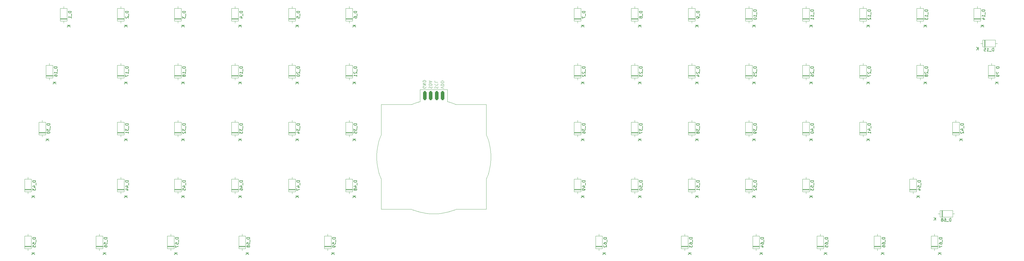
<source format=gbo>
G04 #@! TF.GenerationSoftware,KiCad,Pcbnew,7.0.5*
G04 #@! TF.CreationDate,2023-08-06T16:41:53+02:00*
G04 #@! TF.ProjectId,lumberjack,6c756d62-6572-46a6-9163-6b2e6b696361,1.7*
G04 #@! TF.SameCoordinates,Original*
G04 #@! TF.FileFunction,Legend,Bot*
G04 #@! TF.FilePolarity,Positive*
%FSLAX46Y46*%
G04 Gerber Fmt 4.6, Leading zero omitted, Abs format (unit mm)*
G04 Created by KiCad (PCBNEW 7.0.5) date 2023-08-06 16:41:53*
%MOMM*%
%LPD*%
G01*
G04 APERTURE LIST*
G04 Aperture macros list*
%AMRoundRect*
0 Rectangle with rounded corners*
0 $1 Rounding radius*
0 $2 $3 $4 $5 $6 $7 $8 $9 X,Y pos of 4 corners*
0 Add a 4 corners polygon primitive as box body*
4,1,4,$2,$3,$4,$5,$6,$7,$8,$9,$2,$3,0*
0 Add four circle primitives for the rounded corners*
1,1,$1+$1,$2,$3*
1,1,$1+$1,$4,$5*
1,1,$1+$1,$6,$7*
1,1,$1+$1,$8,$9*
0 Add four rect primitives between the rounded corners*
20,1,$1+$1,$2,$3,$4,$5,0*
20,1,$1+$1,$4,$5,$6,$7,0*
20,1,$1+$1,$6,$7,$8,$9,0*
20,1,$1+$1,$8,$9,$2,$3,0*%
G04 Aperture macros list end*
%ADD10C,0.100000*%
%ADD11C,0.150000*%
%ADD12C,0.120000*%
%ADD13C,4.000000*%
%ADD14C,1.700000*%
%ADD15C,2.200000*%
%ADD16C,3.050000*%
%ADD17C,5.000000*%
%ADD18R,1.600000X1.600000*%
%ADD19O,1.600000X1.600000*%
%ADD20C,1.600000*%
%ADD21RoundRect,0.312500X-0.312500X-1.187500X0.312500X-1.187500X0.312500X1.187500X-0.312500X1.187500X0*%
%ADD22C,2.000000*%
%ADD23C,36.000000*%
G04 APERTURE END LIST*
D10*
X150425200Y-62743734D02*
X150377580Y-62600877D01*
X150377580Y-62600877D02*
X150377580Y-62362782D01*
X150377580Y-62362782D02*
X150425200Y-62267544D01*
X150425200Y-62267544D02*
X150472819Y-62219925D01*
X150472819Y-62219925D02*
X150568057Y-62172306D01*
X150568057Y-62172306D02*
X150663295Y-62172306D01*
X150663295Y-62172306D02*
X150758533Y-62219925D01*
X150758533Y-62219925D02*
X150806152Y-62267544D01*
X150806152Y-62267544D02*
X150853771Y-62362782D01*
X150853771Y-62362782D02*
X150901390Y-62553258D01*
X150901390Y-62553258D02*
X150949009Y-62648496D01*
X150949009Y-62648496D02*
X150996628Y-62696115D01*
X150996628Y-62696115D02*
X151091866Y-62743734D01*
X151091866Y-62743734D02*
X151187104Y-62743734D01*
X151187104Y-62743734D02*
X151282342Y-62696115D01*
X151282342Y-62696115D02*
X151329961Y-62648496D01*
X151329961Y-62648496D02*
X151377580Y-62553258D01*
X151377580Y-62553258D02*
X151377580Y-62315163D01*
X151377580Y-62315163D02*
X151329961Y-62172306D01*
X150377580Y-61743734D02*
X151377580Y-61743734D01*
X151377580Y-61743734D02*
X151377580Y-61505639D01*
X151377580Y-61505639D02*
X151329961Y-61362782D01*
X151329961Y-61362782D02*
X151234723Y-61267544D01*
X151234723Y-61267544D02*
X151139485Y-61219925D01*
X151139485Y-61219925D02*
X150949009Y-61172306D01*
X150949009Y-61172306D02*
X150806152Y-61172306D01*
X150806152Y-61172306D02*
X150615676Y-61219925D01*
X150615676Y-61219925D02*
X150520438Y-61267544D01*
X150520438Y-61267544D02*
X150425200Y-61362782D01*
X150425200Y-61362782D02*
X150377580Y-61505639D01*
X150377580Y-61505639D02*
X150377580Y-61743734D01*
X150663295Y-60791353D02*
X150663295Y-60315163D01*
X150377580Y-60886591D02*
X151377580Y-60553258D01*
X151377580Y-60553258D02*
X150377580Y-60219925D01*
X149329961Y-62172306D02*
X149377580Y-62267544D01*
X149377580Y-62267544D02*
X149377580Y-62410401D01*
X149377580Y-62410401D02*
X149329961Y-62553258D01*
X149329961Y-62553258D02*
X149234723Y-62648496D01*
X149234723Y-62648496D02*
X149139485Y-62696115D01*
X149139485Y-62696115D02*
X148949009Y-62743734D01*
X148949009Y-62743734D02*
X148806152Y-62743734D01*
X148806152Y-62743734D02*
X148615676Y-62696115D01*
X148615676Y-62696115D02*
X148520438Y-62648496D01*
X148520438Y-62648496D02*
X148425200Y-62553258D01*
X148425200Y-62553258D02*
X148377580Y-62410401D01*
X148377580Y-62410401D02*
X148377580Y-62315163D01*
X148377580Y-62315163D02*
X148425200Y-62172306D01*
X148425200Y-62172306D02*
X148472819Y-62124687D01*
X148472819Y-62124687D02*
X148806152Y-62124687D01*
X148806152Y-62124687D02*
X148806152Y-62315163D01*
X148377580Y-61696115D02*
X149377580Y-61696115D01*
X149377580Y-61696115D02*
X148377580Y-61124687D01*
X148377580Y-61124687D02*
X149377580Y-61124687D01*
X148377580Y-60648496D02*
X149377580Y-60648496D01*
X149377580Y-60648496D02*
X149377580Y-60410401D01*
X149377580Y-60410401D02*
X149329961Y-60267544D01*
X149329961Y-60267544D02*
X149234723Y-60172306D01*
X149234723Y-60172306D02*
X149139485Y-60124687D01*
X149139485Y-60124687D02*
X148949009Y-60077068D01*
X148949009Y-60077068D02*
X148806152Y-60077068D01*
X148806152Y-60077068D02*
X148615676Y-60124687D01*
X148615676Y-60124687D02*
X148520438Y-60172306D01*
X148520438Y-60172306D02*
X148425200Y-60267544D01*
X148425200Y-60267544D02*
X148377580Y-60410401D01*
X148377580Y-60410401D02*
X148377580Y-60648496D01*
X152425200Y-62743734D02*
X152377580Y-62600877D01*
X152377580Y-62600877D02*
X152377580Y-62362782D01*
X152377580Y-62362782D02*
X152425200Y-62267544D01*
X152425200Y-62267544D02*
X152472819Y-62219925D01*
X152472819Y-62219925D02*
X152568057Y-62172306D01*
X152568057Y-62172306D02*
X152663295Y-62172306D01*
X152663295Y-62172306D02*
X152758533Y-62219925D01*
X152758533Y-62219925D02*
X152806152Y-62267544D01*
X152806152Y-62267544D02*
X152853771Y-62362782D01*
X152853771Y-62362782D02*
X152901390Y-62553258D01*
X152901390Y-62553258D02*
X152949009Y-62648496D01*
X152949009Y-62648496D02*
X152996628Y-62696115D01*
X152996628Y-62696115D02*
X153091866Y-62743734D01*
X153091866Y-62743734D02*
X153187104Y-62743734D01*
X153187104Y-62743734D02*
X153282342Y-62696115D01*
X153282342Y-62696115D02*
X153329961Y-62648496D01*
X153329961Y-62648496D02*
X153377580Y-62553258D01*
X153377580Y-62553258D02*
X153377580Y-62315163D01*
X153377580Y-62315163D02*
X153329961Y-62172306D01*
X152472819Y-61172306D02*
X152425200Y-61219925D01*
X152425200Y-61219925D02*
X152377580Y-61362782D01*
X152377580Y-61362782D02*
X152377580Y-61458020D01*
X152377580Y-61458020D02*
X152425200Y-61600877D01*
X152425200Y-61600877D02*
X152520438Y-61696115D01*
X152520438Y-61696115D02*
X152615676Y-61743734D01*
X152615676Y-61743734D02*
X152806152Y-61791353D01*
X152806152Y-61791353D02*
X152949009Y-61791353D01*
X152949009Y-61791353D02*
X153139485Y-61743734D01*
X153139485Y-61743734D02*
X153234723Y-61696115D01*
X153234723Y-61696115D02*
X153329961Y-61600877D01*
X153329961Y-61600877D02*
X153377580Y-61458020D01*
X153377580Y-61458020D02*
X153377580Y-61362782D01*
X153377580Y-61362782D02*
X153329961Y-61219925D01*
X153329961Y-61219925D02*
X153282342Y-61172306D01*
X152377580Y-60267544D02*
X152377580Y-60743734D01*
X152377580Y-60743734D02*
X153377580Y-60743734D01*
X155377580Y-62838972D02*
X154377580Y-62505639D01*
X154377580Y-62505639D02*
X155377580Y-62172306D01*
X154377580Y-61838972D02*
X155377580Y-61838972D01*
X155377580Y-61838972D02*
X155377580Y-61600877D01*
X155377580Y-61600877D02*
X155329961Y-61458020D01*
X155329961Y-61458020D02*
X155234723Y-61362782D01*
X155234723Y-61362782D02*
X155139485Y-61315163D01*
X155139485Y-61315163D02*
X154949009Y-61267544D01*
X154949009Y-61267544D02*
X154806152Y-61267544D01*
X154806152Y-61267544D02*
X154615676Y-61315163D01*
X154615676Y-61315163D02*
X154520438Y-61362782D01*
X154520438Y-61362782D02*
X154425200Y-61458020D01*
X154425200Y-61458020D02*
X154377580Y-61600877D01*
X154377580Y-61600877D02*
X154377580Y-61838972D01*
X154377580Y-60838972D02*
X155377580Y-60838972D01*
X155377580Y-60838972D02*
X155377580Y-60600877D01*
X155377580Y-60600877D02*
X155329961Y-60458020D01*
X155329961Y-60458020D02*
X155234723Y-60362782D01*
X155234723Y-60362782D02*
X155139485Y-60315163D01*
X155139485Y-60315163D02*
X154949009Y-60267544D01*
X154949009Y-60267544D02*
X154806152Y-60267544D01*
X154806152Y-60267544D02*
X154615676Y-60315163D01*
X154615676Y-60315163D02*
X154520438Y-60362782D01*
X154520438Y-60362782D02*
X154425200Y-60458020D01*
X154425200Y-60458020D02*
X154377580Y-60600877D01*
X154377580Y-60600877D02*
X154377580Y-60838972D01*
D11*
X107305319Y-36999952D02*
X106305319Y-36999952D01*
X106305319Y-36999952D02*
X106305319Y-37238047D01*
X106305319Y-37238047D02*
X106352938Y-37380904D01*
X106352938Y-37380904D02*
X106448176Y-37476142D01*
X106448176Y-37476142D02*
X106543414Y-37523761D01*
X106543414Y-37523761D02*
X106733890Y-37571380D01*
X106733890Y-37571380D02*
X106876747Y-37571380D01*
X106876747Y-37571380D02*
X107067223Y-37523761D01*
X107067223Y-37523761D02*
X107162461Y-37476142D01*
X107162461Y-37476142D02*
X107257700Y-37380904D01*
X107257700Y-37380904D02*
X107305319Y-37238047D01*
X107305319Y-37238047D02*
X107305319Y-36999952D01*
X107400557Y-37761857D02*
X107400557Y-38523761D01*
X106305319Y-39238047D02*
X106305319Y-38761857D01*
X106305319Y-38761857D02*
X106781509Y-38714238D01*
X106781509Y-38714238D02*
X106733890Y-38761857D01*
X106733890Y-38761857D02*
X106686271Y-38857095D01*
X106686271Y-38857095D02*
X106686271Y-39095190D01*
X106686271Y-39095190D02*
X106733890Y-39190428D01*
X106733890Y-39190428D02*
X106781509Y-39238047D01*
X106781509Y-39238047D02*
X106876747Y-39285666D01*
X106876747Y-39285666D02*
X107114842Y-39285666D01*
X107114842Y-39285666D02*
X107210080Y-39238047D01*
X107210080Y-39238047D02*
X107257700Y-39190428D01*
X107257700Y-39190428D02*
X107305319Y-39095190D01*
X107305319Y-39095190D02*
X107305319Y-38857095D01*
X107305319Y-38857095D02*
X107257700Y-38761857D01*
X107257700Y-38761857D02*
X107210080Y-38714238D01*
X106985319Y-41667095D02*
X105985319Y-41667095D01*
X106985319Y-42238523D02*
X106413890Y-41809952D01*
X105985319Y-42238523D02*
X106556747Y-41667095D01*
X221605319Y-93673762D02*
X220605319Y-93673762D01*
X220605319Y-93673762D02*
X220605319Y-93911857D01*
X220605319Y-93911857D02*
X220652938Y-94054714D01*
X220652938Y-94054714D02*
X220748176Y-94149952D01*
X220748176Y-94149952D02*
X220843414Y-94197571D01*
X220843414Y-94197571D02*
X221033890Y-94245190D01*
X221033890Y-94245190D02*
X221176747Y-94245190D01*
X221176747Y-94245190D02*
X221367223Y-94197571D01*
X221367223Y-94197571D02*
X221462461Y-94149952D01*
X221462461Y-94149952D02*
X221557700Y-94054714D01*
X221557700Y-94054714D02*
X221605319Y-93911857D01*
X221605319Y-93911857D02*
X221605319Y-93673762D01*
X221700557Y-94435667D02*
X221700557Y-95197571D01*
X220605319Y-95911857D02*
X220605319Y-95435667D01*
X220605319Y-95435667D02*
X221081509Y-95388048D01*
X221081509Y-95388048D02*
X221033890Y-95435667D01*
X221033890Y-95435667D02*
X220986271Y-95530905D01*
X220986271Y-95530905D02*
X220986271Y-95769000D01*
X220986271Y-95769000D02*
X221033890Y-95864238D01*
X221033890Y-95864238D02*
X221081509Y-95911857D01*
X221081509Y-95911857D02*
X221176747Y-95959476D01*
X221176747Y-95959476D02*
X221414842Y-95959476D01*
X221414842Y-95959476D02*
X221510080Y-95911857D01*
X221510080Y-95911857D02*
X221557700Y-95864238D01*
X221557700Y-95864238D02*
X221605319Y-95769000D01*
X221605319Y-95769000D02*
X221605319Y-95530905D01*
X221605319Y-95530905D02*
X221557700Y-95435667D01*
X221557700Y-95435667D02*
X221510080Y-95388048D01*
X220605319Y-96578524D02*
X220605319Y-96673762D01*
X220605319Y-96673762D02*
X220652938Y-96769000D01*
X220652938Y-96769000D02*
X220700557Y-96816619D01*
X220700557Y-96816619D02*
X220795795Y-96864238D01*
X220795795Y-96864238D02*
X220986271Y-96911857D01*
X220986271Y-96911857D02*
X221224366Y-96911857D01*
X221224366Y-96911857D02*
X221414842Y-96864238D01*
X221414842Y-96864238D02*
X221510080Y-96816619D01*
X221510080Y-96816619D02*
X221557700Y-96769000D01*
X221557700Y-96769000D02*
X221605319Y-96673762D01*
X221605319Y-96673762D02*
X221605319Y-96578524D01*
X221605319Y-96578524D02*
X221557700Y-96483286D01*
X221557700Y-96483286D02*
X221510080Y-96435667D01*
X221510080Y-96435667D02*
X221414842Y-96388048D01*
X221414842Y-96388048D02*
X221224366Y-96340429D01*
X221224366Y-96340429D02*
X220986271Y-96340429D01*
X220986271Y-96340429D02*
X220795795Y-96388048D01*
X220795795Y-96388048D02*
X220700557Y-96435667D01*
X220700557Y-96435667D02*
X220652938Y-96483286D01*
X220652938Y-96483286D02*
X220605319Y-96578524D01*
X221285319Y-98817095D02*
X220285319Y-98817095D01*
X221285319Y-99388523D02*
X220713890Y-98959952D01*
X220285319Y-99388523D02*
X220856747Y-98817095D01*
X126355319Y-55573762D02*
X125355319Y-55573762D01*
X125355319Y-55573762D02*
X125355319Y-55811857D01*
X125355319Y-55811857D02*
X125402938Y-55954714D01*
X125402938Y-55954714D02*
X125498176Y-56049952D01*
X125498176Y-56049952D02*
X125593414Y-56097571D01*
X125593414Y-56097571D02*
X125783890Y-56145190D01*
X125783890Y-56145190D02*
X125926747Y-56145190D01*
X125926747Y-56145190D02*
X126117223Y-56097571D01*
X126117223Y-56097571D02*
X126212461Y-56049952D01*
X126212461Y-56049952D02*
X126307700Y-55954714D01*
X126307700Y-55954714D02*
X126355319Y-55811857D01*
X126355319Y-55811857D02*
X126355319Y-55573762D01*
X126450557Y-56335667D02*
X126450557Y-57097571D01*
X125450557Y-57288048D02*
X125402938Y-57335667D01*
X125402938Y-57335667D02*
X125355319Y-57430905D01*
X125355319Y-57430905D02*
X125355319Y-57669000D01*
X125355319Y-57669000D02*
X125402938Y-57764238D01*
X125402938Y-57764238D02*
X125450557Y-57811857D01*
X125450557Y-57811857D02*
X125545795Y-57859476D01*
X125545795Y-57859476D02*
X125641033Y-57859476D01*
X125641033Y-57859476D02*
X125783890Y-57811857D01*
X125783890Y-57811857D02*
X126355319Y-57240429D01*
X126355319Y-57240429D02*
X126355319Y-57859476D01*
X126355319Y-58811857D02*
X126355319Y-58240429D01*
X126355319Y-58526143D02*
X125355319Y-58526143D01*
X125355319Y-58526143D02*
X125498176Y-58430905D01*
X125498176Y-58430905D02*
X125593414Y-58335667D01*
X125593414Y-58335667D02*
X125641033Y-58240429D01*
X126035319Y-60717095D02*
X125035319Y-60717095D01*
X126035319Y-61288523D02*
X125463890Y-60859952D01*
X125035319Y-61288523D02*
X125606747Y-60717095D01*
X316855319Y-55573762D02*
X315855319Y-55573762D01*
X315855319Y-55573762D02*
X315855319Y-55811857D01*
X315855319Y-55811857D02*
X315902938Y-55954714D01*
X315902938Y-55954714D02*
X315998176Y-56049952D01*
X315998176Y-56049952D02*
X316093414Y-56097571D01*
X316093414Y-56097571D02*
X316283890Y-56145190D01*
X316283890Y-56145190D02*
X316426747Y-56145190D01*
X316426747Y-56145190D02*
X316617223Y-56097571D01*
X316617223Y-56097571D02*
X316712461Y-56049952D01*
X316712461Y-56049952D02*
X316807700Y-55954714D01*
X316807700Y-55954714D02*
X316855319Y-55811857D01*
X316855319Y-55811857D02*
X316855319Y-55573762D01*
X316950557Y-56335667D02*
X316950557Y-57097571D01*
X315950557Y-57288048D02*
X315902938Y-57335667D01*
X315902938Y-57335667D02*
X315855319Y-57430905D01*
X315855319Y-57430905D02*
X315855319Y-57669000D01*
X315855319Y-57669000D02*
X315902938Y-57764238D01*
X315902938Y-57764238D02*
X315950557Y-57811857D01*
X315950557Y-57811857D02*
X316045795Y-57859476D01*
X316045795Y-57859476D02*
X316141033Y-57859476D01*
X316141033Y-57859476D02*
X316283890Y-57811857D01*
X316283890Y-57811857D02*
X316855319Y-57240429D01*
X316855319Y-57240429D02*
X316855319Y-57859476D01*
X316283890Y-58430905D02*
X316236271Y-58335667D01*
X316236271Y-58335667D02*
X316188652Y-58288048D01*
X316188652Y-58288048D02*
X316093414Y-58240429D01*
X316093414Y-58240429D02*
X316045795Y-58240429D01*
X316045795Y-58240429D02*
X315950557Y-58288048D01*
X315950557Y-58288048D02*
X315902938Y-58335667D01*
X315902938Y-58335667D02*
X315855319Y-58430905D01*
X315855319Y-58430905D02*
X315855319Y-58621381D01*
X315855319Y-58621381D02*
X315902938Y-58716619D01*
X315902938Y-58716619D02*
X315950557Y-58764238D01*
X315950557Y-58764238D02*
X316045795Y-58811857D01*
X316045795Y-58811857D02*
X316093414Y-58811857D01*
X316093414Y-58811857D02*
X316188652Y-58764238D01*
X316188652Y-58764238D02*
X316236271Y-58716619D01*
X316236271Y-58716619D02*
X316283890Y-58621381D01*
X316283890Y-58621381D02*
X316283890Y-58430905D01*
X316283890Y-58430905D02*
X316331509Y-58335667D01*
X316331509Y-58335667D02*
X316379128Y-58288048D01*
X316379128Y-58288048D02*
X316474366Y-58240429D01*
X316474366Y-58240429D02*
X316664842Y-58240429D01*
X316664842Y-58240429D02*
X316760080Y-58288048D01*
X316760080Y-58288048D02*
X316807700Y-58335667D01*
X316807700Y-58335667D02*
X316855319Y-58430905D01*
X316855319Y-58430905D02*
X316855319Y-58621381D01*
X316855319Y-58621381D02*
X316807700Y-58716619D01*
X316807700Y-58716619D02*
X316760080Y-58764238D01*
X316760080Y-58764238D02*
X316664842Y-58811857D01*
X316664842Y-58811857D02*
X316474366Y-58811857D01*
X316474366Y-58811857D02*
X316379128Y-58764238D01*
X316379128Y-58764238D02*
X316331509Y-58716619D01*
X316331509Y-58716619D02*
X316283890Y-58621381D01*
X316535319Y-60717095D02*
X315535319Y-60717095D01*
X316535319Y-61288523D02*
X315963890Y-60859952D01*
X315535319Y-61288523D02*
X316106747Y-60717095D01*
X335905319Y-36523762D02*
X334905319Y-36523762D01*
X334905319Y-36523762D02*
X334905319Y-36761857D01*
X334905319Y-36761857D02*
X334952938Y-36904714D01*
X334952938Y-36904714D02*
X335048176Y-36999952D01*
X335048176Y-36999952D02*
X335143414Y-37047571D01*
X335143414Y-37047571D02*
X335333890Y-37095190D01*
X335333890Y-37095190D02*
X335476747Y-37095190D01*
X335476747Y-37095190D02*
X335667223Y-37047571D01*
X335667223Y-37047571D02*
X335762461Y-36999952D01*
X335762461Y-36999952D02*
X335857700Y-36904714D01*
X335857700Y-36904714D02*
X335905319Y-36761857D01*
X335905319Y-36761857D02*
X335905319Y-36523762D01*
X336000557Y-37285667D02*
X336000557Y-38047571D01*
X335905319Y-38809476D02*
X335905319Y-38238048D01*
X335905319Y-38523762D02*
X334905319Y-38523762D01*
X334905319Y-38523762D02*
X335048176Y-38428524D01*
X335048176Y-38428524D02*
X335143414Y-38333286D01*
X335143414Y-38333286D02*
X335191033Y-38238048D01*
X335238652Y-39666619D02*
X335905319Y-39666619D01*
X334857700Y-39428524D02*
X335571985Y-39190429D01*
X335571985Y-39190429D02*
X335571985Y-39809476D01*
X335585319Y-41667095D02*
X334585319Y-41667095D01*
X335585319Y-42238523D02*
X335013890Y-41809952D01*
X334585319Y-42238523D02*
X335156747Y-41667095D01*
X88255319Y-55573762D02*
X87255319Y-55573762D01*
X87255319Y-55573762D02*
X87255319Y-55811857D01*
X87255319Y-55811857D02*
X87302938Y-55954714D01*
X87302938Y-55954714D02*
X87398176Y-56049952D01*
X87398176Y-56049952D02*
X87493414Y-56097571D01*
X87493414Y-56097571D02*
X87683890Y-56145190D01*
X87683890Y-56145190D02*
X87826747Y-56145190D01*
X87826747Y-56145190D02*
X88017223Y-56097571D01*
X88017223Y-56097571D02*
X88112461Y-56049952D01*
X88112461Y-56049952D02*
X88207700Y-55954714D01*
X88207700Y-55954714D02*
X88255319Y-55811857D01*
X88255319Y-55811857D02*
X88255319Y-55573762D01*
X88350557Y-56335667D02*
X88350557Y-57097571D01*
X88255319Y-57859476D02*
X88255319Y-57288048D01*
X88255319Y-57573762D02*
X87255319Y-57573762D01*
X87255319Y-57573762D02*
X87398176Y-57478524D01*
X87398176Y-57478524D02*
X87493414Y-57383286D01*
X87493414Y-57383286D02*
X87541033Y-57288048D01*
X88255319Y-58335667D02*
X88255319Y-58526143D01*
X88255319Y-58526143D02*
X88207700Y-58621381D01*
X88207700Y-58621381D02*
X88160080Y-58669000D01*
X88160080Y-58669000D02*
X88017223Y-58764238D01*
X88017223Y-58764238D02*
X87826747Y-58811857D01*
X87826747Y-58811857D02*
X87445795Y-58811857D01*
X87445795Y-58811857D02*
X87350557Y-58764238D01*
X87350557Y-58764238D02*
X87302938Y-58716619D01*
X87302938Y-58716619D02*
X87255319Y-58621381D01*
X87255319Y-58621381D02*
X87255319Y-58430905D01*
X87255319Y-58430905D02*
X87302938Y-58335667D01*
X87302938Y-58335667D02*
X87350557Y-58288048D01*
X87350557Y-58288048D02*
X87445795Y-58240429D01*
X87445795Y-58240429D02*
X87683890Y-58240429D01*
X87683890Y-58240429D02*
X87779128Y-58288048D01*
X87779128Y-58288048D02*
X87826747Y-58335667D01*
X87826747Y-58335667D02*
X87874366Y-58430905D01*
X87874366Y-58430905D02*
X87874366Y-58621381D01*
X87874366Y-58621381D02*
X87826747Y-58716619D01*
X87826747Y-58716619D02*
X87779128Y-58764238D01*
X87779128Y-58764238D02*
X87683890Y-58811857D01*
X87935319Y-60717095D02*
X86935319Y-60717095D01*
X87935319Y-61288523D02*
X87363890Y-60859952D01*
X86935319Y-61288523D02*
X87506747Y-60717095D01*
X202555319Y-36999952D02*
X201555319Y-36999952D01*
X201555319Y-36999952D02*
X201555319Y-37238047D01*
X201555319Y-37238047D02*
X201602938Y-37380904D01*
X201602938Y-37380904D02*
X201698176Y-37476142D01*
X201698176Y-37476142D02*
X201793414Y-37523761D01*
X201793414Y-37523761D02*
X201983890Y-37571380D01*
X201983890Y-37571380D02*
X202126747Y-37571380D01*
X202126747Y-37571380D02*
X202317223Y-37523761D01*
X202317223Y-37523761D02*
X202412461Y-37476142D01*
X202412461Y-37476142D02*
X202507700Y-37380904D01*
X202507700Y-37380904D02*
X202555319Y-37238047D01*
X202555319Y-37238047D02*
X202555319Y-36999952D01*
X202650557Y-37761857D02*
X202650557Y-38523761D01*
X201555319Y-38666619D02*
X201555319Y-39333285D01*
X201555319Y-39333285D02*
X202555319Y-38904714D01*
X202235319Y-41667095D02*
X201235319Y-41667095D01*
X202235319Y-42238523D02*
X201663890Y-41809952D01*
X201235319Y-42238523D02*
X201806747Y-41667095D01*
X50155319Y-93673762D02*
X49155319Y-93673762D01*
X49155319Y-93673762D02*
X49155319Y-93911857D01*
X49155319Y-93911857D02*
X49202938Y-94054714D01*
X49202938Y-94054714D02*
X49298176Y-94149952D01*
X49298176Y-94149952D02*
X49393414Y-94197571D01*
X49393414Y-94197571D02*
X49583890Y-94245190D01*
X49583890Y-94245190D02*
X49726747Y-94245190D01*
X49726747Y-94245190D02*
X49917223Y-94197571D01*
X49917223Y-94197571D02*
X50012461Y-94149952D01*
X50012461Y-94149952D02*
X50107700Y-94054714D01*
X50107700Y-94054714D02*
X50155319Y-93911857D01*
X50155319Y-93911857D02*
X50155319Y-93673762D01*
X50250557Y-94435667D02*
X50250557Y-95197571D01*
X49488652Y-95864238D02*
X50155319Y-95864238D01*
X49107700Y-95626143D02*
X49821985Y-95388048D01*
X49821985Y-95388048D02*
X49821985Y-96007095D01*
X49488652Y-96816619D02*
X50155319Y-96816619D01*
X49107700Y-96578524D02*
X49821985Y-96340429D01*
X49821985Y-96340429D02*
X49821985Y-96959476D01*
X49835319Y-98817095D02*
X48835319Y-98817095D01*
X49835319Y-99388523D02*
X49263890Y-98959952D01*
X48835319Y-99388523D02*
X49406747Y-98817095D01*
X43011569Y-112723762D02*
X42011569Y-112723762D01*
X42011569Y-112723762D02*
X42011569Y-112961857D01*
X42011569Y-112961857D02*
X42059188Y-113104714D01*
X42059188Y-113104714D02*
X42154426Y-113199952D01*
X42154426Y-113199952D02*
X42249664Y-113247571D01*
X42249664Y-113247571D02*
X42440140Y-113295190D01*
X42440140Y-113295190D02*
X42582997Y-113295190D01*
X42582997Y-113295190D02*
X42773473Y-113247571D01*
X42773473Y-113247571D02*
X42868711Y-113199952D01*
X42868711Y-113199952D02*
X42963950Y-113104714D01*
X42963950Y-113104714D02*
X43011569Y-112961857D01*
X43011569Y-112961857D02*
X43011569Y-112723762D01*
X43106807Y-113485667D02*
X43106807Y-114247571D01*
X42011569Y-114961857D02*
X42011569Y-114485667D01*
X42011569Y-114485667D02*
X42487759Y-114438048D01*
X42487759Y-114438048D02*
X42440140Y-114485667D01*
X42440140Y-114485667D02*
X42392521Y-114580905D01*
X42392521Y-114580905D02*
X42392521Y-114819000D01*
X42392521Y-114819000D02*
X42440140Y-114914238D01*
X42440140Y-114914238D02*
X42487759Y-114961857D01*
X42487759Y-114961857D02*
X42582997Y-115009476D01*
X42582997Y-115009476D02*
X42821092Y-115009476D01*
X42821092Y-115009476D02*
X42916330Y-114961857D01*
X42916330Y-114961857D02*
X42963950Y-114914238D01*
X42963950Y-114914238D02*
X43011569Y-114819000D01*
X43011569Y-114819000D02*
X43011569Y-114580905D01*
X43011569Y-114580905D02*
X42963950Y-114485667D01*
X42963950Y-114485667D02*
X42916330Y-114438048D01*
X42011569Y-115866619D02*
X42011569Y-115676143D01*
X42011569Y-115676143D02*
X42059188Y-115580905D01*
X42059188Y-115580905D02*
X42106807Y-115533286D01*
X42106807Y-115533286D02*
X42249664Y-115438048D01*
X42249664Y-115438048D02*
X42440140Y-115390429D01*
X42440140Y-115390429D02*
X42821092Y-115390429D01*
X42821092Y-115390429D02*
X42916330Y-115438048D01*
X42916330Y-115438048D02*
X42963950Y-115485667D01*
X42963950Y-115485667D02*
X43011569Y-115580905D01*
X43011569Y-115580905D02*
X43011569Y-115771381D01*
X43011569Y-115771381D02*
X42963950Y-115866619D01*
X42963950Y-115866619D02*
X42916330Y-115914238D01*
X42916330Y-115914238D02*
X42821092Y-115961857D01*
X42821092Y-115961857D02*
X42582997Y-115961857D01*
X42582997Y-115961857D02*
X42487759Y-115914238D01*
X42487759Y-115914238D02*
X42440140Y-115866619D01*
X42440140Y-115866619D02*
X42392521Y-115771381D01*
X42392521Y-115771381D02*
X42392521Y-115580905D01*
X42392521Y-115580905D02*
X42440140Y-115485667D01*
X42440140Y-115485667D02*
X42487759Y-115438048D01*
X42487759Y-115438048D02*
X42582997Y-115390429D01*
X42691569Y-117867095D02*
X41691569Y-117867095D01*
X42691569Y-118438523D02*
X42120140Y-118009952D01*
X41691569Y-118438523D02*
X42262997Y-117867095D01*
X50155319Y-55573762D02*
X49155319Y-55573762D01*
X49155319Y-55573762D02*
X49155319Y-55811857D01*
X49155319Y-55811857D02*
X49202938Y-55954714D01*
X49202938Y-55954714D02*
X49298176Y-56049952D01*
X49298176Y-56049952D02*
X49393414Y-56097571D01*
X49393414Y-56097571D02*
X49583890Y-56145190D01*
X49583890Y-56145190D02*
X49726747Y-56145190D01*
X49726747Y-56145190D02*
X49917223Y-56097571D01*
X49917223Y-56097571D02*
X50012461Y-56049952D01*
X50012461Y-56049952D02*
X50107700Y-55954714D01*
X50107700Y-55954714D02*
X50155319Y-55811857D01*
X50155319Y-55811857D02*
X50155319Y-55573762D01*
X50250557Y-56335667D02*
X50250557Y-57097571D01*
X50155319Y-57859476D02*
X50155319Y-57288048D01*
X50155319Y-57573762D02*
X49155319Y-57573762D01*
X49155319Y-57573762D02*
X49298176Y-57478524D01*
X49298176Y-57478524D02*
X49393414Y-57383286D01*
X49393414Y-57383286D02*
X49441033Y-57288048D01*
X49155319Y-58192810D02*
X49155319Y-58859476D01*
X49155319Y-58859476D02*
X50155319Y-58430905D01*
X49835319Y-60717095D02*
X48835319Y-60717095D01*
X49835319Y-61288523D02*
X49263890Y-60859952D01*
X48835319Y-61288523D02*
X49406747Y-60717095D01*
X278755319Y-93673762D02*
X277755319Y-93673762D01*
X277755319Y-93673762D02*
X277755319Y-93911857D01*
X277755319Y-93911857D02*
X277802938Y-94054714D01*
X277802938Y-94054714D02*
X277898176Y-94149952D01*
X277898176Y-94149952D02*
X277993414Y-94197571D01*
X277993414Y-94197571D02*
X278183890Y-94245190D01*
X278183890Y-94245190D02*
X278326747Y-94245190D01*
X278326747Y-94245190D02*
X278517223Y-94197571D01*
X278517223Y-94197571D02*
X278612461Y-94149952D01*
X278612461Y-94149952D02*
X278707700Y-94054714D01*
X278707700Y-94054714D02*
X278755319Y-93911857D01*
X278755319Y-93911857D02*
X278755319Y-93673762D01*
X278850557Y-94435667D02*
X278850557Y-95197571D01*
X277755319Y-95911857D02*
X277755319Y-95435667D01*
X277755319Y-95435667D02*
X278231509Y-95388048D01*
X278231509Y-95388048D02*
X278183890Y-95435667D01*
X278183890Y-95435667D02*
X278136271Y-95530905D01*
X278136271Y-95530905D02*
X278136271Y-95769000D01*
X278136271Y-95769000D02*
X278183890Y-95864238D01*
X278183890Y-95864238D02*
X278231509Y-95911857D01*
X278231509Y-95911857D02*
X278326747Y-95959476D01*
X278326747Y-95959476D02*
X278564842Y-95959476D01*
X278564842Y-95959476D02*
X278660080Y-95911857D01*
X278660080Y-95911857D02*
X278707700Y-95864238D01*
X278707700Y-95864238D02*
X278755319Y-95769000D01*
X278755319Y-95769000D02*
X278755319Y-95530905D01*
X278755319Y-95530905D02*
X278707700Y-95435667D01*
X278707700Y-95435667D02*
X278660080Y-95388048D01*
X277755319Y-96292810D02*
X277755319Y-96911857D01*
X277755319Y-96911857D02*
X278136271Y-96578524D01*
X278136271Y-96578524D02*
X278136271Y-96721381D01*
X278136271Y-96721381D02*
X278183890Y-96816619D01*
X278183890Y-96816619D02*
X278231509Y-96864238D01*
X278231509Y-96864238D02*
X278326747Y-96911857D01*
X278326747Y-96911857D02*
X278564842Y-96911857D01*
X278564842Y-96911857D02*
X278660080Y-96864238D01*
X278660080Y-96864238D02*
X278707700Y-96816619D01*
X278707700Y-96816619D02*
X278755319Y-96721381D01*
X278755319Y-96721381D02*
X278755319Y-96435667D01*
X278755319Y-96435667D02*
X278707700Y-96340429D01*
X278707700Y-96340429D02*
X278660080Y-96292810D01*
X278435319Y-98817095D02*
X277435319Y-98817095D01*
X278435319Y-99388523D02*
X277863890Y-98959952D01*
X277435319Y-99388523D02*
X278006747Y-98817095D01*
X221605319Y-55573762D02*
X220605319Y-55573762D01*
X220605319Y-55573762D02*
X220605319Y-55811857D01*
X220605319Y-55811857D02*
X220652938Y-55954714D01*
X220652938Y-55954714D02*
X220748176Y-56049952D01*
X220748176Y-56049952D02*
X220843414Y-56097571D01*
X220843414Y-56097571D02*
X221033890Y-56145190D01*
X221033890Y-56145190D02*
X221176747Y-56145190D01*
X221176747Y-56145190D02*
X221367223Y-56097571D01*
X221367223Y-56097571D02*
X221462461Y-56049952D01*
X221462461Y-56049952D02*
X221557700Y-55954714D01*
X221557700Y-55954714D02*
X221605319Y-55811857D01*
X221605319Y-55811857D02*
X221605319Y-55573762D01*
X221700557Y-56335667D02*
X221700557Y-57097571D01*
X220700557Y-57288048D02*
X220652938Y-57335667D01*
X220652938Y-57335667D02*
X220605319Y-57430905D01*
X220605319Y-57430905D02*
X220605319Y-57669000D01*
X220605319Y-57669000D02*
X220652938Y-57764238D01*
X220652938Y-57764238D02*
X220700557Y-57811857D01*
X220700557Y-57811857D02*
X220795795Y-57859476D01*
X220795795Y-57859476D02*
X220891033Y-57859476D01*
X220891033Y-57859476D02*
X221033890Y-57811857D01*
X221033890Y-57811857D02*
X221605319Y-57240429D01*
X221605319Y-57240429D02*
X221605319Y-57859476D01*
X220605319Y-58192810D02*
X220605319Y-58811857D01*
X220605319Y-58811857D02*
X220986271Y-58478524D01*
X220986271Y-58478524D02*
X220986271Y-58621381D01*
X220986271Y-58621381D02*
X221033890Y-58716619D01*
X221033890Y-58716619D02*
X221081509Y-58764238D01*
X221081509Y-58764238D02*
X221176747Y-58811857D01*
X221176747Y-58811857D02*
X221414842Y-58811857D01*
X221414842Y-58811857D02*
X221510080Y-58764238D01*
X221510080Y-58764238D02*
X221557700Y-58716619D01*
X221557700Y-58716619D02*
X221605319Y-58621381D01*
X221605319Y-58621381D02*
X221605319Y-58335667D01*
X221605319Y-58335667D02*
X221557700Y-58240429D01*
X221557700Y-58240429D02*
X221510080Y-58192810D01*
X221285319Y-60717095D02*
X220285319Y-60717095D01*
X221285319Y-61288523D02*
X220713890Y-60859952D01*
X220285319Y-61288523D02*
X220856747Y-60717095D01*
X240655319Y-93673762D02*
X239655319Y-93673762D01*
X239655319Y-93673762D02*
X239655319Y-93911857D01*
X239655319Y-93911857D02*
X239702938Y-94054714D01*
X239702938Y-94054714D02*
X239798176Y-94149952D01*
X239798176Y-94149952D02*
X239893414Y-94197571D01*
X239893414Y-94197571D02*
X240083890Y-94245190D01*
X240083890Y-94245190D02*
X240226747Y-94245190D01*
X240226747Y-94245190D02*
X240417223Y-94197571D01*
X240417223Y-94197571D02*
X240512461Y-94149952D01*
X240512461Y-94149952D02*
X240607700Y-94054714D01*
X240607700Y-94054714D02*
X240655319Y-93911857D01*
X240655319Y-93911857D02*
X240655319Y-93673762D01*
X240750557Y-94435667D02*
X240750557Y-95197571D01*
X239655319Y-95911857D02*
X239655319Y-95435667D01*
X239655319Y-95435667D02*
X240131509Y-95388048D01*
X240131509Y-95388048D02*
X240083890Y-95435667D01*
X240083890Y-95435667D02*
X240036271Y-95530905D01*
X240036271Y-95530905D02*
X240036271Y-95769000D01*
X240036271Y-95769000D02*
X240083890Y-95864238D01*
X240083890Y-95864238D02*
X240131509Y-95911857D01*
X240131509Y-95911857D02*
X240226747Y-95959476D01*
X240226747Y-95959476D02*
X240464842Y-95959476D01*
X240464842Y-95959476D02*
X240560080Y-95911857D01*
X240560080Y-95911857D02*
X240607700Y-95864238D01*
X240607700Y-95864238D02*
X240655319Y-95769000D01*
X240655319Y-95769000D02*
X240655319Y-95530905D01*
X240655319Y-95530905D02*
X240607700Y-95435667D01*
X240607700Y-95435667D02*
X240560080Y-95388048D01*
X240655319Y-96911857D02*
X240655319Y-96340429D01*
X240655319Y-96626143D02*
X239655319Y-96626143D01*
X239655319Y-96626143D02*
X239798176Y-96530905D01*
X239798176Y-96530905D02*
X239893414Y-96435667D01*
X239893414Y-96435667D02*
X239941033Y-96340429D01*
X240335319Y-98817095D02*
X239335319Y-98817095D01*
X240335319Y-99388523D02*
X239763890Y-98959952D01*
X239335319Y-99388523D02*
X239906747Y-98817095D01*
X340667819Y-55573762D02*
X339667819Y-55573762D01*
X339667819Y-55573762D02*
X339667819Y-55811857D01*
X339667819Y-55811857D02*
X339715438Y-55954714D01*
X339715438Y-55954714D02*
X339810676Y-56049952D01*
X339810676Y-56049952D02*
X339905914Y-56097571D01*
X339905914Y-56097571D02*
X340096390Y-56145190D01*
X340096390Y-56145190D02*
X340239247Y-56145190D01*
X340239247Y-56145190D02*
X340429723Y-56097571D01*
X340429723Y-56097571D02*
X340524961Y-56049952D01*
X340524961Y-56049952D02*
X340620200Y-55954714D01*
X340620200Y-55954714D02*
X340667819Y-55811857D01*
X340667819Y-55811857D02*
X340667819Y-55573762D01*
X340763057Y-56335667D02*
X340763057Y-57097571D01*
X339763057Y-57288048D02*
X339715438Y-57335667D01*
X339715438Y-57335667D02*
X339667819Y-57430905D01*
X339667819Y-57430905D02*
X339667819Y-57669000D01*
X339667819Y-57669000D02*
X339715438Y-57764238D01*
X339715438Y-57764238D02*
X339763057Y-57811857D01*
X339763057Y-57811857D02*
X339858295Y-57859476D01*
X339858295Y-57859476D02*
X339953533Y-57859476D01*
X339953533Y-57859476D02*
X340096390Y-57811857D01*
X340096390Y-57811857D02*
X340667819Y-57240429D01*
X340667819Y-57240429D02*
X340667819Y-57859476D01*
X340667819Y-58335667D02*
X340667819Y-58526143D01*
X340667819Y-58526143D02*
X340620200Y-58621381D01*
X340620200Y-58621381D02*
X340572580Y-58669000D01*
X340572580Y-58669000D02*
X340429723Y-58764238D01*
X340429723Y-58764238D02*
X340239247Y-58811857D01*
X340239247Y-58811857D02*
X339858295Y-58811857D01*
X339858295Y-58811857D02*
X339763057Y-58764238D01*
X339763057Y-58764238D02*
X339715438Y-58716619D01*
X339715438Y-58716619D02*
X339667819Y-58621381D01*
X339667819Y-58621381D02*
X339667819Y-58430905D01*
X339667819Y-58430905D02*
X339715438Y-58335667D01*
X339715438Y-58335667D02*
X339763057Y-58288048D01*
X339763057Y-58288048D02*
X339858295Y-58240429D01*
X339858295Y-58240429D02*
X340096390Y-58240429D01*
X340096390Y-58240429D02*
X340191628Y-58288048D01*
X340191628Y-58288048D02*
X340239247Y-58335667D01*
X340239247Y-58335667D02*
X340286866Y-58430905D01*
X340286866Y-58430905D02*
X340286866Y-58621381D01*
X340286866Y-58621381D02*
X340239247Y-58716619D01*
X340239247Y-58716619D02*
X340191628Y-58764238D01*
X340191628Y-58764238D02*
X340096390Y-58811857D01*
X340347819Y-60717095D02*
X339347819Y-60717095D01*
X340347819Y-61288523D02*
X339776390Y-60859952D01*
X339347819Y-61288523D02*
X339919247Y-60717095D01*
X26342819Y-55573762D02*
X25342819Y-55573762D01*
X25342819Y-55573762D02*
X25342819Y-55811857D01*
X25342819Y-55811857D02*
X25390438Y-55954714D01*
X25390438Y-55954714D02*
X25485676Y-56049952D01*
X25485676Y-56049952D02*
X25580914Y-56097571D01*
X25580914Y-56097571D02*
X25771390Y-56145190D01*
X25771390Y-56145190D02*
X25914247Y-56145190D01*
X25914247Y-56145190D02*
X26104723Y-56097571D01*
X26104723Y-56097571D02*
X26199961Y-56049952D01*
X26199961Y-56049952D02*
X26295200Y-55954714D01*
X26295200Y-55954714D02*
X26342819Y-55811857D01*
X26342819Y-55811857D02*
X26342819Y-55573762D01*
X26438057Y-56335667D02*
X26438057Y-57097571D01*
X26342819Y-57859476D02*
X26342819Y-57288048D01*
X26342819Y-57573762D02*
X25342819Y-57573762D01*
X25342819Y-57573762D02*
X25485676Y-57478524D01*
X25485676Y-57478524D02*
X25580914Y-57383286D01*
X25580914Y-57383286D02*
X25628533Y-57288048D01*
X25342819Y-58716619D02*
X25342819Y-58526143D01*
X25342819Y-58526143D02*
X25390438Y-58430905D01*
X25390438Y-58430905D02*
X25438057Y-58383286D01*
X25438057Y-58383286D02*
X25580914Y-58288048D01*
X25580914Y-58288048D02*
X25771390Y-58240429D01*
X25771390Y-58240429D02*
X26152342Y-58240429D01*
X26152342Y-58240429D02*
X26247580Y-58288048D01*
X26247580Y-58288048D02*
X26295200Y-58335667D01*
X26295200Y-58335667D02*
X26342819Y-58430905D01*
X26342819Y-58430905D02*
X26342819Y-58621381D01*
X26342819Y-58621381D02*
X26295200Y-58716619D01*
X26295200Y-58716619D02*
X26247580Y-58764238D01*
X26247580Y-58764238D02*
X26152342Y-58811857D01*
X26152342Y-58811857D02*
X25914247Y-58811857D01*
X25914247Y-58811857D02*
X25819009Y-58764238D01*
X25819009Y-58764238D02*
X25771390Y-58716619D01*
X25771390Y-58716619D02*
X25723771Y-58621381D01*
X25723771Y-58621381D02*
X25723771Y-58430905D01*
X25723771Y-58430905D02*
X25771390Y-58335667D01*
X25771390Y-58335667D02*
X25819009Y-58288048D01*
X25819009Y-58288048D02*
X25914247Y-58240429D01*
X26022819Y-60717095D02*
X25022819Y-60717095D01*
X26022819Y-61288523D02*
X25451390Y-60859952D01*
X25022819Y-61288523D02*
X25594247Y-60717095D01*
X107305319Y-55573762D02*
X106305319Y-55573762D01*
X106305319Y-55573762D02*
X106305319Y-55811857D01*
X106305319Y-55811857D02*
X106352938Y-55954714D01*
X106352938Y-55954714D02*
X106448176Y-56049952D01*
X106448176Y-56049952D02*
X106543414Y-56097571D01*
X106543414Y-56097571D02*
X106733890Y-56145190D01*
X106733890Y-56145190D02*
X106876747Y-56145190D01*
X106876747Y-56145190D02*
X107067223Y-56097571D01*
X107067223Y-56097571D02*
X107162461Y-56049952D01*
X107162461Y-56049952D02*
X107257700Y-55954714D01*
X107257700Y-55954714D02*
X107305319Y-55811857D01*
X107305319Y-55811857D02*
X107305319Y-55573762D01*
X107400557Y-56335667D02*
X107400557Y-57097571D01*
X106400557Y-57288048D02*
X106352938Y-57335667D01*
X106352938Y-57335667D02*
X106305319Y-57430905D01*
X106305319Y-57430905D02*
X106305319Y-57669000D01*
X106305319Y-57669000D02*
X106352938Y-57764238D01*
X106352938Y-57764238D02*
X106400557Y-57811857D01*
X106400557Y-57811857D02*
X106495795Y-57859476D01*
X106495795Y-57859476D02*
X106591033Y-57859476D01*
X106591033Y-57859476D02*
X106733890Y-57811857D01*
X106733890Y-57811857D02*
X107305319Y-57240429D01*
X107305319Y-57240429D02*
X107305319Y-57859476D01*
X106305319Y-58478524D02*
X106305319Y-58573762D01*
X106305319Y-58573762D02*
X106352938Y-58669000D01*
X106352938Y-58669000D02*
X106400557Y-58716619D01*
X106400557Y-58716619D02*
X106495795Y-58764238D01*
X106495795Y-58764238D02*
X106686271Y-58811857D01*
X106686271Y-58811857D02*
X106924366Y-58811857D01*
X106924366Y-58811857D02*
X107114842Y-58764238D01*
X107114842Y-58764238D02*
X107210080Y-58716619D01*
X107210080Y-58716619D02*
X107257700Y-58669000D01*
X107257700Y-58669000D02*
X107305319Y-58573762D01*
X107305319Y-58573762D02*
X107305319Y-58478524D01*
X107305319Y-58478524D02*
X107257700Y-58383286D01*
X107257700Y-58383286D02*
X107210080Y-58335667D01*
X107210080Y-58335667D02*
X107114842Y-58288048D01*
X107114842Y-58288048D02*
X106924366Y-58240429D01*
X106924366Y-58240429D02*
X106686271Y-58240429D01*
X106686271Y-58240429D02*
X106495795Y-58288048D01*
X106495795Y-58288048D02*
X106400557Y-58335667D01*
X106400557Y-58335667D02*
X106352938Y-58383286D01*
X106352938Y-58383286D02*
X106305319Y-58478524D01*
X106985319Y-60717095D02*
X105985319Y-60717095D01*
X106985319Y-61288523D02*
X106413890Y-60859952D01*
X105985319Y-61288523D02*
X106556747Y-60717095D01*
X23961569Y-74623762D02*
X22961569Y-74623762D01*
X22961569Y-74623762D02*
X22961569Y-74861857D01*
X22961569Y-74861857D02*
X23009188Y-75004714D01*
X23009188Y-75004714D02*
X23104426Y-75099952D01*
X23104426Y-75099952D02*
X23199664Y-75147571D01*
X23199664Y-75147571D02*
X23390140Y-75195190D01*
X23390140Y-75195190D02*
X23532997Y-75195190D01*
X23532997Y-75195190D02*
X23723473Y-75147571D01*
X23723473Y-75147571D02*
X23818711Y-75099952D01*
X23818711Y-75099952D02*
X23913950Y-75004714D01*
X23913950Y-75004714D02*
X23961569Y-74861857D01*
X23961569Y-74861857D02*
X23961569Y-74623762D01*
X24056807Y-75385667D02*
X24056807Y-76147571D01*
X22961569Y-76290429D02*
X22961569Y-76909476D01*
X22961569Y-76909476D02*
X23342521Y-76576143D01*
X23342521Y-76576143D02*
X23342521Y-76719000D01*
X23342521Y-76719000D02*
X23390140Y-76814238D01*
X23390140Y-76814238D02*
X23437759Y-76861857D01*
X23437759Y-76861857D02*
X23532997Y-76909476D01*
X23532997Y-76909476D02*
X23771092Y-76909476D01*
X23771092Y-76909476D02*
X23866330Y-76861857D01*
X23866330Y-76861857D02*
X23913950Y-76814238D01*
X23913950Y-76814238D02*
X23961569Y-76719000D01*
X23961569Y-76719000D02*
X23961569Y-76433286D01*
X23961569Y-76433286D02*
X23913950Y-76338048D01*
X23913950Y-76338048D02*
X23866330Y-76290429D01*
X22961569Y-77528524D02*
X22961569Y-77623762D01*
X22961569Y-77623762D02*
X23009188Y-77719000D01*
X23009188Y-77719000D02*
X23056807Y-77766619D01*
X23056807Y-77766619D02*
X23152045Y-77814238D01*
X23152045Y-77814238D02*
X23342521Y-77861857D01*
X23342521Y-77861857D02*
X23580616Y-77861857D01*
X23580616Y-77861857D02*
X23771092Y-77814238D01*
X23771092Y-77814238D02*
X23866330Y-77766619D01*
X23866330Y-77766619D02*
X23913950Y-77719000D01*
X23913950Y-77719000D02*
X23961569Y-77623762D01*
X23961569Y-77623762D02*
X23961569Y-77528524D01*
X23961569Y-77528524D02*
X23913950Y-77433286D01*
X23913950Y-77433286D02*
X23866330Y-77385667D01*
X23866330Y-77385667D02*
X23771092Y-77338048D01*
X23771092Y-77338048D02*
X23580616Y-77290429D01*
X23580616Y-77290429D02*
X23342521Y-77290429D01*
X23342521Y-77290429D02*
X23152045Y-77338048D01*
X23152045Y-77338048D02*
X23056807Y-77385667D01*
X23056807Y-77385667D02*
X23009188Y-77433286D01*
X23009188Y-77433286D02*
X22961569Y-77528524D01*
X23641569Y-79767095D02*
X22641569Y-79767095D01*
X23641569Y-80338523D02*
X23070140Y-79909952D01*
X22641569Y-80338523D02*
X23212997Y-79767095D01*
X302567819Y-112723762D02*
X301567819Y-112723762D01*
X301567819Y-112723762D02*
X301567819Y-112961857D01*
X301567819Y-112961857D02*
X301615438Y-113104714D01*
X301615438Y-113104714D02*
X301710676Y-113199952D01*
X301710676Y-113199952D02*
X301805914Y-113247571D01*
X301805914Y-113247571D02*
X301996390Y-113295190D01*
X301996390Y-113295190D02*
X302139247Y-113295190D01*
X302139247Y-113295190D02*
X302329723Y-113247571D01*
X302329723Y-113247571D02*
X302424961Y-113199952D01*
X302424961Y-113199952D02*
X302520200Y-113104714D01*
X302520200Y-113104714D02*
X302567819Y-112961857D01*
X302567819Y-112961857D02*
X302567819Y-112723762D01*
X302663057Y-113485667D02*
X302663057Y-114247571D01*
X301567819Y-114914238D02*
X301567819Y-114723762D01*
X301567819Y-114723762D02*
X301615438Y-114628524D01*
X301615438Y-114628524D02*
X301663057Y-114580905D01*
X301663057Y-114580905D02*
X301805914Y-114485667D01*
X301805914Y-114485667D02*
X301996390Y-114438048D01*
X301996390Y-114438048D02*
X302377342Y-114438048D01*
X302377342Y-114438048D02*
X302472580Y-114485667D01*
X302472580Y-114485667D02*
X302520200Y-114533286D01*
X302520200Y-114533286D02*
X302567819Y-114628524D01*
X302567819Y-114628524D02*
X302567819Y-114819000D01*
X302567819Y-114819000D02*
X302520200Y-114914238D01*
X302520200Y-114914238D02*
X302472580Y-114961857D01*
X302472580Y-114961857D02*
X302377342Y-115009476D01*
X302377342Y-115009476D02*
X302139247Y-115009476D01*
X302139247Y-115009476D02*
X302044009Y-114961857D01*
X302044009Y-114961857D02*
X301996390Y-114914238D01*
X301996390Y-114914238D02*
X301948771Y-114819000D01*
X301948771Y-114819000D02*
X301948771Y-114628524D01*
X301948771Y-114628524D02*
X301996390Y-114533286D01*
X301996390Y-114533286D02*
X302044009Y-114485667D01*
X302044009Y-114485667D02*
X302139247Y-114438048D01*
X301567819Y-115866619D02*
X301567819Y-115676143D01*
X301567819Y-115676143D02*
X301615438Y-115580905D01*
X301615438Y-115580905D02*
X301663057Y-115533286D01*
X301663057Y-115533286D02*
X301805914Y-115438048D01*
X301805914Y-115438048D02*
X301996390Y-115390429D01*
X301996390Y-115390429D02*
X302377342Y-115390429D01*
X302377342Y-115390429D02*
X302472580Y-115438048D01*
X302472580Y-115438048D02*
X302520200Y-115485667D01*
X302520200Y-115485667D02*
X302567819Y-115580905D01*
X302567819Y-115580905D02*
X302567819Y-115771381D01*
X302567819Y-115771381D02*
X302520200Y-115866619D01*
X302520200Y-115866619D02*
X302472580Y-115914238D01*
X302472580Y-115914238D02*
X302377342Y-115961857D01*
X302377342Y-115961857D02*
X302139247Y-115961857D01*
X302139247Y-115961857D02*
X302044009Y-115914238D01*
X302044009Y-115914238D02*
X301996390Y-115866619D01*
X301996390Y-115866619D02*
X301948771Y-115771381D01*
X301948771Y-115771381D02*
X301948771Y-115580905D01*
X301948771Y-115580905D02*
X301996390Y-115485667D01*
X301996390Y-115485667D02*
X302044009Y-115438048D01*
X302044009Y-115438048D02*
X302139247Y-115390429D01*
X302247819Y-117867095D02*
X301247819Y-117867095D01*
X302247819Y-118438523D02*
X301676390Y-118009952D01*
X301247819Y-118438523D02*
X301819247Y-117867095D01*
X66824069Y-112723762D02*
X65824069Y-112723762D01*
X65824069Y-112723762D02*
X65824069Y-112961857D01*
X65824069Y-112961857D02*
X65871688Y-113104714D01*
X65871688Y-113104714D02*
X65966926Y-113199952D01*
X65966926Y-113199952D02*
X66062164Y-113247571D01*
X66062164Y-113247571D02*
X66252640Y-113295190D01*
X66252640Y-113295190D02*
X66395497Y-113295190D01*
X66395497Y-113295190D02*
X66585973Y-113247571D01*
X66585973Y-113247571D02*
X66681211Y-113199952D01*
X66681211Y-113199952D02*
X66776450Y-113104714D01*
X66776450Y-113104714D02*
X66824069Y-112961857D01*
X66824069Y-112961857D02*
X66824069Y-112723762D01*
X66919307Y-113485667D02*
X66919307Y-114247571D01*
X65824069Y-114961857D02*
X65824069Y-114485667D01*
X65824069Y-114485667D02*
X66300259Y-114438048D01*
X66300259Y-114438048D02*
X66252640Y-114485667D01*
X66252640Y-114485667D02*
X66205021Y-114580905D01*
X66205021Y-114580905D02*
X66205021Y-114819000D01*
X66205021Y-114819000D02*
X66252640Y-114914238D01*
X66252640Y-114914238D02*
X66300259Y-114961857D01*
X66300259Y-114961857D02*
X66395497Y-115009476D01*
X66395497Y-115009476D02*
X66633592Y-115009476D01*
X66633592Y-115009476D02*
X66728830Y-114961857D01*
X66728830Y-114961857D02*
X66776450Y-114914238D01*
X66776450Y-114914238D02*
X66824069Y-114819000D01*
X66824069Y-114819000D02*
X66824069Y-114580905D01*
X66824069Y-114580905D02*
X66776450Y-114485667D01*
X66776450Y-114485667D02*
X66728830Y-114438048D01*
X65824069Y-115342810D02*
X65824069Y-116009476D01*
X65824069Y-116009476D02*
X66824069Y-115580905D01*
X66504069Y-117867095D02*
X65504069Y-117867095D01*
X66504069Y-118438523D02*
X65932640Y-118009952D01*
X65504069Y-118438523D02*
X66075497Y-117867095D01*
X259705319Y-55573762D02*
X258705319Y-55573762D01*
X258705319Y-55573762D02*
X258705319Y-55811857D01*
X258705319Y-55811857D02*
X258752938Y-55954714D01*
X258752938Y-55954714D02*
X258848176Y-56049952D01*
X258848176Y-56049952D02*
X258943414Y-56097571D01*
X258943414Y-56097571D02*
X259133890Y-56145190D01*
X259133890Y-56145190D02*
X259276747Y-56145190D01*
X259276747Y-56145190D02*
X259467223Y-56097571D01*
X259467223Y-56097571D02*
X259562461Y-56049952D01*
X259562461Y-56049952D02*
X259657700Y-55954714D01*
X259657700Y-55954714D02*
X259705319Y-55811857D01*
X259705319Y-55811857D02*
X259705319Y-55573762D01*
X259800557Y-56335667D02*
X259800557Y-57097571D01*
X258800557Y-57288048D02*
X258752938Y-57335667D01*
X258752938Y-57335667D02*
X258705319Y-57430905D01*
X258705319Y-57430905D02*
X258705319Y-57669000D01*
X258705319Y-57669000D02*
X258752938Y-57764238D01*
X258752938Y-57764238D02*
X258800557Y-57811857D01*
X258800557Y-57811857D02*
X258895795Y-57859476D01*
X258895795Y-57859476D02*
X258991033Y-57859476D01*
X258991033Y-57859476D02*
X259133890Y-57811857D01*
X259133890Y-57811857D02*
X259705319Y-57240429D01*
X259705319Y-57240429D02*
X259705319Y-57859476D01*
X258705319Y-58764238D02*
X258705319Y-58288048D01*
X258705319Y-58288048D02*
X259181509Y-58240429D01*
X259181509Y-58240429D02*
X259133890Y-58288048D01*
X259133890Y-58288048D02*
X259086271Y-58383286D01*
X259086271Y-58383286D02*
X259086271Y-58621381D01*
X259086271Y-58621381D02*
X259133890Y-58716619D01*
X259133890Y-58716619D02*
X259181509Y-58764238D01*
X259181509Y-58764238D02*
X259276747Y-58811857D01*
X259276747Y-58811857D02*
X259514842Y-58811857D01*
X259514842Y-58811857D02*
X259610080Y-58764238D01*
X259610080Y-58764238D02*
X259657700Y-58716619D01*
X259657700Y-58716619D02*
X259705319Y-58621381D01*
X259705319Y-58621381D02*
X259705319Y-58383286D01*
X259705319Y-58383286D02*
X259657700Y-58288048D01*
X259657700Y-58288048D02*
X259610080Y-58240429D01*
X259385319Y-60717095D02*
X258385319Y-60717095D01*
X259385319Y-61288523D02*
X258813890Y-60859952D01*
X258385319Y-61288523D02*
X258956747Y-60717095D01*
X202555319Y-93673762D02*
X201555319Y-93673762D01*
X201555319Y-93673762D02*
X201555319Y-93911857D01*
X201555319Y-93911857D02*
X201602938Y-94054714D01*
X201602938Y-94054714D02*
X201698176Y-94149952D01*
X201698176Y-94149952D02*
X201793414Y-94197571D01*
X201793414Y-94197571D02*
X201983890Y-94245190D01*
X201983890Y-94245190D02*
X202126747Y-94245190D01*
X202126747Y-94245190D02*
X202317223Y-94197571D01*
X202317223Y-94197571D02*
X202412461Y-94149952D01*
X202412461Y-94149952D02*
X202507700Y-94054714D01*
X202507700Y-94054714D02*
X202555319Y-93911857D01*
X202555319Y-93911857D02*
X202555319Y-93673762D01*
X202650557Y-94435667D02*
X202650557Y-95197571D01*
X201888652Y-95864238D02*
X202555319Y-95864238D01*
X201507700Y-95626143D02*
X202221985Y-95388048D01*
X202221985Y-95388048D02*
X202221985Y-96007095D01*
X202555319Y-96435667D02*
X202555319Y-96626143D01*
X202555319Y-96626143D02*
X202507700Y-96721381D01*
X202507700Y-96721381D02*
X202460080Y-96769000D01*
X202460080Y-96769000D02*
X202317223Y-96864238D01*
X202317223Y-96864238D02*
X202126747Y-96911857D01*
X202126747Y-96911857D02*
X201745795Y-96911857D01*
X201745795Y-96911857D02*
X201650557Y-96864238D01*
X201650557Y-96864238D02*
X201602938Y-96816619D01*
X201602938Y-96816619D02*
X201555319Y-96721381D01*
X201555319Y-96721381D02*
X201555319Y-96530905D01*
X201555319Y-96530905D02*
X201602938Y-96435667D01*
X201602938Y-96435667D02*
X201650557Y-96388048D01*
X201650557Y-96388048D02*
X201745795Y-96340429D01*
X201745795Y-96340429D02*
X201983890Y-96340429D01*
X201983890Y-96340429D02*
X202079128Y-96388048D01*
X202079128Y-96388048D02*
X202126747Y-96435667D01*
X202126747Y-96435667D02*
X202174366Y-96530905D01*
X202174366Y-96530905D02*
X202174366Y-96721381D01*
X202174366Y-96721381D02*
X202126747Y-96816619D01*
X202126747Y-96816619D02*
X202079128Y-96864238D01*
X202079128Y-96864238D02*
X201983890Y-96911857D01*
X202235319Y-98817095D02*
X201235319Y-98817095D01*
X202235319Y-99388523D02*
X201663890Y-98959952D01*
X201235319Y-99388523D02*
X201806747Y-98817095D01*
X50155319Y-36999952D02*
X49155319Y-36999952D01*
X49155319Y-36999952D02*
X49155319Y-37238047D01*
X49155319Y-37238047D02*
X49202938Y-37380904D01*
X49202938Y-37380904D02*
X49298176Y-37476142D01*
X49298176Y-37476142D02*
X49393414Y-37523761D01*
X49393414Y-37523761D02*
X49583890Y-37571380D01*
X49583890Y-37571380D02*
X49726747Y-37571380D01*
X49726747Y-37571380D02*
X49917223Y-37523761D01*
X49917223Y-37523761D02*
X50012461Y-37476142D01*
X50012461Y-37476142D02*
X50107700Y-37380904D01*
X50107700Y-37380904D02*
X50155319Y-37238047D01*
X50155319Y-37238047D02*
X50155319Y-36999952D01*
X50250557Y-37761857D02*
X50250557Y-38523761D01*
X49250557Y-38714238D02*
X49202938Y-38761857D01*
X49202938Y-38761857D02*
X49155319Y-38857095D01*
X49155319Y-38857095D02*
X49155319Y-39095190D01*
X49155319Y-39095190D02*
X49202938Y-39190428D01*
X49202938Y-39190428D02*
X49250557Y-39238047D01*
X49250557Y-39238047D02*
X49345795Y-39285666D01*
X49345795Y-39285666D02*
X49441033Y-39285666D01*
X49441033Y-39285666D02*
X49583890Y-39238047D01*
X49583890Y-39238047D02*
X50155319Y-38666619D01*
X50155319Y-38666619D02*
X50155319Y-39285666D01*
X49835319Y-41667095D02*
X48835319Y-41667095D01*
X49835319Y-42238523D02*
X49263890Y-41809952D01*
X48835319Y-42238523D02*
X49406747Y-41667095D01*
X88255319Y-36999952D02*
X87255319Y-36999952D01*
X87255319Y-36999952D02*
X87255319Y-37238047D01*
X87255319Y-37238047D02*
X87302938Y-37380904D01*
X87302938Y-37380904D02*
X87398176Y-37476142D01*
X87398176Y-37476142D02*
X87493414Y-37523761D01*
X87493414Y-37523761D02*
X87683890Y-37571380D01*
X87683890Y-37571380D02*
X87826747Y-37571380D01*
X87826747Y-37571380D02*
X88017223Y-37523761D01*
X88017223Y-37523761D02*
X88112461Y-37476142D01*
X88112461Y-37476142D02*
X88207700Y-37380904D01*
X88207700Y-37380904D02*
X88255319Y-37238047D01*
X88255319Y-37238047D02*
X88255319Y-36999952D01*
X88350557Y-37761857D02*
X88350557Y-38523761D01*
X87588652Y-39190428D02*
X88255319Y-39190428D01*
X87207700Y-38952333D02*
X87921985Y-38714238D01*
X87921985Y-38714238D02*
X87921985Y-39333285D01*
X87935319Y-41667095D02*
X86935319Y-41667095D01*
X87935319Y-42238523D02*
X87363890Y-41809952D01*
X86935319Y-42238523D02*
X87506747Y-41667095D01*
X50155319Y-74623762D02*
X49155319Y-74623762D01*
X49155319Y-74623762D02*
X49155319Y-74861857D01*
X49155319Y-74861857D02*
X49202938Y-75004714D01*
X49202938Y-75004714D02*
X49298176Y-75099952D01*
X49298176Y-75099952D02*
X49393414Y-75147571D01*
X49393414Y-75147571D02*
X49583890Y-75195190D01*
X49583890Y-75195190D02*
X49726747Y-75195190D01*
X49726747Y-75195190D02*
X49917223Y-75147571D01*
X49917223Y-75147571D02*
X50012461Y-75099952D01*
X50012461Y-75099952D02*
X50107700Y-75004714D01*
X50107700Y-75004714D02*
X50155319Y-74861857D01*
X50155319Y-74861857D02*
X50155319Y-74623762D01*
X50250557Y-75385667D02*
X50250557Y-76147571D01*
X49155319Y-76290429D02*
X49155319Y-76909476D01*
X49155319Y-76909476D02*
X49536271Y-76576143D01*
X49536271Y-76576143D02*
X49536271Y-76719000D01*
X49536271Y-76719000D02*
X49583890Y-76814238D01*
X49583890Y-76814238D02*
X49631509Y-76861857D01*
X49631509Y-76861857D02*
X49726747Y-76909476D01*
X49726747Y-76909476D02*
X49964842Y-76909476D01*
X49964842Y-76909476D02*
X50060080Y-76861857D01*
X50060080Y-76861857D02*
X50107700Y-76814238D01*
X50107700Y-76814238D02*
X50155319Y-76719000D01*
X50155319Y-76719000D02*
X50155319Y-76433286D01*
X50155319Y-76433286D02*
X50107700Y-76338048D01*
X50107700Y-76338048D02*
X50060080Y-76290429D01*
X50155319Y-77861857D02*
X50155319Y-77290429D01*
X50155319Y-77576143D02*
X49155319Y-77576143D01*
X49155319Y-77576143D02*
X49298176Y-77480905D01*
X49298176Y-77480905D02*
X49393414Y-77385667D01*
X49393414Y-77385667D02*
X49441033Y-77290429D01*
X49835319Y-79767095D02*
X48835319Y-79767095D01*
X49835319Y-80338523D02*
X49263890Y-79909952D01*
X48835319Y-80338523D02*
X49406747Y-79767095D01*
X88255319Y-93673762D02*
X87255319Y-93673762D01*
X87255319Y-93673762D02*
X87255319Y-93911857D01*
X87255319Y-93911857D02*
X87302938Y-94054714D01*
X87302938Y-94054714D02*
X87398176Y-94149952D01*
X87398176Y-94149952D02*
X87493414Y-94197571D01*
X87493414Y-94197571D02*
X87683890Y-94245190D01*
X87683890Y-94245190D02*
X87826747Y-94245190D01*
X87826747Y-94245190D02*
X88017223Y-94197571D01*
X88017223Y-94197571D02*
X88112461Y-94149952D01*
X88112461Y-94149952D02*
X88207700Y-94054714D01*
X88207700Y-94054714D02*
X88255319Y-93911857D01*
X88255319Y-93911857D02*
X88255319Y-93673762D01*
X88350557Y-94435667D02*
X88350557Y-95197571D01*
X87588652Y-95864238D02*
X88255319Y-95864238D01*
X87207700Y-95626143D02*
X87921985Y-95388048D01*
X87921985Y-95388048D02*
X87921985Y-96007095D01*
X87255319Y-96816619D02*
X87255319Y-96626143D01*
X87255319Y-96626143D02*
X87302938Y-96530905D01*
X87302938Y-96530905D02*
X87350557Y-96483286D01*
X87350557Y-96483286D02*
X87493414Y-96388048D01*
X87493414Y-96388048D02*
X87683890Y-96340429D01*
X87683890Y-96340429D02*
X88064842Y-96340429D01*
X88064842Y-96340429D02*
X88160080Y-96388048D01*
X88160080Y-96388048D02*
X88207700Y-96435667D01*
X88207700Y-96435667D02*
X88255319Y-96530905D01*
X88255319Y-96530905D02*
X88255319Y-96721381D01*
X88255319Y-96721381D02*
X88207700Y-96816619D01*
X88207700Y-96816619D02*
X88160080Y-96864238D01*
X88160080Y-96864238D02*
X88064842Y-96911857D01*
X88064842Y-96911857D02*
X87826747Y-96911857D01*
X87826747Y-96911857D02*
X87731509Y-96864238D01*
X87731509Y-96864238D02*
X87683890Y-96816619D01*
X87683890Y-96816619D02*
X87636271Y-96721381D01*
X87636271Y-96721381D02*
X87636271Y-96530905D01*
X87636271Y-96530905D02*
X87683890Y-96435667D01*
X87683890Y-96435667D02*
X87731509Y-96388048D01*
X87731509Y-96388048D02*
X87826747Y-96340429D01*
X87935319Y-98817095D02*
X86935319Y-98817095D01*
X87935319Y-99388523D02*
X87363890Y-98959952D01*
X86935319Y-99388523D02*
X87506747Y-98817095D01*
X297805319Y-74623762D02*
X296805319Y-74623762D01*
X296805319Y-74623762D02*
X296805319Y-74861857D01*
X296805319Y-74861857D02*
X296852938Y-75004714D01*
X296852938Y-75004714D02*
X296948176Y-75099952D01*
X296948176Y-75099952D02*
X297043414Y-75147571D01*
X297043414Y-75147571D02*
X297233890Y-75195190D01*
X297233890Y-75195190D02*
X297376747Y-75195190D01*
X297376747Y-75195190D02*
X297567223Y-75147571D01*
X297567223Y-75147571D02*
X297662461Y-75099952D01*
X297662461Y-75099952D02*
X297757700Y-75004714D01*
X297757700Y-75004714D02*
X297805319Y-74861857D01*
X297805319Y-74861857D02*
X297805319Y-74623762D01*
X297900557Y-75385667D02*
X297900557Y-76147571D01*
X297138652Y-76814238D02*
X297805319Y-76814238D01*
X296757700Y-76576143D02*
X297471985Y-76338048D01*
X297471985Y-76338048D02*
X297471985Y-76957095D01*
X297805319Y-77861857D02*
X297805319Y-77290429D01*
X297805319Y-77576143D02*
X296805319Y-77576143D01*
X296805319Y-77576143D02*
X296948176Y-77480905D01*
X296948176Y-77480905D02*
X297043414Y-77385667D01*
X297043414Y-77385667D02*
X297091033Y-77290429D01*
X297485319Y-79767095D02*
X296485319Y-79767095D01*
X297485319Y-80338523D02*
X296913890Y-79909952D01*
X296485319Y-80338523D02*
X297056747Y-79767095D01*
X278755319Y-55573762D02*
X277755319Y-55573762D01*
X277755319Y-55573762D02*
X277755319Y-55811857D01*
X277755319Y-55811857D02*
X277802938Y-55954714D01*
X277802938Y-55954714D02*
X277898176Y-56049952D01*
X277898176Y-56049952D02*
X277993414Y-56097571D01*
X277993414Y-56097571D02*
X278183890Y-56145190D01*
X278183890Y-56145190D02*
X278326747Y-56145190D01*
X278326747Y-56145190D02*
X278517223Y-56097571D01*
X278517223Y-56097571D02*
X278612461Y-56049952D01*
X278612461Y-56049952D02*
X278707700Y-55954714D01*
X278707700Y-55954714D02*
X278755319Y-55811857D01*
X278755319Y-55811857D02*
X278755319Y-55573762D01*
X278850557Y-56335667D02*
X278850557Y-57097571D01*
X277850557Y-57288048D02*
X277802938Y-57335667D01*
X277802938Y-57335667D02*
X277755319Y-57430905D01*
X277755319Y-57430905D02*
X277755319Y-57669000D01*
X277755319Y-57669000D02*
X277802938Y-57764238D01*
X277802938Y-57764238D02*
X277850557Y-57811857D01*
X277850557Y-57811857D02*
X277945795Y-57859476D01*
X277945795Y-57859476D02*
X278041033Y-57859476D01*
X278041033Y-57859476D02*
X278183890Y-57811857D01*
X278183890Y-57811857D02*
X278755319Y-57240429D01*
X278755319Y-57240429D02*
X278755319Y-57859476D01*
X277755319Y-58716619D02*
X277755319Y-58526143D01*
X277755319Y-58526143D02*
X277802938Y-58430905D01*
X277802938Y-58430905D02*
X277850557Y-58383286D01*
X277850557Y-58383286D02*
X277993414Y-58288048D01*
X277993414Y-58288048D02*
X278183890Y-58240429D01*
X278183890Y-58240429D02*
X278564842Y-58240429D01*
X278564842Y-58240429D02*
X278660080Y-58288048D01*
X278660080Y-58288048D02*
X278707700Y-58335667D01*
X278707700Y-58335667D02*
X278755319Y-58430905D01*
X278755319Y-58430905D02*
X278755319Y-58621381D01*
X278755319Y-58621381D02*
X278707700Y-58716619D01*
X278707700Y-58716619D02*
X278660080Y-58764238D01*
X278660080Y-58764238D02*
X278564842Y-58811857D01*
X278564842Y-58811857D02*
X278326747Y-58811857D01*
X278326747Y-58811857D02*
X278231509Y-58764238D01*
X278231509Y-58764238D02*
X278183890Y-58716619D01*
X278183890Y-58716619D02*
X278136271Y-58621381D01*
X278136271Y-58621381D02*
X278136271Y-58430905D01*
X278136271Y-58430905D02*
X278183890Y-58335667D01*
X278183890Y-58335667D02*
X278231509Y-58288048D01*
X278231509Y-58288048D02*
X278326747Y-58240429D01*
X278435319Y-60717095D02*
X277435319Y-60717095D01*
X278435319Y-61288523D02*
X277863890Y-60859952D01*
X277435319Y-61288523D02*
X278006747Y-60717095D01*
X69205319Y-36999952D02*
X68205319Y-36999952D01*
X68205319Y-36999952D02*
X68205319Y-37238047D01*
X68205319Y-37238047D02*
X68252938Y-37380904D01*
X68252938Y-37380904D02*
X68348176Y-37476142D01*
X68348176Y-37476142D02*
X68443414Y-37523761D01*
X68443414Y-37523761D02*
X68633890Y-37571380D01*
X68633890Y-37571380D02*
X68776747Y-37571380D01*
X68776747Y-37571380D02*
X68967223Y-37523761D01*
X68967223Y-37523761D02*
X69062461Y-37476142D01*
X69062461Y-37476142D02*
X69157700Y-37380904D01*
X69157700Y-37380904D02*
X69205319Y-37238047D01*
X69205319Y-37238047D02*
X69205319Y-36999952D01*
X69300557Y-37761857D02*
X69300557Y-38523761D01*
X68205319Y-38666619D02*
X68205319Y-39285666D01*
X68205319Y-39285666D02*
X68586271Y-38952333D01*
X68586271Y-38952333D02*
X68586271Y-39095190D01*
X68586271Y-39095190D02*
X68633890Y-39190428D01*
X68633890Y-39190428D02*
X68681509Y-39238047D01*
X68681509Y-39238047D02*
X68776747Y-39285666D01*
X68776747Y-39285666D02*
X69014842Y-39285666D01*
X69014842Y-39285666D02*
X69110080Y-39238047D01*
X69110080Y-39238047D02*
X69157700Y-39190428D01*
X69157700Y-39190428D02*
X69205319Y-39095190D01*
X69205319Y-39095190D02*
X69205319Y-38809476D01*
X69205319Y-38809476D02*
X69157700Y-38714238D01*
X69157700Y-38714238D02*
X69110080Y-38666619D01*
X68885319Y-41667095D02*
X67885319Y-41667095D01*
X68885319Y-42238523D02*
X68313890Y-41809952D01*
X67885319Y-42238523D02*
X68456747Y-41667095D01*
X221605319Y-74623762D02*
X220605319Y-74623762D01*
X220605319Y-74623762D02*
X220605319Y-74861857D01*
X220605319Y-74861857D02*
X220652938Y-75004714D01*
X220652938Y-75004714D02*
X220748176Y-75099952D01*
X220748176Y-75099952D02*
X220843414Y-75147571D01*
X220843414Y-75147571D02*
X221033890Y-75195190D01*
X221033890Y-75195190D02*
X221176747Y-75195190D01*
X221176747Y-75195190D02*
X221367223Y-75147571D01*
X221367223Y-75147571D02*
X221462461Y-75099952D01*
X221462461Y-75099952D02*
X221557700Y-75004714D01*
X221557700Y-75004714D02*
X221605319Y-74861857D01*
X221605319Y-74861857D02*
X221605319Y-74623762D01*
X221700557Y-75385667D02*
X221700557Y-76147571D01*
X220605319Y-76290429D02*
X220605319Y-76909476D01*
X220605319Y-76909476D02*
X220986271Y-76576143D01*
X220986271Y-76576143D02*
X220986271Y-76719000D01*
X220986271Y-76719000D02*
X221033890Y-76814238D01*
X221033890Y-76814238D02*
X221081509Y-76861857D01*
X221081509Y-76861857D02*
X221176747Y-76909476D01*
X221176747Y-76909476D02*
X221414842Y-76909476D01*
X221414842Y-76909476D02*
X221510080Y-76861857D01*
X221510080Y-76861857D02*
X221557700Y-76814238D01*
X221557700Y-76814238D02*
X221605319Y-76719000D01*
X221605319Y-76719000D02*
X221605319Y-76433286D01*
X221605319Y-76433286D02*
X221557700Y-76338048D01*
X221557700Y-76338048D02*
X221510080Y-76290429D01*
X220605319Y-77242810D02*
X220605319Y-77909476D01*
X220605319Y-77909476D02*
X221605319Y-77480905D01*
X221285319Y-79767095D02*
X220285319Y-79767095D01*
X221285319Y-80338523D02*
X220713890Y-79909952D01*
X220285319Y-80338523D02*
X220856747Y-79767095D01*
X278755319Y-74623762D02*
X277755319Y-74623762D01*
X277755319Y-74623762D02*
X277755319Y-74861857D01*
X277755319Y-74861857D02*
X277802938Y-75004714D01*
X277802938Y-75004714D02*
X277898176Y-75099952D01*
X277898176Y-75099952D02*
X277993414Y-75147571D01*
X277993414Y-75147571D02*
X278183890Y-75195190D01*
X278183890Y-75195190D02*
X278326747Y-75195190D01*
X278326747Y-75195190D02*
X278517223Y-75147571D01*
X278517223Y-75147571D02*
X278612461Y-75099952D01*
X278612461Y-75099952D02*
X278707700Y-75004714D01*
X278707700Y-75004714D02*
X278755319Y-74861857D01*
X278755319Y-74861857D02*
X278755319Y-74623762D01*
X278850557Y-75385667D02*
X278850557Y-76147571D01*
X278088652Y-76814238D02*
X278755319Y-76814238D01*
X277707700Y-76576143D02*
X278421985Y-76338048D01*
X278421985Y-76338048D02*
X278421985Y-76957095D01*
X277755319Y-77528524D02*
X277755319Y-77623762D01*
X277755319Y-77623762D02*
X277802938Y-77719000D01*
X277802938Y-77719000D02*
X277850557Y-77766619D01*
X277850557Y-77766619D02*
X277945795Y-77814238D01*
X277945795Y-77814238D02*
X278136271Y-77861857D01*
X278136271Y-77861857D02*
X278374366Y-77861857D01*
X278374366Y-77861857D02*
X278564842Y-77814238D01*
X278564842Y-77814238D02*
X278660080Y-77766619D01*
X278660080Y-77766619D02*
X278707700Y-77719000D01*
X278707700Y-77719000D02*
X278755319Y-77623762D01*
X278755319Y-77623762D02*
X278755319Y-77528524D01*
X278755319Y-77528524D02*
X278707700Y-77433286D01*
X278707700Y-77433286D02*
X278660080Y-77385667D01*
X278660080Y-77385667D02*
X278564842Y-77338048D01*
X278564842Y-77338048D02*
X278374366Y-77290429D01*
X278374366Y-77290429D02*
X278136271Y-77290429D01*
X278136271Y-77290429D02*
X277945795Y-77338048D01*
X277945795Y-77338048D02*
X277850557Y-77385667D01*
X277850557Y-77385667D02*
X277802938Y-77433286D01*
X277802938Y-77433286D02*
X277755319Y-77528524D01*
X278435319Y-79767095D02*
X277435319Y-79767095D01*
X278435319Y-80338523D02*
X277863890Y-79909952D01*
X277435319Y-80338523D02*
X278006747Y-79767095D01*
X314474069Y-93673762D02*
X313474069Y-93673762D01*
X313474069Y-93673762D02*
X313474069Y-93911857D01*
X313474069Y-93911857D02*
X313521688Y-94054714D01*
X313521688Y-94054714D02*
X313616926Y-94149952D01*
X313616926Y-94149952D02*
X313712164Y-94197571D01*
X313712164Y-94197571D02*
X313902640Y-94245190D01*
X313902640Y-94245190D02*
X314045497Y-94245190D01*
X314045497Y-94245190D02*
X314235973Y-94197571D01*
X314235973Y-94197571D02*
X314331211Y-94149952D01*
X314331211Y-94149952D02*
X314426450Y-94054714D01*
X314426450Y-94054714D02*
X314474069Y-93911857D01*
X314474069Y-93911857D02*
X314474069Y-93673762D01*
X314569307Y-94435667D02*
X314569307Y-95197571D01*
X313474069Y-95911857D02*
X313474069Y-95435667D01*
X313474069Y-95435667D02*
X313950259Y-95388048D01*
X313950259Y-95388048D02*
X313902640Y-95435667D01*
X313902640Y-95435667D02*
X313855021Y-95530905D01*
X313855021Y-95530905D02*
X313855021Y-95769000D01*
X313855021Y-95769000D02*
X313902640Y-95864238D01*
X313902640Y-95864238D02*
X313950259Y-95911857D01*
X313950259Y-95911857D02*
X314045497Y-95959476D01*
X314045497Y-95959476D02*
X314283592Y-95959476D01*
X314283592Y-95959476D02*
X314378830Y-95911857D01*
X314378830Y-95911857D02*
X314426450Y-95864238D01*
X314426450Y-95864238D02*
X314474069Y-95769000D01*
X314474069Y-95769000D02*
X314474069Y-95530905D01*
X314474069Y-95530905D02*
X314426450Y-95435667D01*
X314426450Y-95435667D02*
X314378830Y-95388048D01*
X313807402Y-96816619D02*
X314474069Y-96816619D01*
X313426450Y-96578524D02*
X314140735Y-96340429D01*
X314140735Y-96340429D02*
X314140735Y-96959476D01*
X314154069Y-98817095D02*
X313154069Y-98817095D01*
X314154069Y-99388523D02*
X313582640Y-98959952D01*
X313154069Y-99388523D02*
X313725497Y-98817095D01*
X221605319Y-36999952D02*
X220605319Y-36999952D01*
X220605319Y-36999952D02*
X220605319Y-37238047D01*
X220605319Y-37238047D02*
X220652938Y-37380904D01*
X220652938Y-37380904D02*
X220748176Y-37476142D01*
X220748176Y-37476142D02*
X220843414Y-37523761D01*
X220843414Y-37523761D02*
X221033890Y-37571380D01*
X221033890Y-37571380D02*
X221176747Y-37571380D01*
X221176747Y-37571380D02*
X221367223Y-37523761D01*
X221367223Y-37523761D02*
X221462461Y-37476142D01*
X221462461Y-37476142D02*
X221557700Y-37380904D01*
X221557700Y-37380904D02*
X221605319Y-37238047D01*
X221605319Y-37238047D02*
X221605319Y-36999952D01*
X221700557Y-37761857D02*
X221700557Y-38523761D01*
X221033890Y-38904714D02*
X220986271Y-38809476D01*
X220986271Y-38809476D02*
X220938652Y-38761857D01*
X220938652Y-38761857D02*
X220843414Y-38714238D01*
X220843414Y-38714238D02*
X220795795Y-38714238D01*
X220795795Y-38714238D02*
X220700557Y-38761857D01*
X220700557Y-38761857D02*
X220652938Y-38809476D01*
X220652938Y-38809476D02*
X220605319Y-38904714D01*
X220605319Y-38904714D02*
X220605319Y-39095190D01*
X220605319Y-39095190D02*
X220652938Y-39190428D01*
X220652938Y-39190428D02*
X220700557Y-39238047D01*
X220700557Y-39238047D02*
X220795795Y-39285666D01*
X220795795Y-39285666D02*
X220843414Y-39285666D01*
X220843414Y-39285666D02*
X220938652Y-39238047D01*
X220938652Y-39238047D02*
X220986271Y-39190428D01*
X220986271Y-39190428D02*
X221033890Y-39095190D01*
X221033890Y-39095190D02*
X221033890Y-38904714D01*
X221033890Y-38904714D02*
X221081509Y-38809476D01*
X221081509Y-38809476D02*
X221129128Y-38761857D01*
X221129128Y-38761857D02*
X221224366Y-38714238D01*
X221224366Y-38714238D02*
X221414842Y-38714238D01*
X221414842Y-38714238D02*
X221510080Y-38761857D01*
X221510080Y-38761857D02*
X221557700Y-38809476D01*
X221557700Y-38809476D02*
X221605319Y-38904714D01*
X221605319Y-38904714D02*
X221605319Y-39095190D01*
X221605319Y-39095190D02*
X221557700Y-39190428D01*
X221557700Y-39190428D02*
X221510080Y-39238047D01*
X221510080Y-39238047D02*
X221414842Y-39285666D01*
X221414842Y-39285666D02*
X221224366Y-39285666D01*
X221224366Y-39285666D02*
X221129128Y-39238047D01*
X221129128Y-39238047D02*
X221081509Y-39190428D01*
X221081509Y-39190428D02*
X221033890Y-39095190D01*
X221285319Y-41667095D02*
X220285319Y-41667095D01*
X221285319Y-42238523D02*
X220713890Y-41809952D01*
X220285319Y-42238523D02*
X220856747Y-41667095D01*
X31105319Y-36999952D02*
X30105319Y-36999952D01*
X30105319Y-36999952D02*
X30105319Y-37238047D01*
X30105319Y-37238047D02*
X30152938Y-37380904D01*
X30152938Y-37380904D02*
X30248176Y-37476142D01*
X30248176Y-37476142D02*
X30343414Y-37523761D01*
X30343414Y-37523761D02*
X30533890Y-37571380D01*
X30533890Y-37571380D02*
X30676747Y-37571380D01*
X30676747Y-37571380D02*
X30867223Y-37523761D01*
X30867223Y-37523761D02*
X30962461Y-37476142D01*
X30962461Y-37476142D02*
X31057700Y-37380904D01*
X31057700Y-37380904D02*
X31105319Y-37238047D01*
X31105319Y-37238047D02*
X31105319Y-36999952D01*
X31200557Y-37761857D02*
X31200557Y-38523761D01*
X31105319Y-39285666D02*
X31105319Y-38714238D01*
X31105319Y-38999952D02*
X30105319Y-38999952D01*
X30105319Y-38999952D02*
X30248176Y-38904714D01*
X30248176Y-38904714D02*
X30343414Y-38809476D01*
X30343414Y-38809476D02*
X30391033Y-38714238D01*
X30785319Y-41667095D02*
X29785319Y-41667095D01*
X30785319Y-42238523D02*
X30213890Y-41809952D01*
X29785319Y-42238523D02*
X30356747Y-41667095D01*
X90636569Y-112723762D02*
X89636569Y-112723762D01*
X89636569Y-112723762D02*
X89636569Y-112961857D01*
X89636569Y-112961857D02*
X89684188Y-113104714D01*
X89684188Y-113104714D02*
X89779426Y-113199952D01*
X89779426Y-113199952D02*
X89874664Y-113247571D01*
X89874664Y-113247571D02*
X90065140Y-113295190D01*
X90065140Y-113295190D02*
X90207997Y-113295190D01*
X90207997Y-113295190D02*
X90398473Y-113247571D01*
X90398473Y-113247571D02*
X90493711Y-113199952D01*
X90493711Y-113199952D02*
X90588950Y-113104714D01*
X90588950Y-113104714D02*
X90636569Y-112961857D01*
X90636569Y-112961857D02*
X90636569Y-112723762D01*
X90731807Y-113485667D02*
X90731807Y-114247571D01*
X89636569Y-114961857D02*
X89636569Y-114485667D01*
X89636569Y-114485667D02*
X90112759Y-114438048D01*
X90112759Y-114438048D02*
X90065140Y-114485667D01*
X90065140Y-114485667D02*
X90017521Y-114580905D01*
X90017521Y-114580905D02*
X90017521Y-114819000D01*
X90017521Y-114819000D02*
X90065140Y-114914238D01*
X90065140Y-114914238D02*
X90112759Y-114961857D01*
X90112759Y-114961857D02*
X90207997Y-115009476D01*
X90207997Y-115009476D02*
X90446092Y-115009476D01*
X90446092Y-115009476D02*
X90541330Y-114961857D01*
X90541330Y-114961857D02*
X90588950Y-114914238D01*
X90588950Y-114914238D02*
X90636569Y-114819000D01*
X90636569Y-114819000D02*
X90636569Y-114580905D01*
X90636569Y-114580905D02*
X90588950Y-114485667D01*
X90588950Y-114485667D02*
X90541330Y-114438048D01*
X90065140Y-115580905D02*
X90017521Y-115485667D01*
X90017521Y-115485667D02*
X89969902Y-115438048D01*
X89969902Y-115438048D02*
X89874664Y-115390429D01*
X89874664Y-115390429D02*
X89827045Y-115390429D01*
X89827045Y-115390429D02*
X89731807Y-115438048D01*
X89731807Y-115438048D02*
X89684188Y-115485667D01*
X89684188Y-115485667D02*
X89636569Y-115580905D01*
X89636569Y-115580905D02*
X89636569Y-115771381D01*
X89636569Y-115771381D02*
X89684188Y-115866619D01*
X89684188Y-115866619D02*
X89731807Y-115914238D01*
X89731807Y-115914238D02*
X89827045Y-115961857D01*
X89827045Y-115961857D02*
X89874664Y-115961857D01*
X89874664Y-115961857D02*
X89969902Y-115914238D01*
X89969902Y-115914238D02*
X90017521Y-115866619D01*
X90017521Y-115866619D02*
X90065140Y-115771381D01*
X90065140Y-115771381D02*
X90065140Y-115580905D01*
X90065140Y-115580905D02*
X90112759Y-115485667D01*
X90112759Y-115485667D02*
X90160378Y-115438048D01*
X90160378Y-115438048D02*
X90255616Y-115390429D01*
X90255616Y-115390429D02*
X90446092Y-115390429D01*
X90446092Y-115390429D02*
X90541330Y-115438048D01*
X90541330Y-115438048D02*
X90588950Y-115485667D01*
X90588950Y-115485667D02*
X90636569Y-115580905D01*
X90636569Y-115580905D02*
X90636569Y-115771381D01*
X90636569Y-115771381D02*
X90588950Y-115866619D01*
X90588950Y-115866619D02*
X90541330Y-115914238D01*
X90541330Y-115914238D02*
X90446092Y-115961857D01*
X90446092Y-115961857D02*
X90255616Y-115961857D01*
X90255616Y-115961857D02*
X90160378Y-115914238D01*
X90160378Y-115914238D02*
X90112759Y-115866619D01*
X90112759Y-115866619D02*
X90065140Y-115771381D01*
X90316569Y-117867095D02*
X89316569Y-117867095D01*
X90316569Y-118438523D02*
X89745140Y-118009952D01*
X89316569Y-118438523D02*
X89887997Y-117867095D01*
X338845237Y-50324819D02*
X338845237Y-49324819D01*
X338845237Y-49324819D02*
X338607142Y-49324819D01*
X338607142Y-49324819D02*
X338464285Y-49372438D01*
X338464285Y-49372438D02*
X338369047Y-49467676D01*
X338369047Y-49467676D02*
X338321428Y-49562914D01*
X338321428Y-49562914D02*
X338273809Y-49753390D01*
X338273809Y-49753390D02*
X338273809Y-49896247D01*
X338273809Y-49896247D02*
X338321428Y-50086723D01*
X338321428Y-50086723D02*
X338369047Y-50181961D01*
X338369047Y-50181961D02*
X338464285Y-50277200D01*
X338464285Y-50277200D02*
X338607142Y-50324819D01*
X338607142Y-50324819D02*
X338845237Y-50324819D01*
X338083333Y-50420057D02*
X337321428Y-50420057D01*
X336559523Y-50324819D02*
X337130951Y-50324819D01*
X336845237Y-50324819D02*
X336845237Y-49324819D01*
X336845237Y-49324819D02*
X336940475Y-49467676D01*
X336940475Y-49467676D02*
X337035713Y-49562914D01*
X337035713Y-49562914D02*
X337130951Y-49610533D01*
X335654761Y-49324819D02*
X336130951Y-49324819D01*
X336130951Y-49324819D02*
X336178570Y-49801009D01*
X336178570Y-49801009D02*
X336130951Y-49753390D01*
X336130951Y-49753390D02*
X336035713Y-49705771D01*
X336035713Y-49705771D02*
X335797618Y-49705771D01*
X335797618Y-49705771D02*
X335702380Y-49753390D01*
X335702380Y-49753390D02*
X335654761Y-49801009D01*
X335654761Y-49801009D02*
X335607142Y-49896247D01*
X335607142Y-49896247D02*
X335607142Y-50134342D01*
X335607142Y-50134342D02*
X335654761Y-50229580D01*
X335654761Y-50229580D02*
X335702380Y-50277200D01*
X335702380Y-50277200D02*
X335797618Y-50324819D01*
X335797618Y-50324819D02*
X336035713Y-50324819D01*
X336035713Y-50324819D02*
X336130951Y-50277200D01*
X336130951Y-50277200D02*
X336178570Y-50229580D01*
X333701904Y-50004819D02*
X333701904Y-49004819D01*
X333130476Y-50004819D02*
X333559047Y-49433390D01*
X333130476Y-49004819D02*
X333701904Y-49576247D01*
X259705319Y-93673762D02*
X258705319Y-93673762D01*
X258705319Y-93673762D02*
X258705319Y-93911857D01*
X258705319Y-93911857D02*
X258752938Y-94054714D01*
X258752938Y-94054714D02*
X258848176Y-94149952D01*
X258848176Y-94149952D02*
X258943414Y-94197571D01*
X258943414Y-94197571D02*
X259133890Y-94245190D01*
X259133890Y-94245190D02*
X259276747Y-94245190D01*
X259276747Y-94245190D02*
X259467223Y-94197571D01*
X259467223Y-94197571D02*
X259562461Y-94149952D01*
X259562461Y-94149952D02*
X259657700Y-94054714D01*
X259657700Y-94054714D02*
X259705319Y-93911857D01*
X259705319Y-93911857D02*
X259705319Y-93673762D01*
X259800557Y-94435667D02*
X259800557Y-95197571D01*
X258705319Y-95911857D02*
X258705319Y-95435667D01*
X258705319Y-95435667D02*
X259181509Y-95388048D01*
X259181509Y-95388048D02*
X259133890Y-95435667D01*
X259133890Y-95435667D02*
X259086271Y-95530905D01*
X259086271Y-95530905D02*
X259086271Y-95769000D01*
X259086271Y-95769000D02*
X259133890Y-95864238D01*
X259133890Y-95864238D02*
X259181509Y-95911857D01*
X259181509Y-95911857D02*
X259276747Y-95959476D01*
X259276747Y-95959476D02*
X259514842Y-95959476D01*
X259514842Y-95959476D02*
X259610080Y-95911857D01*
X259610080Y-95911857D02*
X259657700Y-95864238D01*
X259657700Y-95864238D02*
X259705319Y-95769000D01*
X259705319Y-95769000D02*
X259705319Y-95530905D01*
X259705319Y-95530905D02*
X259657700Y-95435667D01*
X259657700Y-95435667D02*
X259610080Y-95388048D01*
X258800557Y-96340429D02*
X258752938Y-96388048D01*
X258752938Y-96388048D02*
X258705319Y-96483286D01*
X258705319Y-96483286D02*
X258705319Y-96721381D01*
X258705319Y-96721381D02*
X258752938Y-96816619D01*
X258752938Y-96816619D02*
X258800557Y-96864238D01*
X258800557Y-96864238D02*
X258895795Y-96911857D01*
X258895795Y-96911857D02*
X258991033Y-96911857D01*
X258991033Y-96911857D02*
X259133890Y-96864238D01*
X259133890Y-96864238D02*
X259705319Y-96292810D01*
X259705319Y-96292810D02*
X259705319Y-96911857D01*
X259385319Y-98817095D02*
X258385319Y-98817095D01*
X259385319Y-99388523D02*
X258813890Y-98959952D01*
X258385319Y-99388523D02*
X258956747Y-98817095D01*
X324595237Y-107324819D02*
X324595237Y-106324819D01*
X324595237Y-106324819D02*
X324357142Y-106324819D01*
X324357142Y-106324819D02*
X324214285Y-106372438D01*
X324214285Y-106372438D02*
X324119047Y-106467676D01*
X324119047Y-106467676D02*
X324071428Y-106562914D01*
X324071428Y-106562914D02*
X324023809Y-106753390D01*
X324023809Y-106753390D02*
X324023809Y-106896247D01*
X324023809Y-106896247D02*
X324071428Y-107086723D01*
X324071428Y-107086723D02*
X324119047Y-107181961D01*
X324119047Y-107181961D02*
X324214285Y-107277200D01*
X324214285Y-107277200D02*
X324357142Y-107324819D01*
X324357142Y-107324819D02*
X324595237Y-107324819D01*
X323833333Y-107420057D02*
X323071428Y-107420057D01*
X322404761Y-106324819D02*
X322595237Y-106324819D01*
X322595237Y-106324819D02*
X322690475Y-106372438D01*
X322690475Y-106372438D02*
X322738094Y-106420057D01*
X322738094Y-106420057D02*
X322833332Y-106562914D01*
X322833332Y-106562914D02*
X322880951Y-106753390D01*
X322880951Y-106753390D02*
X322880951Y-107134342D01*
X322880951Y-107134342D02*
X322833332Y-107229580D01*
X322833332Y-107229580D02*
X322785713Y-107277200D01*
X322785713Y-107277200D02*
X322690475Y-107324819D01*
X322690475Y-107324819D02*
X322499999Y-107324819D01*
X322499999Y-107324819D02*
X322404761Y-107277200D01*
X322404761Y-107277200D02*
X322357142Y-107229580D01*
X322357142Y-107229580D02*
X322309523Y-107134342D01*
X322309523Y-107134342D02*
X322309523Y-106896247D01*
X322309523Y-106896247D02*
X322357142Y-106801009D01*
X322357142Y-106801009D02*
X322404761Y-106753390D01*
X322404761Y-106753390D02*
X322499999Y-106705771D01*
X322499999Y-106705771D02*
X322690475Y-106705771D01*
X322690475Y-106705771D02*
X322785713Y-106753390D01*
X322785713Y-106753390D02*
X322833332Y-106801009D01*
X322833332Y-106801009D02*
X322880951Y-106896247D01*
X321738094Y-106753390D02*
X321833332Y-106705771D01*
X321833332Y-106705771D02*
X321880951Y-106658152D01*
X321880951Y-106658152D02*
X321928570Y-106562914D01*
X321928570Y-106562914D02*
X321928570Y-106515295D01*
X321928570Y-106515295D02*
X321880951Y-106420057D01*
X321880951Y-106420057D02*
X321833332Y-106372438D01*
X321833332Y-106372438D02*
X321738094Y-106324819D01*
X321738094Y-106324819D02*
X321547618Y-106324819D01*
X321547618Y-106324819D02*
X321452380Y-106372438D01*
X321452380Y-106372438D02*
X321404761Y-106420057D01*
X321404761Y-106420057D02*
X321357142Y-106515295D01*
X321357142Y-106515295D02*
X321357142Y-106562914D01*
X321357142Y-106562914D02*
X321404761Y-106658152D01*
X321404761Y-106658152D02*
X321452380Y-106705771D01*
X321452380Y-106705771D02*
X321547618Y-106753390D01*
X321547618Y-106753390D02*
X321738094Y-106753390D01*
X321738094Y-106753390D02*
X321833332Y-106801009D01*
X321833332Y-106801009D02*
X321880951Y-106848628D01*
X321880951Y-106848628D02*
X321928570Y-106943866D01*
X321928570Y-106943866D02*
X321928570Y-107134342D01*
X321928570Y-107134342D02*
X321880951Y-107229580D01*
X321880951Y-107229580D02*
X321833332Y-107277200D01*
X321833332Y-107277200D02*
X321738094Y-107324819D01*
X321738094Y-107324819D02*
X321547618Y-107324819D01*
X321547618Y-107324819D02*
X321452380Y-107277200D01*
X321452380Y-107277200D02*
X321404761Y-107229580D01*
X321404761Y-107229580D02*
X321357142Y-107134342D01*
X321357142Y-107134342D02*
X321357142Y-106943866D01*
X321357142Y-106943866D02*
X321404761Y-106848628D01*
X321404761Y-106848628D02*
X321452380Y-106801009D01*
X321452380Y-106801009D02*
X321547618Y-106753390D01*
X319451904Y-107004819D02*
X319451904Y-106004819D01*
X318880476Y-107004819D02*
X319309047Y-106433390D01*
X318880476Y-106004819D02*
X319451904Y-106576247D01*
X240655319Y-55573762D02*
X239655319Y-55573762D01*
X239655319Y-55573762D02*
X239655319Y-55811857D01*
X239655319Y-55811857D02*
X239702938Y-55954714D01*
X239702938Y-55954714D02*
X239798176Y-56049952D01*
X239798176Y-56049952D02*
X239893414Y-56097571D01*
X239893414Y-56097571D02*
X240083890Y-56145190D01*
X240083890Y-56145190D02*
X240226747Y-56145190D01*
X240226747Y-56145190D02*
X240417223Y-56097571D01*
X240417223Y-56097571D02*
X240512461Y-56049952D01*
X240512461Y-56049952D02*
X240607700Y-55954714D01*
X240607700Y-55954714D02*
X240655319Y-55811857D01*
X240655319Y-55811857D02*
X240655319Y-55573762D01*
X240750557Y-56335667D02*
X240750557Y-57097571D01*
X239750557Y-57288048D02*
X239702938Y-57335667D01*
X239702938Y-57335667D02*
X239655319Y-57430905D01*
X239655319Y-57430905D02*
X239655319Y-57669000D01*
X239655319Y-57669000D02*
X239702938Y-57764238D01*
X239702938Y-57764238D02*
X239750557Y-57811857D01*
X239750557Y-57811857D02*
X239845795Y-57859476D01*
X239845795Y-57859476D02*
X239941033Y-57859476D01*
X239941033Y-57859476D02*
X240083890Y-57811857D01*
X240083890Y-57811857D02*
X240655319Y-57240429D01*
X240655319Y-57240429D02*
X240655319Y-57859476D01*
X239988652Y-58716619D02*
X240655319Y-58716619D01*
X239607700Y-58478524D02*
X240321985Y-58240429D01*
X240321985Y-58240429D02*
X240321985Y-58859476D01*
X240335319Y-60717095D02*
X239335319Y-60717095D01*
X240335319Y-61288523D02*
X239763890Y-60859952D01*
X239335319Y-61288523D02*
X239906747Y-60717095D01*
X321617819Y-112723762D02*
X320617819Y-112723762D01*
X320617819Y-112723762D02*
X320617819Y-112961857D01*
X320617819Y-112961857D02*
X320665438Y-113104714D01*
X320665438Y-113104714D02*
X320760676Y-113199952D01*
X320760676Y-113199952D02*
X320855914Y-113247571D01*
X320855914Y-113247571D02*
X321046390Y-113295190D01*
X321046390Y-113295190D02*
X321189247Y-113295190D01*
X321189247Y-113295190D02*
X321379723Y-113247571D01*
X321379723Y-113247571D02*
X321474961Y-113199952D01*
X321474961Y-113199952D02*
X321570200Y-113104714D01*
X321570200Y-113104714D02*
X321617819Y-112961857D01*
X321617819Y-112961857D02*
X321617819Y-112723762D01*
X321713057Y-113485667D02*
X321713057Y-114247571D01*
X320617819Y-114914238D02*
X320617819Y-114723762D01*
X320617819Y-114723762D02*
X320665438Y-114628524D01*
X320665438Y-114628524D02*
X320713057Y-114580905D01*
X320713057Y-114580905D02*
X320855914Y-114485667D01*
X320855914Y-114485667D02*
X321046390Y-114438048D01*
X321046390Y-114438048D02*
X321427342Y-114438048D01*
X321427342Y-114438048D02*
X321522580Y-114485667D01*
X321522580Y-114485667D02*
X321570200Y-114533286D01*
X321570200Y-114533286D02*
X321617819Y-114628524D01*
X321617819Y-114628524D02*
X321617819Y-114819000D01*
X321617819Y-114819000D02*
X321570200Y-114914238D01*
X321570200Y-114914238D02*
X321522580Y-114961857D01*
X321522580Y-114961857D02*
X321427342Y-115009476D01*
X321427342Y-115009476D02*
X321189247Y-115009476D01*
X321189247Y-115009476D02*
X321094009Y-114961857D01*
X321094009Y-114961857D02*
X321046390Y-114914238D01*
X321046390Y-114914238D02*
X320998771Y-114819000D01*
X320998771Y-114819000D02*
X320998771Y-114628524D01*
X320998771Y-114628524D02*
X321046390Y-114533286D01*
X321046390Y-114533286D02*
X321094009Y-114485667D01*
X321094009Y-114485667D02*
X321189247Y-114438048D01*
X320617819Y-115342810D02*
X320617819Y-116009476D01*
X320617819Y-116009476D02*
X321617819Y-115580905D01*
X321297819Y-117867095D02*
X320297819Y-117867095D01*
X321297819Y-118438523D02*
X320726390Y-118009952D01*
X320297819Y-118438523D02*
X320869247Y-117867095D01*
X259705319Y-36523762D02*
X258705319Y-36523762D01*
X258705319Y-36523762D02*
X258705319Y-36761857D01*
X258705319Y-36761857D02*
X258752938Y-36904714D01*
X258752938Y-36904714D02*
X258848176Y-36999952D01*
X258848176Y-36999952D02*
X258943414Y-37047571D01*
X258943414Y-37047571D02*
X259133890Y-37095190D01*
X259133890Y-37095190D02*
X259276747Y-37095190D01*
X259276747Y-37095190D02*
X259467223Y-37047571D01*
X259467223Y-37047571D02*
X259562461Y-36999952D01*
X259562461Y-36999952D02*
X259657700Y-36904714D01*
X259657700Y-36904714D02*
X259705319Y-36761857D01*
X259705319Y-36761857D02*
X259705319Y-36523762D01*
X259800557Y-37285667D02*
X259800557Y-38047571D01*
X259705319Y-38809476D02*
X259705319Y-38238048D01*
X259705319Y-38523762D02*
X258705319Y-38523762D01*
X258705319Y-38523762D02*
X258848176Y-38428524D01*
X258848176Y-38428524D02*
X258943414Y-38333286D01*
X258943414Y-38333286D02*
X258991033Y-38238048D01*
X258705319Y-39428524D02*
X258705319Y-39523762D01*
X258705319Y-39523762D02*
X258752938Y-39619000D01*
X258752938Y-39619000D02*
X258800557Y-39666619D01*
X258800557Y-39666619D02*
X258895795Y-39714238D01*
X258895795Y-39714238D02*
X259086271Y-39761857D01*
X259086271Y-39761857D02*
X259324366Y-39761857D01*
X259324366Y-39761857D02*
X259514842Y-39714238D01*
X259514842Y-39714238D02*
X259610080Y-39666619D01*
X259610080Y-39666619D02*
X259657700Y-39619000D01*
X259657700Y-39619000D02*
X259705319Y-39523762D01*
X259705319Y-39523762D02*
X259705319Y-39428524D01*
X259705319Y-39428524D02*
X259657700Y-39333286D01*
X259657700Y-39333286D02*
X259610080Y-39285667D01*
X259610080Y-39285667D02*
X259514842Y-39238048D01*
X259514842Y-39238048D02*
X259324366Y-39190429D01*
X259324366Y-39190429D02*
X259086271Y-39190429D01*
X259086271Y-39190429D02*
X258895795Y-39238048D01*
X258895795Y-39238048D02*
X258800557Y-39285667D01*
X258800557Y-39285667D02*
X258752938Y-39333286D01*
X258752938Y-39333286D02*
X258705319Y-39428524D01*
X259385319Y-41667095D02*
X258385319Y-41667095D01*
X259385319Y-42238523D02*
X258813890Y-41809952D01*
X258385319Y-42238523D02*
X258956747Y-41667095D01*
X107305319Y-93673762D02*
X106305319Y-93673762D01*
X106305319Y-93673762D02*
X106305319Y-93911857D01*
X106305319Y-93911857D02*
X106352938Y-94054714D01*
X106352938Y-94054714D02*
X106448176Y-94149952D01*
X106448176Y-94149952D02*
X106543414Y-94197571D01*
X106543414Y-94197571D02*
X106733890Y-94245190D01*
X106733890Y-94245190D02*
X106876747Y-94245190D01*
X106876747Y-94245190D02*
X107067223Y-94197571D01*
X107067223Y-94197571D02*
X107162461Y-94149952D01*
X107162461Y-94149952D02*
X107257700Y-94054714D01*
X107257700Y-94054714D02*
X107305319Y-93911857D01*
X107305319Y-93911857D02*
X107305319Y-93673762D01*
X107400557Y-94435667D02*
X107400557Y-95197571D01*
X106638652Y-95864238D02*
X107305319Y-95864238D01*
X106257700Y-95626143D02*
X106971985Y-95388048D01*
X106971985Y-95388048D02*
X106971985Y-96007095D01*
X106305319Y-96292810D02*
X106305319Y-96959476D01*
X106305319Y-96959476D02*
X107305319Y-96530905D01*
X106985319Y-98817095D02*
X105985319Y-98817095D01*
X106985319Y-99388523D02*
X106413890Y-98959952D01*
X105985319Y-99388523D02*
X106556747Y-98817095D01*
X297805319Y-55573762D02*
X296805319Y-55573762D01*
X296805319Y-55573762D02*
X296805319Y-55811857D01*
X296805319Y-55811857D02*
X296852938Y-55954714D01*
X296852938Y-55954714D02*
X296948176Y-56049952D01*
X296948176Y-56049952D02*
X297043414Y-56097571D01*
X297043414Y-56097571D02*
X297233890Y-56145190D01*
X297233890Y-56145190D02*
X297376747Y-56145190D01*
X297376747Y-56145190D02*
X297567223Y-56097571D01*
X297567223Y-56097571D02*
X297662461Y-56049952D01*
X297662461Y-56049952D02*
X297757700Y-55954714D01*
X297757700Y-55954714D02*
X297805319Y-55811857D01*
X297805319Y-55811857D02*
X297805319Y-55573762D01*
X297900557Y-56335667D02*
X297900557Y-57097571D01*
X296900557Y-57288048D02*
X296852938Y-57335667D01*
X296852938Y-57335667D02*
X296805319Y-57430905D01*
X296805319Y-57430905D02*
X296805319Y-57669000D01*
X296805319Y-57669000D02*
X296852938Y-57764238D01*
X296852938Y-57764238D02*
X296900557Y-57811857D01*
X296900557Y-57811857D02*
X296995795Y-57859476D01*
X296995795Y-57859476D02*
X297091033Y-57859476D01*
X297091033Y-57859476D02*
X297233890Y-57811857D01*
X297233890Y-57811857D02*
X297805319Y-57240429D01*
X297805319Y-57240429D02*
X297805319Y-57859476D01*
X296805319Y-58192810D02*
X296805319Y-58859476D01*
X296805319Y-58859476D02*
X297805319Y-58430905D01*
X297485319Y-60717095D02*
X296485319Y-60717095D01*
X297485319Y-61288523D02*
X296913890Y-60859952D01*
X296485319Y-61288523D02*
X297056747Y-60717095D01*
X126355319Y-74623762D02*
X125355319Y-74623762D01*
X125355319Y-74623762D02*
X125355319Y-74861857D01*
X125355319Y-74861857D02*
X125402938Y-75004714D01*
X125402938Y-75004714D02*
X125498176Y-75099952D01*
X125498176Y-75099952D02*
X125593414Y-75147571D01*
X125593414Y-75147571D02*
X125783890Y-75195190D01*
X125783890Y-75195190D02*
X125926747Y-75195190D01*
X125926747Y-75195190D02*
X126117223Y-75147571D01*
X126117223Y-75147571D02*
X126212461Y-75099952D01*
X126212461Y-75099952D02*
X126307700Y-75004714D01*
X126307700Y-75004714D02*
X126355319Y-74861857D01*
X126355319Y-74861857D02*
X126355319Y-74623762D01*
X126450557Y-75385667D02*
X126450557Y-76147571D01*
X125355319Y-76290429D02*
X125355319Y-76909476D01*
X125355319Y-76909476D02*
X125736271Y-76576143D01*
X125736271Y-76576143D02*
X125736271Y-76719000D01*
X125736271Y-76719000D02*
X125783890Y-76814238D01*
X125783890Y-76814238D02*
X125831509Y-76861857D01*
X125831509Y-76861857D02*
X125926747Y-76909476D01*
X125926747Y-76909476D02*
X126164842Y-76909476D01*
X126164842Y-76909476D02*
X126260080Y-76861857D01*
X126260080Y-76861857D02*
X126307700Y-76814238D01*
X126307700Y-76814238D02*
X126355319Y-76719000D01*
X126355319Y-76719000D02*
X126355319Y-76433286D01*
X126355319Y-76433286D02*
X126307700Y-76338048D01*
X126307700Y-76338048D02*
X126260080Y-76290429D01*
X125355319Y-77814238D02*
X125355319Y-77338048D01*
X125355319Y-77338048D02*
X125831509Y-77290429D01*
X125831509Y-77290429D02*
X125783890Y-77338048D01*
X125783890Y-77338048D02*
X125736271Y-77433286D01*
X125736271Y-77433286D02*
X125736271Y-77671381D01*
X125736271Y-77671381D02*
X125783890Y-77766619D01*
X125783890Y-77766619D02*
X125831509Y-77814238D01*
X125831509Y-77814238D02*
X125926747Y-77861857D01*
X125926747Y-77861857D02*
X126164842Y-77861857D01*
X126164842Y-77861857D02*
X126260080Y-77814238D01*
X126260080Y-77814238D02*
X126307700Y-77766619D01*
X126307700Y-77766619D02*
X126355319Y-77671381D01*
X126355319Y-77671381D02*
X126355319Y-77433286D01*
X126355319Y-77433286D02*
X126307700Y-77338048D01*
X126307700Y-77338048D02*
X126260080Y-77290429D01*
X126035319Y-79767095D02*
X125035319Y-79767095D01*
X126035319Y-80338523D02*
X125463890Y-79909952D01*
X125035319Y-80338523D02*
X125606747Y-79767095D01*
X69205319Y-74623762D02*
X68205319Y-74623762D01*
X68205319Y-74623762D02*
X68205319Y-74861857D01*
X68205319Y-74861857D02*
X68252938Y-75004714D01*
X68252938Y-75004714D02*
X68348176Y-75099952D01*
X68348176Y-75099952D02*
X68443414Y-75147571D01*
X68443414Y-75147571D02*
X68633890Y-75195190D01*
X68633890Y-75195190D02*
X68776747Y-75195190D01*
X68776747Y-75195190D02*
X68967223Y-75147571D01*
X68967223Y-75147571D02*
X69062461Y-75099952D01*
X69062461Y-75099952D02*
X69157700Y-75004714D01*
X69157700Y-75004714D02*
X69205319Y-74861857D01*
X69205319Y-74861857D02*
X69205319Y-74623762D01*
X69300557Y-75385667D02*
X69300557Y-76147571D01*
X68205319Y-76290429D02*
X68205319Y-76909476D01*
X68205319Y-76909476D02*
X68586271Y-76576143D01*
X68586271Y-76576143D02*
X68586271Y-76719000D01*
X68586271Y-76719000D02*
X68633890Y-76814238D01*
X68633890Y-76814238D02*
X68681509Y-76861857D01*
X68681509Y-76861857D02*
X68776747Y-76909476D01*
X68776747Y-76909476D02*
X69014842Y-76909476D01*
X69014842Y-76909476D02*
X69110080Y-76861857D01*
X69110080Y-76861857D02*
X69157700Y-76814238D01*
X69157700Y-76814238D02*
X69205319Y-76719000D01*
X69205319Y-76719000D02*
X69205319Y-76433286D01*
X69205319Y-76433286D02*
X69157700Y-76338048D01*
X69157700Y-76338048D02*
X69110080Y-76290429D01*
X68300557Y-77290429D02*
X68252938Y-77338048D01*
X68252938Y-77338048D02*
X68205319Y-77433286D01*
X68205319Y-77433286D02*
X68205319Y-77671381D01*
X68205319Y-77671381D02*
X68252938Y-77766619D01*
X68252938Y-77766619D02*
X68300557Y-77814238D01*
X68300557Y-77814238D02*
X68395795Y-77861857D01*
X68395795Y-77861857D02*
X68491033Y-77861857D01*
X68491033Y-77861857D02*
X68633890Y-77814238D01*
X68633890Y-77814238D02*
X69205319Y-77242810D01*
X69205319Y-77242810D02*
X69205319Y-77861857D01*
X68885319Y-79767095D02*
X67885319Y-79767095D01*
X68885319Y-80338523D02*
X68313890Y-79909952D01*
X67885319Y-80338523D02*
X68456747Y-79767095D01*
X209699069Y-112723762D02*
X208699069Y-112723762D01*
X208699069Y-112723762D02*
X208699069Y-112961857D01*
X208699069Y-112961857D02*
X208746688Y-113104714D01*
X208746688Y-113104714D02*
X208841926Y-113199952D01*
X208841926Y-113199952D02*
X208937164Y-113247571D01*
X208937164Y-113247571D02*
X209127640Y-113295190D01*
X209127640Y-113295190D02*
X209270497Y-113295190D01*
X209270497Y-113295190D02*
X209460973Y-113247571D01*
X209460973Y-113247571D02*
X209556211Y-113199952D01*
X209556211Y-113199952D02*
X209651450Y-113104714D01*
X209651450Y-113104714D02*
X209699069Y-112961857D01*
X209699069Y-112961857D02*
X209699069Y-112723762D01*
X209794307Y-113485667D02*
X209794307Y-114247571D01*
X208699069Y-114914238D02*
X208699069Y-114723762D01*
X208699069Y-114723762D02*
X208746688Y-114628524D01*
X208746688Y-114628524D02*
X208794307Y-114580905D01*
X208794307Y-114580905D02*
X208937164Y-114485667D01*
X208937164Y-114485667D02*
X209127640Y-114438048D01*
X209127640Y-114438048D02*
X209508592Y-114438048D01*
X209508592Y-114438048D02*
X209603830Y-114485667D01*
X209603830Y-114485667D02*
X209651450Y-114533286D01*
X209651450Y-114533286D02*
X209699069Y-114628524D01*
X209699069Y-114628524D02*
X209699069Y-114819000D01*
X209699069Y-114819000D02*
X209651450Y-114914238D01*
X209651450Y-114914238D02*
X209603830Y-114961857D01*
X209603830Y-114961857D02*
X209508592Y-115009476D01*
X209508592Y-115009476D02*
X209270497Y-115009476D01*
X209270497Y-115009476D02*
X209175259Y-114961857D01*
X209175259Y-114961857D02*
X209127640Y-114914238D01*
X209127640Y-114914238D02*
X209080021Y-114819000D01*
X209080021Y-114819000D02*
X209080021Y-114628524D01*
X209080021Y-114628524D02*
X209127640Y-114533286D01*
X209127640Y-114533286D02*
X209175259Y-114485667D01*
X209175259Y-114485667D02*
X209270497Y-114438048D01*
X208794307Y-115390429D02*
X208746688Y-115438048D01*
X208746688Y-115438048D02*
X208699069Y-115533286D01*
X208699069Y-115533286D02*
X208699069Y-115771381D01*
X208699069Y-115771381D02*
X208746688Y-115866619D01*
X208746688Y-115866619D02*
X208794307Y-115914238D01*
X208794307Y-115914238D02*
X208889545Y-115961857D01*
X208889545Y-115961857D02*
X208984783Y-115961857D01*
X208984783Y-115961857D02*
X209127640Y-115914238D01*
X209127640Y-115914238D02*
X209699069Y-115342810D01*
X209699069Y-115342810D02*
X209699069Y-115961857D01*
X209379069Y-117867095D02*
X208379069Y-117867095D01*
X209379069Y-118438523D02*
X208807640Y-118009952D01*
X208379069Y-118438523D02*
X208950497Y-117867095D01*
X259705319Y-74623762D02*
X258705319Y-74623762D01*
X258705319Y-74623762D02*
X258705319Y-74861857D01*
X258705319Y-74861857D02*
X258752938Y-75004714D01*
X258752938Y-75004714D02*
X258848176Y-75099952D01*
X258848176Y-75099952D02*
X258943414Y-75147571D01*
X258943414Y-75147571D02*
X259133890Y-75195190D01*
X259133890Y-75195190D02*
X259276747Y-75195190D01*
X259276747Y-75195190D02*
X259467223Y-75147571D01*
X259467223Y-75147571D02*
X259562461Y-75099952D01*
X259562461Y-75099952D02*
X259657700Y-75004714D01*
X259657700Y-75004714D02*
X259705319Y-74861857D01*
X259705319Y-74861857D02*
X259705319Y-74623762D01*
X259800557Y-75385667D02*
X259800557Y-76147571D01*
X258705319Y-76290429D02*
X258705319Y-76909476D01*
X258705319Y-76909476D02*
X259086271Y-76576143D01*
X259086271Y-76576143D02*
X259086271Y-76719000D01*
X259086271Y-76719000D02*
X259133890Y-76814238D01*
X259133890Y-76814238D02*
X259181509Y-76861857D01*
X259181509Y-76861857D02*
X259276747Y-76909476D01*
X259276747Y-76909476D02*
X259514842Y-76909476D01*
X259514842Y-76909476D02*
X259610080Y-76861857D01*
X259610080Y-76861857D02*
X259657700Y-76814238D01*
X259657700Y-76814238D02*
X259705319Y-76719000D01*
X259705319Y-76719000D02*
X259705319Y-76433286D01*
X259705319Y-76433286D02*
X259657700Y-76338048D01*
X259657700Y-76338048D02*
X259610080Y-76290429D01*
X259705319Y-77385667D02*
X259705319Y-77576143D01*
X259705319Y-77576143D02*
X259657700Y-77671381D01*
X259657700Y-77671381D02*
X259610080Y-77719000D01*
X259610080Y-77719000D02*
X259467223Y-77814238D01*
X259467223Y-77814238D02*
X259276747Y-77861857D01*
X259276747Y-77861857D02*
X258895795Y-77861857D01*
X258895795Y-77861857D02*
X258800557Y-77814238D01*
X258800557Y-77814238D02*
X258752938Y-77766619D01*
X258752938Y-77766619D02*
X258705319Y-77671381D01*
X258705319Y-77671381D02*
X258705319Y-77480905D01*
X258705319Y-77480905D02*
X258752938Y-77385667D01*
X258752938Y-77385667D02*
X258800557Y-77338048D01*
X258800557Y-77338048D02*
X258895795Y-77290429D01*
X258895795Y-77290429D02*
X259133890Y-77290429D01*
X259133890Y-77290429D02*
X259229128Y-77338048D01*
X259229128Y-77338048D02*
X259276747Y-77385667D01*
X259276747Y-77385667D02*
X259324366Y-77480905D01*
X259324366Y-77480905D02*
X259324366Y-77671381D01*
X259324366Y-77671381D02*
X259276747Y-77766619D01*
X259276747Y-77766619D02*
X259229128Y-77814238D01*
X259229128Y-77814238D02*
X259133890Y-77861857D01*
X259385319Y-79767095D02*
X258385319Y-79767095D01*
X259385319Y-80338523D02*
X258813890Y-79909952D01*
X258385319Y-80338523D02*
X258956747Y-79767095D01*
X283517819Y-112723762D02*
X282517819Y-112723762D01*
X282517819Y-112723762D02*
X282517819Y-112961857D01*
X282517819Y-112961857D02*
X282565438Y-113104714D01*
X282565438Y-113104714D02*
X282660676Y-113199952D01*
X282660676Y-113199952D02*
X282755914Y-113247571D01*
X282755914Y-113247571D02*
X282946390Y-113295190D01*
X282946390Y-113295190D02*
X283089247Y-113295190D01*
X283089247Y-113295190D02*
X283279723Y-113247571D01*
X283279723Y-113247571D02*
X283374961Y-113199952D01*
X283374961Y-113199952D02*
X283470200Y-113104714D01*
X283470200Y-113104714D02*
X283517819Y-112961857D01*
X283517819Y-112961857D02*
X283517819Y-112723762D01*
X283613057Y-113485667D02*
X283613057Y-114247571D01*
X282517819Y-114914238D02*
X282517819Y-114723762D01*
X282517819Y-114723762D02*
X282565438Y-114628524D01*
X282565438Y-114628524D02*
X282613057Y-114580905D01*
X282613057Y-114580905D02*
X282755914Y-114485667D01*
X282755914Y-114485667D02*
X282946390Y-114438048D01*
X282946390Y-114438048D02*
X283327342Y-114438048D01*
X283327342Y-114438048D02*
X283422580Y-114485667D01*
X283422580Y-114485667D02*
X283470200Y-114533286D01*
X283470200Y-114533286D02*
X283517819Y-114628524D01*
X283517819Y-114628524D02*
X283517819Y-114819000D01*
X283517819Y-114819000D02*
X283470200Y-114914238D01*
X283470200Y-114914238D02*
X283422580Y-114961857D01*
X283422580Y-114961857D02*
X283327342Y-115009476D01*
X283327342Y-115009476D02*
X283089247Y-115009476D01*
X283089247Y-115009476D02*
X282994009Y-114961857D01*
X282994009Y-114961857D02*
X282946390Y-114914238D01*
X282946390Y-114914238D02*
X282898771Y-114819000D01*
X282898771Y-114819000D02*
X282898771Y-114628524D01*
X282898771Y-114628524D02*
X282946390Y-114533286D01*
X282946390Y-114533286D02*
X282994009Y-114485667D01*
X282994009Y-114485667D02*
X283089247Y-114438048D01*
X282517819Y-115914238D02*
X282517819Y-115438048D01*
X282517819Y-115438048D02*
X282994009Y-115390429D01*
X282994009Y-115390429D02*
X282946390Y-115438048D01*
X282946390Y-115438048D02*
X282898771Y-115533286D01*
X282898771Y-115533286D02*
X282898771Y-115771381D01*
X282898771Y-115771381D02*
X282946390Y-115866619D01*
X282946390Y-115866619D02*
X282994009Y-115914238D01*
X282994009Y-115914238D02*
X283089247Y-115961857D01*
X283089247Y-115961857D02*
X283327342Y-115961857D01*
X283327342Y-115961857D02*
X283422580Y-115914238D01*
X283422580Y-115914238D02*
X283470200Y-115866619D01*
X283470200Y-115866619D02*
X283517819Y-115771381D01*
X283517819Y-115771381D02*
X283517819Y-115533286D01*
X283517819Y-115533286D02*
X283470200Y-115438048D01*
X283470200Y-115438048D02*
X283422580Y-115390429D01*
X283197819Y-117867095D02*
X282197819Y-117867095D01*
X283197819Y-118438523D02*
X282626390Y-118009952D01*
X282197819Y-118438523D02*
X282769247Y-117867095D01*
X238274069Y-112723762D02*
X237274069Y-112723762D01*
X237274069Y-112723762D02*
X237274069Y-112961857D01*
X237274069Y-112961857D02*
X237321688Y-113104714D01*
X237321688Y-113104714D02*
X237416926Y-113199952D01*
X237416926Y-113199952D02*
X237512164Y-113247571D01*
X237512164Y-113247571D02*
X237702640Y-113295190D01*
X237702640Y-113295190D02*
X237845497Y-113295190D01*
X237845497Y-113295190D02*
X238035973Y-113247571D01*
X238035973Y-113247571D02*
X238131211Y-113199952D01*
X238131211Y-113199952D02*
X238226450Y-113104714D01*
X238226450Y-113104714D02*
X238274069Y-112961857D01*
X238274069Y-112961857D02*
X238274069Y-112723762D01*
X238369307Y-113485667D02*
X238369307Y-114247571D01*
X237274069Y-114914238D02*
X237274069Y-114723762D01*
X237274069Y-114723762D02*
X237321688Y-114628524D01*
X237321688Y-114628524D02*
X237369307Y-114580905D01*
X237369307Y-114580905D02*
X237512164Y-114485667D01*
X237512164Y-114485667D02*
X237702640Y-114438048D01*
X237702640Y-114438048D02*
X238083592Y-114438048D01*
X238083592Y-114438048D02*
X238178830Y-114485667D01*
X238178830Y-114485667D02*
X238226450Y-114533286D01*
X238226450Y-114533286D02*
X238274069Y-114628524D01*
X238274069Y-114628524D02*
X238274069Y-114819000D01*
X238274069Y-114819000D02*
X238226450Y-114914238D01*
X238226450Y-114914238D02*
X238178830Y-114961857D01*
X238178830Y-114961857D02*
X238083592Y-115009476D01*
X238083592Y-115009476D02*
X237845497Y-115009476D01*
X237845497Y-115009476D02*
X237750259Y-114961857D01*
X237750259Y-114961857D02*
X237702640Y-114914238D01*
X237702640Y-114914238D02*
X237655021Y-114819000D01*
X237655021Y-114819000D02*
X237655021Y-114628524D01*
X237655021Y-114628524D02*
X237702640Y-114533286D01*
X237702640Y-114533286D02*
X237750259Y-114485667D01*
X237750259Y-114485667D02*
X237845497Y-114438048D01*
X237274069Y-115342810D02*
X237274069Y-115961857D01*
X237274069Y-115961857D02*
X237655021Y-115628524D01*
X237655021Y-115628524D02*
X237655021Y-115771381D01*
X237655021Y-115771381D02*
X237702640Y-115866619D01*
X237702640Y-115866619D02*
X237750259Y-115914238D01*
X237750259Y-115914238D02*
X237845497Y-115961857D01*
X237845497Y-115961857D02*
X238083592Y-115961857D01*
X238083592Y-115961857D02*
X238178830Y-115914238D01*
X238178830Y-115914238D02*
X238226450Y-115866619D01*
X238226450Y-115866619D02*
X238274069Y-115771381D01*
X238274069Y-115771381D02*
X238274069Y-115485667D01*
X238274069Y-115485667D02*
X238226450Y-115390429D01*
X238226450Y-115390429D02*
X238178830Y-115342810D01*
X237954069Y-117867095D02*
X236954069Y-117867095D01*
X237954069Y-118438523D02*
X237382640Y-118009952D01*
X236954069Y-118438523D02*
X237525497Y-117867095D01*
X240655319Y-74623762D02*
X239655319Y-74623762D01*
X239655319Y-74623762D02*
X239655319Y-74861857D01*
X239655319Y-74861857D02*
X239702938Y-75004714D01*
X239702938Y-75004714D02*
X239798176Y-75099952D01*
X239798176Y-75099952D02*
X239893414Y-75147571D01*
X239893414Y-75147571D02*
X240083890Y-75195190D01*
X240083890Y-75195190D02*
X240226747Y-75195190D01*
X240226747Y-75195190D02*
X240417223Y-75147571D01*
X240417223Y-75147571D02*
X240512461Y-75099952D01*
X240512461Y-75099952D02*
X240607700Y-75004714D01*
X240607700Y-75004714D02*
X240655319Y-74861857D01*
X240655319Y-74861857D02*
X240655319Y-74623762D01*
X240750557Y-75385667D02*
X240750557Y-76147571D01*
X239655319Y-76290429D02*
X239655319Y-76909476D01*
X239655319Y-76909476D02*
X240036271Y-76576143D01*
X240036271Y-76576143D02*
X240036271Y-76719000D01*
X240036271Y-76719000D02*
X240083890Y-76814238D01*
X240083890Y-76814238D02*
X240131509Y-76861857D01*
X240131509Y-76861857D02*
X240226747Y-76909476D01*
X240226747Y-76909476D02*
X240464842Y-76909476D01*
X240464842Y-76909476D02*
X240560080Y-76861857D01*
X240560080Y-76861857D02*
X240607700Y-76814238D01*
X240607700Y-76814238D02*
X240655319Y-76719000D01*
X240655319Y-76719000D02*
X240655319Y-76433286D01*
X240655319Y-76433286D02*
X240607700Y-76338048D01*
X240607700Y-76338048D02*
X240560080Y-76290429D01*
X240083890Y-77480905D02*
X240036271Y-77385667D01*
X240036271Y-77385667D02*
X239988652Y-77338048D01*
X239988652Y-77338048D02*
X239893414Y-77290429D01*
X239893414Y-77290429D02*
X239845795Y-77290429D01*
X239845795Y-77290429D02*
X239750557Y-77338048D01*
X239750557Y-77338048D02*
X239702938Y-77385667D01*
X239702938Y-77385667D02*
X239655319Y-77480905D01*
X239655319Y-77480905D02*
X239655319Y-77671381D01*
X239655319Y-77671381D02*
X239702938Y-77766619D01*
X239702938Y-77766619D02*
X239750557Y-77814238D01*
X239750557Y-77814238D02*
X239845795Y-77861857D01*
X239845795Y-77861857D02*
X239893414Y-77861857D01*
X239893414Y-77861857D02*
X239988652Y-77814238D01*
X239988652Y-77814238D02*
X240036271Y-77766619D01*
X240036271Y-77766619D02*
X240083890Y-77671381D01*
X240083890Y-77671381D02*
X240083890Y-77480905D01*
X240083890Y-77480905D02*
X240131509Y-77385667D01*
X240131509Y-77385667D02*
X240179128Y-77338048D01*
X240179128Y-77338048D02*
X240274366Y-77290429D01*
X240274366Y-77290429D02*
X240464842Y-77290429D01*
X240464842Y-77290429D02*
X240560080Y-77338048D01*
X240560080Y-77338048D02*
X240607700Y-77385667D01*
X240607700Y-77385667D02*
X240655319Y-77480905D01*
X240655319Y-77480905D02*
X240655319Y-77671381D01*
X240655319Y-77671381D02*
X240607700Y-77766619D01*
X240607700Y-77766619D02*
X240560080Y-77814238D01*
X240560080Y-77814238D02*
X240464842Y-77861857D01*
X240464842Y-77861857D02*
X240274366Y-77861857D01*
X240274366Y-77861857D02*
X240179128Y-77814238D01*
X240179128Y-77814238D02*
X240131509Y-77766619D01*
X240131509Y-77766619D02*
X240083890Y-77671381D01*
X240335319Y-79767095D02*
X239335319Y-79767095D01*
X240335319Y-80338523D02*
X239763890Y-79909952D01*
X239335319Y-80338523D02*
X239906747Y-79767095D01*
X202555319Y-74623762D02*
X201555319Y-74623762D01*
X201555319Y-74623762D02*
X201555319Y-74861857D01*
X201555319Y-74861857D02*
X201602938Y-75004714D01*
X201602938Y-75004714D02*
X201698176Y-75099952D01*
X201698176Y-75099952D02*
X201793414Y-75147571D01*
X201793414Y-75147571D02*
X201983890Y-75195190D01*
X201983890Y-75195190D02*
X202126747Y-75195190D01*
X202126747Y-75195190D02*
X202317223Y-75147571D01*
X202317223Y-75147571D02*
X202412461Y-75099952D01*
X202412461Y-75099952D02*
X202507700Y-75004714D01*
X202507700Y-75004714D02*
X202555319Y-74861857D01*
X202555319Y-74861857D02*
X202555319Y-74623762D01*
X202650557Y-75385667D02*
X202650557Y-76147571D01*
X201555319Y-76290429D02*
X201555319Y-76909476D01*
X201555319Y-76909476D02*
X201936271Y-76576143D01*
X201936271Y-76576143D02*
X201936271Y-76719000D01*
X201936271Y-76719000D02*
X201983890Y-76814238D01*
X201983890Y-76814238D02*
X202031509Y-76861857D01*
X202031509Y-76861857D02*
X202126747Y-76909476D01*
X202126747Y-76909476D02*
X202364842Y-76909476D01*
X202364842Y-76909476D02*
X202460080Y-76861857D01*
X202460080Y-76861857D02*
X202507700Y-76814238D01*
X202507700Y-76814238D02*
X202555319Y-76719000D01*
X202555319Y-76719000D02*
X202555319Y-76433286D01*
X202555319Y-76433286D02*
X202507700Y-76338048D01*
X202507700Y-76338048D02*
X202460080Y-76290429D01*
X201555319Y-77766619D02*
X201555319Y-77576143D01*
X201555319Y-77576143D02*
X201602938Y-77480905D01*
X201602938Y-77480905D02*
X201650557Y-77433286D01*
X201650557Y-77433286D02*
X201793414Y-77338048D01*
X201793414Y-77338048D02*
X201983890Y-77290429D01*
X201983890Y-77290429D02*
X202364842Y-77290429D01*
X202364842Y-77290429D02*
X202460080Y-77338048D01*
X202460080Y-77338048D02*
X202507700Y-77385667D01*
X202507700Y-77385667D02*
X202555319Y-77480905D01*
X202555319Y-77480905D02*
X202555319Y-77671381D01*
X202555319Y-77671381D02*
X202507700Y-77766619D01*
X202507700Y-77766619D02*
X202460080Y-77814238D01*
X202460080Y-77814238D02*
X202364842Y-77861857D01*
X202364842Y-77861857D02*
X202126747Y-77861857D01*
X202126747Y-77861857D02*
X202031509Y-77814238D01*
X202031509Y-77814238D02*
X201983890Y-77766619D01*
X201983890Y-77766619D02*
X201936271Y-77671381D01*
X201936271Y-77671381D02*
X201936271Y-77480905D01*
X201936271Y-77480905D02*
X201983890Y-77385667D01*
X201983890Y-77385667D02*
X202031509Y-77338048D01*
X202031509Y-77338048D02*
X202126747Y-77290429D01*
X202235319Y-79767095D02*
X201235319Y-79767095D01*
X202235319Y-80338523D02*
X201663890Y-79909952D01*
X201235319Y-80338523D02*
X201806747Y-79767095D01*
X88255319Y-74623762D02*
X87255319Y-74623762D01*
X87255319Y-74623762D02*
X87255319Y-74861857D01*
X87255319Y-74861857D02*
X87302938Y-75004714D01*
X87302938Y-75004714D02*
X87398176Y-75099952D01*
X87398176Y-75099952D02*
X87493414Y-75147571D01*
X87493414Y-75147571D02*
X87683890Y-75195190D01*
X87683890Y-75195190D02*
X87826747Y-75195190D01*
X87826747Y-75195190D02*
X88017223Y-75147571D01*
X88017223Y-75147571D02*
X88112461Y-75099952D01*
X88112461Y-75099952D02*
X88207700Y-75004714D01*
X88207700Y-75004714D02*
X88255319Y-74861857D01*
X88255319Y-74861857D02*
X88255319Y-74623762D01*
X88350557Y-75385667D02*
X88350557Y-76147571D01*
X87255319Y-76290429D02*
X87255319Y-76909476D01*
X87255319Y-76909476D02*
X87636271Y-76576143D01*
X87636271Y-76576143D02*
X87636271Y-76719000D01*
X87636271Y-76719000D02*
X87683890Y-76814238D01*
X87683890Y-76814238D02*
X87731509Y-76861857D01*
X87731509Y-76861857D02*
X87826747Y-76909476D01*
X87826747Y-76909476D02*
X88064842Y-76909476D01*
X88064842Y-76909476D02*
X88160080Y-76861857D01*
X88160080Y-76861857D02*
X88207700Y-76814238D01*
X88207700Y-76814238D02*
X88255319Y-76719000D01*
X88255319Y-76719000D02*
X88255319Y-76433286D01*
X88255319Y-76433286D02*
X88207700Y-76338048D01*
X88207700Y-76338048D02*
X88160080Y-76290429D01*
X87255319Y-77242810D02*
X87255319Y-77861857D01*
X87255319Y-77861857D02*
X87636271Y-77528524D01*
X87636271Y-77528524D02*
X87636271Y-77671381D01*
X87636271Y-77671381D02*
X87683890Y-77766619D01*
X87683890Y-77766619D02*
X87731509Y-77814238D01*
X87731509Y-77814238D02*
X87826747Y-77861857D01*
X87826747Y-77861857D02*
X88064842Y-77861857D01*
X88064842Y-77861857D02*
X88160080Y-77814238D01*
X88160080Y-77814238D02*
X88207700Y-77766619D01*
X88207700Y-77766619D02*
X88255319Y-77671381D01*
X88255319Y-77671381D02*
X88255319Y-77385667D01*
X88255319Y-77385667D02*
X88207700Y-77290429D01*
X88207700Y-77290429D02*
X88160080Y-77242810D01*
X87935319Y-79767095D02*
X86935319Y-79767095D01*
X87935319Y-80338523D02*
X87363890Y-79909952D01*
X86935319Y-80338523D02*
X87506747Y-79767095D01*
X69205319Y-55573762D02*
X68205319Y-55573762D01*
X68205319Y-55573762D02*
X68205319Y-55811857D01*
X68205319Y-55811857D02*
X68252938Y-55954714D01*
X68252938Y-55954714D02*
X68348176Y-56049952D01*
X68348176Y-56049952D02*
X68443414Y-56097571D01*
X68443414Y-56097571D02*
X68633890Y-56145190D01*
X68633890Y-56145190D02*
X68776747Y-56145190D01*
X68776747Y-56145190D02*
X68967223Y-56097571D01*
X68967223Y-56097571D02*
X69062461Y-56049952D01*
X69062461Y-56049952D02*
X69157700Y-55954714D01*
X69157700Y-55954714D02*
X69205319Y-55811857D01*
X69205319Y-55811857D02*
X69205319Y-55573762D01*
X69300557Y-56335667D02*
X69300557Y-57097571D01*
X69205319Y-57859476D02*
X69205319Y-57288048D01*
X69205319Y-57573762D02*
X68205319Y-57573762D01*
X68205319Y-57573762D02*
X68348176Y-57478524D01*
X68348176Y-57478524D02*
X68443414Y-57383286D01*
X68443414Y-57383286D02*
X68491033Y-57288048D01*
X68633890Y-58430905D02*
X68586271Y-58335667D01*
X68586271Y-58335667D02*
X68538652Y-58288048D01*
X68538652Y-58288048D02*
X68443414Y-58240429D01*
X68443414Y-58240429D02*
X68395795Y-58240429D01*
X68395795Y-58240429D02*
X68300557Y-58288048D01*
X68300557Y-58288048D02*
X68252938Y-58335667D01*
X68252938Y-58335667D02*
X68205319Y-58430905D01*
X68205319Y-58430905D02*
X68205319Y-58621381D01*
X68205319Y-58621381D02*
X68252938Y-58716619D01*
X68252938Y-58716619D02*
X68300557Y-58764238D01*
X68300557Y-58764238D02*
X68395795Y-58811857D01*
X68395795Y-58811857D02*
X68443414Y-58811857D01*
X68443414Y-58811857D02*
X68538652Y-58764238D01*
X68538652Y-58764238D02*
X68586271Y-58716619D01*
X68586271Y-58716619D02*
X68633890Y-58621381D01*
X68633890Y-58621381D02*
X68633890Y-58430905D01*
X68633890Y-58430905D02*
X68681509Y-58335667D01*
X68681509Y-58335667D02*
X68729128Y-58288048D01*
X68729128Y-58288048D02*
X68824366Y-58240429D01*
X68824366Y-58240429D02*
X69014842Y-58240429D01*
X69014842Y-58240429D02*
X69110080Y-58288048D01*
X69110080Y-58288048D02*
X69157700Y-58335667D01*
X69157700Y-58335667D02*
X69205319Y-58430905D01*
X69205319Y-58430905D02*
X69205319Y-58621381D01*
X69205319Y-58621381D02*
X69157700Y-58716619D01*
X69157700Y-58716619D02*
X69110080Y-58764238D01*
X69110080Y-58764238D02*
X69014842Y-58811857D01*
X69014842Y-58811857D02*
X68824366Y-58811857D01*
X68824366Y-58811857D02*
X68729128Y-58764238D01*
X68729128Y-58764238D02*
X68681509Y-58716619D01*
X68681509Y-58716619D02*
X68633890Y-58621381D01*
X68885319Y-60717095D02*
X67885319Y-60717095D01*
X68885319Y-61288523D02*
X68313890Y-60859952D01*
X67885319Y-61288523D02*
X68456747Y-60717095D01*
X107305319Y-74623762D02*
X106305319Y-74623762D01*
X106305319Y-74623762D02*
X106305319Y-74861857D01*
X106305319Y-74861857D02*
X106352938Y-75004714D01*
X106352938Y-75004714D02*
X106448176Y-75099952D01*
X106448176Y-75099952D02*
X106543414Y-75147571D01*
X106543414Y-75147571D02*
X106733890Y-75195190D01*
X106733890Y-75195190D02*
X106876747Y-75195190D01*
X106876747Y-75195190D02*
X107067223Y-75147571D01*
X107067223Y-75147571D02*
X107162461Y-75099952D01*
X107162461Y-75099952D02*
X107257700Y-75004714D01*
X107257700Y-75004714D02*
X107305319Y-74861857D01*
X107305319Y-74861857D02*
X107305319Y-74623762D01*
X107400557Y-75385667D02*
X107400557Y-76147571D01*
X106305319Y-76290429D02*
X106305319Y-76909476D01*
X106305319Y-76909476D02*
X106686271Y-76576143D01*
X106686271Y-76576143D02*
X106686271Y-76719000D01*
X106686271Y-76719000D02*
X106733890Y-76814238D01*
X106733890Y-76814238D02*
X106781509Y-76861857D01*
X106781509Y-76861857D02*
X106876747Y-76909476D01*
X106876747Y-76909476D02*
X107114842Y-76909476D01*
X107114842Y-76909476D02*
X107210080Y-76861857D01*
X107210080Y-76861857D02*
X107257700Y-76814238D01*
X107257700Y-76814238D02*
X107305319Y-76719000D01*
X107305319Y-76719000D02*
X107305319Y-76433286D01*
X107305319Y-76433286D02*
X107257700Y-76338048D01*
X107257700Y-76338048D02*
X107210080Y-76290429D01*
X106638652Y-77766619D02*
X107305319Y-77766619D01*
X106257700Y-77528524D02*
X106971985Y-77290429D01*
X106971985Y-77290429D02*
X106971985Y-77909476D01*
X106985319Y-79767095D02*
X105985319Y-79767095D01*
X106985319Y-80338523D02*
X106413890Y-79909952D01*
X105985319Y-80338523D02*
X106556747Y-79767095D01*
X316855319Y-36523762D02*
X315855319Y-36523762D01*
X315855319Y-36523762D02*
X315855319Y-36761857D01*
X315855319Y-36761857D02*
X315902938Y-36904714D01*
X315902938Y-36904714D02*
X315998176Y-36999952D01*
X315998176Y-36999952D02*
X316093414Y-37047571D01*
X316093414Y-37047571D02*
X316283890Y-37095190D01*
X316283890Y-37095190D02*
X316426747Y-37095190D01*
X316426747Y-37095190D02*
X316617223Y-37047571D01*
X316617223Y-37047571D02*
X316712461Y-36999952D01*
X316712461Y-36999952D02*
X316807700Y-36904714D01*
X316807700Y-36904714D02*
X316855319Y-36761857D01*
X316855319Y-36761857D02*
X316855319Y-36523762D01*
X316950557Y-37285667D02*
X316950557Y-38047571D01*
X316855319Y-38809476D02*
X316855319Y-38238048D01*
X316855319Y-38523762D02*
X315855319Y-38523762D01*
X315855319Y-38523762D02*
X315998176Y-38428524D01*
X315998176Y-38428524D02*
X316093414Y-38333286D01*
X316093414Y-38333286D02*
X316141033Y-38238048D01*
X315855319Y-39142810D02*
X315855319Y-39761857D01*
X315855319Y-39761857D02*
X316236271Y-39428524D01*
X316236271Y-39428524D02*
X316236271Y-39571381D01*
X316236271Y-39571381D02*
X316283890Y-39666619D01*
X316283890Y-39666619D02*
X316331509Y-39714238D01*
X316331509Y-39714238D02*
X316426747Y-39761857D01*
X316426747Y-39761857D02*
X316664842Y-39761857D01*
X316664842Y-39761857D02*
X316760080Y-39714238D01*
X316760080Y-39714238D02*
X316807700Y-39666619D01*
X316807700Y-39666619D02*
X316855319Y-39571381D01*
X316855319Y-39571381D02*
X316855319Y-39285667D01*
X316855319Y-39285667D02*
X316807700Y-39190429D01*
X316807700Y-39190429D02*
X316760080Y-39142810D01*
X316535319Y-41667095D02*
X315535319Y-41667095D01*
X316535319Y-42238523D02*
X315963890Y-41809952D01*
X315535319Y-42238523D02*
X316106747Y-41667095D01*
X19199069Y-93673762D02*
X18199069Y-93673762D01*
X18199069Y-93673762D02*
X18199069Y-93911857D01*
X18199069Y-93911857D02*
X18246688Y-94054714D01*
X18246688Y-94054714D02*
X18341926Y-94149952D01*
X18341926Y-94149952D02*
X18437164Y-94197571D01*
X18437164Y-94197571D02*
X18627640Y-94245190D01*
X18627640Y-94245190D02*
X18770497Y-94245190D01*
X18770497Y-94245190D02*
X18960973Y-94197571D01*
X18960973Y-94197571D02*
X19056211Y-94149952D01*
X19056211Y-94149952D02*
X19151450Y-94054714D01*
X19151450Y-94054714D02*
X19199069Y-93911857D01*
X19199069Y-93911857D02*
X19199069Y-93673762D01*
X19294307Y-94435667D02*
X19294307Y-95197571D01*
X18532402Y-95864238D02*
X19199069Y-95864238D01*
X18151450Y-95626143D02*
X18865735Y-95388048D01*
X18865735Y-95388048D02*
X18865735Y-96007095D01*
X18199069Y-96292810D02*
X18199069Y-96911857D01*
X18199069Y-96911857D02*
X18580021Y-96578524D01*
X18580021Y-96578524D02*
X18580021Y-96721381D01*
X18580021Y-96721381D02*
X18627640Y-96816619D01*
X18627640Y-96816619D02*
X18675259Y-96864238D01*
X18675259Y-96864238D02*
X18770497Y-96911857D01*
X18770497Y-96911857D02*
X19008592Y-96911857D01*
X19008592Y-96911857D02*
X19103830Y-96864238D01*
X19103830Y-96864238D02*
X19151450Y-96816619D01*
X19151450Y-96816619D02*
X19199069Y-96721381D01*
X19199069Y-96721381D02*
X19199069Y-96435667D01*
X19199069Y-96435667D02*
X19151450Y-96340429D01*
X19151450Y-96340429D02*
X19103830Y-96292810D01*
X18879069Y-98817095D02*
X17879069Y-98817095D01*
X18879069Y-99388523D02*
X18307640Y-98959952D01*
X17879069Y-99388523D02*
X18450497Y-98817095D01*
X126355319Y-36999952D02*
X125355319Y-36999952D01*
X125355319Y-36999952D02*
X125355319Y-37238047D01*
X125355319Y-37238047D02*
X125402938Y-37380904D01*
X125402938Y-37380904D02*
X125498176Y-37476142D01*
X125498176Y-37476142D02*
X125593414Y-37523761D01*
X125593414Y-37523761D02*
X125783890Y-37571380D01*
X125783890Y-37571380D02*
X125926747Y-37571380D01*
X125926747Y-37571380D02*
X126117223Y-37523761D01*
X126117223Y-37523761D02*
X126212461Y-37476142D01*
X126212461Y-37476142D02*
X126307700Y-37380904D01*
X126307700Y-37380904D02*
X126355319Y-37238047D01*
X126355319Y-37238047D02*
X126355319Y-36999952D01*
X126450557Y-37761857D02*
X126450557Y-38523761D01*
X125355319Y-39190428D02*
X125355319Y-38999952D01*
X125355319Y-38999952D02*
X125402938Y-38904714D01*
X125402938Y-38904714D02*
X125450557Y-38857095D01*
X125450557Y-38857095D02*
X125593414Y-38761857D01*
X125593414Y-38761857D02*
X125783890Y-38714238D01*
X125783890Y-38714238D02*
X126164842Y-38714238D01*
X126164842Y-38714238D02*
X126260080Y-38761857D01*
X126260080Y-38761857D02*
X126307700Y-38809476D01*
X126307700Y-38809476D02*
X126355319Y-38904714D01*
X126355319Y-38904714D02*
X126355319Y-39095190D01*
X126355319Y-39095190D02*
X126307700Y-39190428D01*
X126307700Y-39190428D02*
X126260080Y-39238047D01*
X126260080Y-39238047D02*
X126164842Y-39285666D01*
X126164842Y-39285666D02*
X125926747Y-39285666D01*
X125926747Y-39285666D02*
X125831509Y-39238047D01*
X125831509Y-39238047D02*
X125783890Y-39190428D01*
X125783890Y-39190428D02*
X125736271Y-39095190D01*
X125736271Y-39095190D02*
X125736271Y-38904714D01*
X125736271Y-38904714D02*
X125783890Y-38809476D01*
X125783890Y-38809476D02*
X125831509Y-38761857D01*
X125831509Y-38761857D02*
X125926747Y-38714238D01*
X126035319Y-41667095D02*
X125035319Y-41667095D01*
X126035319Y-42238523D02*
X125463890Y-41809952D01*
X125035319Y-42238523D02*
X125606747Y-41667095D01*
X126355319Y-93673762D02*
X125355319Y-93673762D01*
X125355319Y-93673762D02*
X125355319Y-93911857D01*
X125355319Y-93911857D02*
X125402938Y-94054714D01*
X125402938Y-94054714D02*
X125498176Y-94149952D01*
X125498176Y-94149952D02*
X125593414Y-94197571D01*
X125593414Y-94197571D02*
X125783890Y-94245190D01*
X125783890Y-94245190D02*
X125926747Y-94245190D01*
X125926747Y-94245190D02*
X126117223Y-94197571D01*
X126117223Y-94197571D02*
X126212461Y-94149952D01*
X126212461Y-94149952D02*
X126307700Y-94054714D01*
X126307700Y-94054714D02*
X126355319Y-93911857D01*
X126355319Y-93911857D02*
X126355319Y-93673762D01*
X126450557Y-94435667D02*
X126450557Y-95197571D01*
X125688652Y-95864238D02*
X126355319Y-95864238D01*
X125307700Y-95626143D02*
X126021985Y-95388048D01*
X126021985Y-95388048D02*
X126021985Y-96007095D01*
X125783890Y-96530905D02*
X125736271Y-96435667D01*
X125736271Y-96435667D02*
X125688652Y-96388048D01*
X125688652Y-96388048D02*
X125593414Y-96340429D01*
X125593414Y-96340429D02*
X125545795Y-96340429D01*
X125545795Y-96340429D02*
X125450557Y-96388048D01*
X125450557Y-96388048D02*
X125402938Y-96435667D01*
X125402938Y-96435667D02*
X125355319Y-96530905D01*
X125355319Y-96530905D02*
X125355319Y-96721381D01*
X125355319Y-96721381D02*
X125402938Y-96816619D01*
X125402938Y-96816619D02*
X125450557Y-96864238D01*
X125450557Y-96864238D02*
X125545795Y-96911857D01*
X125545795Y-96911857D02*
X125593414Y-96911857D01*
X125593414Y-96911857D02*
X125688652Y-96864238D01*
X125688652Y-96864238D02*
X125736271Y-96816619D01*
X125736271Y-96816619D02*
X125783890Y-96721381D01*
X125783890Y-96721381D02*
X125783890Y-96530905D01*
X125783890Y-96530905D02*
X125831509Y-96435667D01*
X125831509Y-96435667D02*
X125879128Y-96388048D01*
X125879128Y-96388048D02*
X125974366Y-96340429D01*
X125974366Y-96340429D02*
X126164842Y-96340429D01*
X126164842Y-96340429D02*
X126260080Y-96388048D01*
X126260080Y-96388048D02*
X126307700Y-96435667D01*
X126307700Y-96435667D02*
X126355319Y-96530905D01*
X126355319Y-96530905D02*
X126355319Y-96721381D01*
X126355319Y-96721381D02*
X126307700Y-96816619D01*
X126307700Y-96816619D02*
X126260080Y-96864238D01*
X126260080Y-96864238D02*
X126164842Y-96911857D01*
X126164842Y-96911857D02*
X125974366Y-96911857D01*
X125974366Y-96911857D02*
X125879128Y-96864238D01*
X125879128Y-96864238D02*
X125831509Y-96816619D01*
X125831509Y-96816619D02*
X125783890Y-96721381D01*
X126035319Y-98817095D02*
X125035319Y-98817095D01*
X126035319Y-99388523D02*
X125463890Y-98959952D01*
X125035319Y-99388523D02*
X125606747Y-98817095D01*
X262086569Y-112723762D02*
X261086569Y-112723762D01*
X261086569Y-112723762D02*
X261086569Y-112961857D01*
X261086569Y-112961857D02*
X261134188Y-113104714D01*
X261134188Y-113104714D02*
X261229426Y-113199952D01*
X261229426Y-113199952D02*
X261324664Y-113247571D01*
X261324664Y-113247571D02*
X261515140Y-113295190D01*
X261515140Y-113295190D02*
X261657997Y-113295190D01*
X261657997Y-113295190D02*
X261848473Y-113247571D01*
X261848473Y-113247571D02*
X261943711Y-113199952D01*
X261943711Y-113199952D02*
X262038950Y-113104714D01*
X262038950Y-113104714D02*
X262086569Y-112961857D01*
X262086569Y-112961857D02*
X262086569Y-112723762D01*
X262181807Y-113485667D02*
X262181807Y-114247571D01*
X261086569Y-114914238D02*
X261086569Y-114723762D01*
X261086569Y-114723762D02*
X261134188Y-114628524D01*
X261134188Y-114628524D02*
X261181807Y-114580905D01*
X261181807Y-114580905D02*
X261324664Y-114485667D01*
X261324664Y-114485667D02*
X261515140Y-114438048D01*
X261515140Y-114438048D02*
X261896092Y-114438048D01*
X261896092Y-114438048D02*
X261991330Y-114485667D01*
X261991330Y-114485667D02*
X262038950Y-114533286D01*
X262038950Y-114533286D02*
X262086569Y-114628524D01*
X262086569Y-114628524D02*
X262086569Y-114819000D01*
X262086569Y-114819000D02*
X262038950Y-114914238D01*
X262038950Y-114914238D02*
X261991330Y-114961857D01*
X261991330Y-114961857D02*
X261896092Y-115009476D01*
X261896092Y-115009476D02*
X261657997Y-115009476D01*
X261657997Y-115009476D02*
X261562759Y-114961857D01*
X261562759Y-114961857D02*
X261515140Y-114914238D01*
X261515140Y-114914238D02*
X261467521Y-114819000D01*
X261467521Y-114819000D02*
X261467521Y-114628524D01*
X261467521Y-114628524D02*
X261515140Y-114533286D01*
X261515140Y-114533286D02*
X261562759Y-114485667D01*
X261562759Y-114485667D02*
X261657997Y-114438048D01*
X261419902Y-115866619D02*
X262086569Y-115866619D01*
X261038950Y-115628524D02*
X261753235Y-115390429D01*
X261753235Y-115390429D02*
X261753235Y-116009476D01*
X261766569Y-117867095D02*
X260766569Y-117867095D01*
X261766569Y-118438523D02*
X261195140Y-118009952D01*
X260766569Y-118438523D02*
X261337997Y-117867095D01*
X240655319Y-36999952D02*
X239655319Y-36999952D01*
X239655319Y-36999952D02*
X239655319Y-37238047D01*
X239655319Y-37238047D02*
X239702938Y-37380904D01*
X239702938Y-37380904D02*
X239798176Y-37476142D01*
X239798176Y-37476142D02*
X239893414Y-37523761D01*
X239893414Y-37523761D02*
X240083890Y-37571380D01*
X240083890Y-37571380D02*
X240226747Y-37571380D01*
X240226747Y-37571380D02*
X240417223Y-37523761D01*
X240417223Y-37523761D02*
X240512461Y-37476142D01*
X240512461Y-37476142D02*
X240607700Y-37380904D01*
X240607700Y-37380904D02*
X240655319Y-37238047D01*
X240655319Y-37238047D02*
X240655319Y-36999952D01*
X240750557Y-37761857D02*
X240750557Y-38523761D01*
X240655319Y-38809476D02*
X240655319Y-38999952D01*
X240655319Y-38999952D02*
X240607700Y-39095190D01*
X240607700Y-39095190D02*
X240560080Y-39142809D01*
X240560080Y-39142809D02*
X240417223Y-39238047D01*
X240417223Y-39238047D02*
X240226747Y-39285666D01*
X240226747Y-39285666D02*
X239845795Y-39285666D01*
X239845795Y-39285666D02*
X239750557Y-39238047D01*
X239750557Y-39238047D02*
X239702938Y-39190428D01*
X239702938Y-39190428D02*
X239655319Y-39095190D01*
X239655319Y-39095190D02*
X239655319Y-38904714D01*
X239655319Y-38904714D02*
X239702938Y-38809476D01*
X239702938Y-38809476D02*
X239750557Y-38761857D01*
X239750557Y-38761857D02*
X239845795Y-38714238D01*
X239845795Y-38714238D02*
X240083890Y-38714238D01*
X240083890Y-38714238D02*
X240179128Y-38761857D01*
X240179128Y-38761857D02*
X240226747Y-38809476D01*
X240226747Y-38809476D02*
X240274366Y-38904714D01*
X240274366Y-38904714D02*
X240274366Y-39095190D01*
X240274366Y-39095190D02*
X240226747Y-39190428D01*
X240226747Y-39190428D02*
X240179128Y-39238047D01*
X240179128Y-39238047D02*
X240083890Y-39285666D01*
X240335319Y-41667095D02*
X239335319Y-41667095D01*
X240335319Y-42238523D02*
X239763890Y-41809952D01*
X239335319Y-42238523D02*
X239906747Y-41667095D01*
X119211569Y-112723762D02*
X118211569Y-112723762D01*
X118211569Y-112723762D02*
X118211569Y-112961857D01*
X118211569Y-112961857D02*
X118259188Y-113104714D01*
X118259188Y-113104714D02*
X118354426Y-113199952D01*
X118354426Y-113199952D02*
X118449664Y-113247571D01*
X118449664Y-113247571D02*
X118640140Y-113295190D01*
X118640140Y-113295190D02*
X118782997Y-113295190D01*
X118782997Y-113295190D02*
X118973473Y-113247571D01*
X118973473Y-113247571D02*
X119068711Y-113199952D01*
X119068711Y-113199952D02*
X119163950Y-113104714D01*
X119163950Y-113104714D02*
X119211569Y-112961857D01*
X119211569Y-112961857D02*
X119211569Y-112723762D01*
X119306807Y-113485667D02*
X119306807Y-114247571D01*
X118211569Y-114961857D02*
X118211569Y-114485667D01*
X118211569Y-114485667D02*
X118687759Y-114438048D01*
X118687759Y-114438048D02*
X118640140Y-114485667D01*
X118640140Y-114485667D02*
X118592521Y-114580905D01*
X118592521Y-114580905D02*
X118592521Y-114819000D01*
X118592521Y-114819000D02*
X118640140Y-114914238D01*
X118640140Y-114914238D02*
X118687759Y-114961857D01*
X118687759Y-114961857D02*
X118782997Y-115009476D01*
X118782997Y-115009476D02*
X119021092Y-115009476D01*
X119021092Y-115009476D02*
X119116330Y-114961857D01*
X119116330Y-114961857D02*
X119163950Y-114914238D01*
X119163950Y-114914238D02*
X119211569Y-114819000D01*
X119211569Y-114819000D02*
X119211569Y-114580905D01*
X119211569Y-114580905D02*
X119163950Y-114485667D01*
X119163950Y-114485667D02*
X119116330Y-114438048D01*
X119211569Y-115485667D02*
X119211569Y-115676143D01*
X119211569Y-115676143D02*
X119163950Y-115771381D01*
X119163950Y-115771381D02*
X119116330Y-115819000D01*
X119116330Y-115819000D02*
X118973473Y-115914238D01*
X118973473Y-115914238D02*
X118782997Y-115961857D01*
X118782997Y-115961857D02*
X118402045Y-115961857D01*
X118402045Y-115961857D02*
X118306807Y-115914238D01*
X118306807Y-115914238D02*
X118259188Y-115866619D01*
X118259188Y-115866619D02*
X118211569Y-115771381D01*
X118211569Y-115771381D02*
X118211569Y-115580905D01*
X118211569Y-115580905D02*
X118259188Y-115485667D01*
X118259188Y-115485667D02*
X118306807Y-115438048D01*
X118306807Y-115438048D02*
X118402045Y-115390429D01*
X118402045Y-115390429D02*
X118640140Y-115390429D01*
X118640140Y-115390429D02*
X118735378Y-115438048D01*
X118735378Y-115438048D02*
X118782997Y-115485667D01*
X118782997Y-115485667D02*
X118830616Y-115580905D01*
X118830616Y-115580905D02*
X118830616Y-115771381D01*
X118830616Y-115771381D02*
X118782997Y-115866619D01*
X118782997Y-115866619D02*
X118735378Y-115914238D01*
X118735378Y-115914238D02*
X118640140Y-115961857D01*
X118891569Y-117867095D02*
X117891569Y-117867095D01*
X118891569Y-118438523D02*
X118320140Y-118009952D01*
X117891569Y-118438523D02*
X118462997Y-117867095D01*
X278755319Y-36523762D02*
X277755319Y-36523762D01*
X277755319Y-36523762D02*
X277755319Y-36761857D01*
X277755319Y-36761857D02*
X277802938Y-36904714D01*
X277802938Y-36904714D02*
X277898176Y-36999952D01*
X277898176Y-36999952D02*
X277993414Y-37047571D01*
X277993414Y-37047571D02*
X278183890Y-37095190D01*
X278183890Y-37095190D02*
X278326747Y-37095190D01*
X278326747Y-37095190D02*
X278517223Y-37047571D01*
X278517223Y-37047571D02*
X278612461Y-36999952D01*
X278612461Y-36999952D02*
X278707700Y-36904714D01*
X278707700Y-36904714D02*
X278755319Y-36761857D01*
X278755319Y-36761857D02*
X278755319Y-36523762D01*
X278850557Y-37285667D02*
X278850557Y-38047571D01*
X278755319Y-38809476D02*
X278755319Y-38238048D01*
X278755319Y-38523762D02*
X277755319Y-38523762D01*
X277755319Y-38523762D02*
X277898176Y-38428524D01*
X277898176Y-38428524D02*
X277993414Y-38333286D01*
X277993414Y-38333286D02*
X278041033Y-38238048D01*
X278755319Y-39761857D02*
X278755319Y-39190429D01*
X278755319Y-39476143D02*
X277755319Y-39476143D01*
X277755319Y-39476143D02*
X277898176Y-39380905D01*
X277898176Y-39380905D02*
X277993414Y-39285667D01*
X277993414Y-39285667D02*
X278041033Y-39190429D01*
X278435319Y-41667095D02*
X277435319Y-41667095D01*
X278435319Y-42238523D02*
X277863890Y-41809952D01*
X277435319Y-42238523D02*
X278006747Y-41667095D01*
X297805319Y-36523762D02*
X296805319Y-36523762D01*
X296805319Y-36523762D02*
X296805319Y-36761857D01*
X296805319Y-36761857D02*
X296852938Y-36904714D01*
X296852938Y-36904714D02*
X296948176Y-36999952D01*
X296948176Y-36999952D02*
X297043414Y-37047571D01*
X297043414Y-37047571D02*
X297233890Y-37095190D01*
X297233890Y-37095190D02*
X297376747Y-37095190D01*
X297376747Y-37095190D02*
X297567223Y-37047571D01*
X297567223Y-37047571D02*
X297662461Y-36999952D01*
X297662461Y-36999952D02*
X297757700Y-36904714D01*
X297757700Y-36904714D02*
X297805319Y-36761857D01*
X297805319Y-36761857D02*
X297805319Y-36523762D01*
X297900557Y-37285667D02*
X297900557Y-38047571D01*
X297805319Y-38809476D02*
X297805319Y-38238048D01*
X297805319Y-38523762D02*
X296805319Y-38523762D01*
X296805319Y-38523762D02*
X296948176Y-38428524D01*
X296948176Y-38428524D02*
X297043414Y-38333286D01*
X297043414Y-38333286D02*
X297091033Y-38238048D01*
X296900557Y-39190429D02*
X296852938Y-39238048D01*
X296852938Y-39238048D02*
X296805319Y-39333286D01*
X296805319Y-39333286D02*
X296805319Y-39571381D01*
X296805319Y-39571381D02*
X296852938Y-39666619D01*
X296852938Y-39666619D02*
X296900557Y-39714238D01*
X296900557Y-39714238D02*
X296995795Y-39761857D01*
X296995795Y-39761857D02*
X297091033Y-39761857D01*
X297091033Y-39761857D02*
X297233890Y-39714238D01*
X297233890Y-39714238D02*
X297805319Y-39142810D01*
X297805319Y-39142810D02*
X297805319Y-39761857D01*
X297485319Y-41667095D02*
X296485319Y-41667095D01*
X297485319Y-42238523D02*
X296913890Y-41809952D01*
X296485319Y-42238523D02*
X297056747Y-41667095D01*
X19199069Y-112723762D02*
X18199069Y-112723762D01*
X18199069Y-112723762D02*
X18199069Y-112961857D01*
X18199069Y-112961857D02*
X18246688Y-113104714D01*
X18246688Y-113104714D02*
X18341926Y-113199952D01*
X18341926Y-113199952D02*
X18437164Y-113247571D01*
X18437164Y-113247571D02*
X18627640Y-113295190D01*
X18627640Y-113295190D02*
X18770497Y-113295190D01*
X18770497Y-113295190D02*
X18960973Y-113247571D01*
X18960973Y-113247571D02*
X19056211Y-113199952D01*
X19056211Y-113199952D02*
X19151450Y-113104714D01*
X19151450Y-113104714D02*
X19199069Y-112961857D01*
X19199069Y-112961857D02*
X19199069Y-112723762D01*
X19294307Y-113485667D02*
X19294307Y-114247571D01*
X18199069Y-114961857D02*
X18199069Y-114485667D01*
X18199069Y-114485667D02*
X18675259Y-114438048D01*
X18675259Y-114438048D02*
X18627640Y-114485667D01*
X18627640Y-114485667D02*
X18580021Y-114580905D01*
X18580021Y-114580905D02*
X18580021Y-114819000D01*
X18580021Y-114819000D02*
X18627640Y-114914238D01*
X18627640Y-114914238D02*
X18675259Y-114961857D01*
X18675259Y-114961857D02*
X18770497Y-115009476D01*
X18770497Y-115009476D02*
X19008592Y-115009476D01*
X19008592Y-115009476D02*
X19103830Y-114961857D01*
X19103830Y-114961857D02*
X19151450Y-114914238D01*
X19151450Y-114914238D02*
X19199069Y-114819000D01*
X19199069Y-114819000D02*
X19199069Y-114580905D01*
X19199069Y-114580905D02*
X19151450Y-114485667D01*
X19151450Y-114485667D02*
X19103830Y-114438048D01*
X18199069Y-115914238D02*
X18199069Y-115438048D01*
X18199069Y-115438048D02*
X18675259Y-115390429D01*
X18675259Y-115390429D02*
X18627640Y-115438048D01*
X18627640Y-115438048D02*
X18580021Y-115533286D01*
X18580021Y-115533286D02*
X18580021Y-115771381D01*
X18580021Y-115771381D02*
X18627640Y-115866619D01*
X18627640Y-115866619D02*
X18675259Y-115914238D01*
X18675259Y-115914238D02*
X18770497Y-115961857D01*
X18770497Y-115961857D02*
X19008592Y-115961857D01*
X19008592Y-115961857D02*
X19103830Y-115914238D01*
X19103830Y-115914238D02*
X19151450Y-115866619D01*
X19151450Y-115866619D02*
X19199069Y-115771381D01*
X19199069Y-115771381D02*
X19199069Y-115533286D01*
X19199069Y-115533286D02*
X19151450Y-115438048D01*
X19151450Y-115438048D02*
X19103830Y-115390429D01*
X18879069Y-117867095D02*
X17879069Y-117867095D01*
X18879069Y-118438523D02*
X18307640Y-118009952D01*
X17879069Y-118438523D02*
X18450497Y-117867095D01*
X202555319Y-55573762D02*
X201555319Y-55573762D01*
X201555319Y-55573762D02*
X201555319Y-55811857D01*
X201555319Y-55811857D02*
X201602938Y-55954714D01*
X201602938Y-55954714D02*
X201698176Y-56049952D01*
X201698176Y-56049952D02*
X201793414Y-56097571D01*
X201793414Y-56097571D02*
X201983890Y-56145190D01*
X201983890Y-56145190D02*
X202126747Y-56145190D01*
X202126747Y-56145190D02*
X202317223Y-56097571D01*
X202317223Y-56097571D02*
X202412461Y-56049952D01*
X202412461Y-56049952D02*
X202507700Y-55954714D01*
X202507700Y-55954714D02*
X202555319Y-55811857D01*
X202555319Y-55811857D02*
X202555319Y-55573762D01*
X202650557Y-56335667D02*
X202650557Y-57097571D01*
X201650557Y-57288048D02*
X201602938Y-57335667D01*
X201602938Y-57335667D02*
X201555319Y-57430905D01*
X201555319Y-57430905D02*
X201555319Y-57669000D01*
X201555319Y-57669000D02*
X201602938Y-57764238D01*
X201602938Y-57764238D02*
X201650557Y-57811857D01*
X201650557Y-57811857D02*
X201745795Y-57859476D01*
X201745795Y-57859476D02*
X201841033Y-57859476D01*
X201841033Y-57859476D02*
X201983890Y-57811857D01*
X201983890Y-57811857D02*
X202555319Y-57240429D01*
X202555319Y-57240429D02*
X202555319Y-57859476D01*
X201650557Y-58240429D02*
X201602938Y-58288048D01*
X201602938Y-58288048D02*
X201555319Y-58383286D01*
X201555319Y-58383286D02*
X201555319Y-58621381D01*
X201555319Y-58621381D02*
X201602938Y-58716619D01*
X201602938Y-58716619D02*
X201650557Y-58764238D01*
X201650557Y-58764238D02*
X201745795Y-58811857D01*
X201745795Y-58811857D02*
X201841033Y-58811857D01*
X201841033Y-58811857D02*
X201983890Y-58764238D01*
X201983890Y-58764238D02*
X202555319Y-58192810D01*
X202555319Y-58192810D02*
X202555319Y-58811857D01*
X202235319Y-60717095D02*
X201235319Y-60717095D01*
X202235319Y-61288523D02*
X201663890Y-60859952D01*
X201235319Y-61288523D02*
X201806747Y-60717095D01*
X328761569Y-74623762D02*
X327761569Y-74623762D01*
X327761569Y-74623762D02*
X327761569Y-74861857D01*
X327761569Y-74861857D02*
X327809188Y-75004714D01*
X327809188Y-75004714D02*
X327904426Y-75099952D01*
X327904426Y-75099952D02*
X327999664Y-75147571D01*
X327999664Y-75147571D02*
X328190140Y-75195190D01*
X328190140Y-75195190D02*
X328332997Y-75195190D01*
X328332997Y-75195190D02*
X328523473Y-75147571D01*
X328523473Y-75147571D02*
X328618711Y-75099952D01*
X328618711Y-75099952D02*
X328713950Y-75004714D01*
X328713950Y-75004714D02*
X328761569Y-74861857D01*
X328761569Y-74861857D02*
X328761569Y-74623762D01*
X328856807Y-75385667D02*
X328856807Y-76147571D01*
X328094902Y-76814238D02*
X328761569Y-76814238D01*
X327713950Y-76576143D02*
X328428235Y-76338048D01*
X328428235Y-76338048D02*
X328428235Y-76957095D01*
X327856807Y-77290429D02*
X327809188Y-77338048D01*
X327809188Y-77338048D02*
X327761569Y-77433286D01*
X327761569Y-77433286D02*
X327761569Y-77671381D01*
X327761569Y-77671381D02*
X327809188Y-77766619D01*
X327809188Y-77766619D02*
X327856807Y-77814238D01*
X327856807Y-77814238D02*
X327952045Y-77861857D01*
X327952045Y-77861857D02*
X328047283Y-77861857D01*
X328047283Y-77861857D02*
X328190140Y-77814238D01*
X328190140Y-77814238D02*
X328761569Y-77242810D01*
X328761569Y-77242810D02*
X328761569Y-77861857D01*
X328441569Y-79767095D02*
X327441569Y-79767095D01*
X328441569Y-80338523D02*
X327870140Y-79909952D01*
X327441569Y-80338523D02*
X328012997Y-79767095D01*
X69205319Y-93673762D02*
X68205319Y-93673762D01*
X68205319Y-93673762D02*
X68205319Y-93911857D01*
X68205319Y-93911857D02*
X68252938Y-94054714D01*
X68252938Y-94054714D02*
X68348176Y-94149952D01*
X68348176Y-94149952D02*
X68443414Y-94197571D01*
X68443414Y-94197571D02*
X68633890Y-94245190D01*
X68633890Y-94245190D02*
X68776747Y-94245190D01*
X68776747Y-94245190D02*
X68967223Y-94197571D01*
X68967223Y-94197571D02*
X69062461Y-94149952D01*
X69062461Y-94149952D02*
X69157700Y-94054714D01*
X69157700Y-94054714D02*
X69205319Y-93911857D01*
X69205319Y-93911857D02*
X69205319Y-93673762D01*
X69300557Y-94435667D02*
X69300557Y-95197571D01*
X68538652Y-95864238D02*
X69205319Y-95864238D01*
X68157700Y-95626143D02*
X68871985Y-95388048D01*
X68871985Y-95388048D02*
X68871985Y-96007095D01*
X68205319Y-96864238D02*
X68205319Y-96388048D01*
X68205319Y-96388048D02*
X68681509Y-96340429D01*
X68681509Y-96340429D02*
X68633890Y-96388048D01*
X68633890Y-96388048D02*
X68586271Y-96483286D01*
X68586271Y-96483286D02*
X68586271Y-96721381D01*
X68586271Y-96721381D02*
X68633890Y-96816619D01*
X68633890Y-96816619D02*
X68681509Y-96864238D01*
X68681509Y-96864238D02*
X68776747Y-96911857D01*
X68776747Y-96911857D02*
X69014842Y-96911857D01*
X69014842Y-96911857D02*
X69110080Y-96864238D01*
X69110080Y-96864238D02*
X69157700Y-96816619D01*
X69157700Y-96816619D02*
X69205319Y-96721381D01*
X69205319Y-96721381D02*
X69205319Y-96483286D01*
X69205319Y-96483286D02*
X69157700Y-96388048D01*
X69157700Y-96388048D02*
X69110080Y-96340429D01*
X68885319Y-98817095D02*
X67885319Y-98817095D01*
X68885319Y-99388523D02*
X68313890Y-98959952D01*
X67885319Y-99388523D02*
X68456747Y-98817095D01*
D10*
X156535355Y-63189645D02*
X156550000Y-63225000D01*
X156550000Y-67229630D01*
X156720738Y-67269184D01*
X157555855Y-67503173D01*
X158379457Y-67774929D01*
X159189836Y-68083890D01*
X159399593Y-68175000D01*
X169500000Y-68175000D01*
X169535355Y-68189645D01*
X169550000Y-68225000D01*
X169550000Y-78324694D01*
X169800203Y-78938595D01*
X170090636Y-79755797D01*
X170343574Y-80585372D01*
X170558493Y-81425598D01*
X170734945Y-82274736D01*
X170872567Y-83131025D01*
X170971073Y-83992691D01*
X171030258Y-84857947D01*
X171050000Y-85725000D01*
X171030258Y-86592053D01*
X170971073Y-87457309D01*
X170872567Y-88318975D01*
X170734945Y-89175264D01*
X170558493Y-90024402D01*
X170343574Y-90864628D01*
X170090636Y-91694203D01*
X169800203Y-92511405D01*
X169550000Y-93125306D01*
X169550000Y-103225000D01*
X169535355Y-103260355D01*
X169500000Y-103275000D01*
X159399593Y-103275000D01*
X159189836Y-103366110D01*
X158379457Y-103675071D01*
X157555855Y-103946827D01*
X156720738Y-104180816D01*
X155875837Y-104376552D01*
X155022903Y-104533630D01*
X154163703Y-104651724D01*
X153300018Y-104730590D01*
X152433639Y-104770064D01*
X151566361Y-104770064D01*
X150699982Y-104730590D01*
X149836297Y-104651724D01*
X148977097Y-104533630D01*
X148124163Y-104376552D01*
X147279262Y-104180816D01*
X146444145Y-103946827D01*
X145620543Y-103675071D01*
X144810164Y-103366110D01*
X144600407Y-103275000D01*
X134500000Y-103275000D01*
X134464645Y-103260355D01*
X134450000Y-103225000D01*
X134450000Y-93125306D01*
X134199797Y-92511405D01*
X133909364Y-91694203D01*
X133656426Y-90864628D01*
X133441507Y-90024402D01*
X133265055Y-89175264D01*
X133127433Y-88318975D01*
X133028927Y-87457309D01*
X132969742Y-86592053D01*
X132950000Y-85725000D01*
X132969742Y-84857947D01*
X133028927Y-83992691D01*
X133127433Y-83131025D01*
X133265055Y-82274736D01*
X133441507Y-81425598D01*
X133656426Y-80585372D01*
X133909364Y-79755797D01*
X134199797Y-78938595D01*
X134450000Y-78324694D01*
X134450000Y-68225000D01*
X134464645Y-68189645D01*
X134500000Y-68175000D01*
X144600407Y-68175000D01*
X144810164Y-68083890D01*
X145620543Y-67774929D01*
X146444145Y-67503173D01*
X147279262Y-67269184D01*
X147450000Y-67229630D01*
X147450000Y-63225000D01*
X147464645Y-63189645D01*
X147500000Y-63175000D01*
X156500000Y-63175000D01*
X156535355Y-63189645D01*
D12*
X105850500Y-35999000D02*
X105850500Y-40239000D01*
X105850500Y-39519000D02*
X103610500Y-39519000D01*
X105850500Y-39639000D02*
X103610500Y-39639000D01*
X103610500Y-35999000D02*
X105850500Y-35999000D01*
X105850500Y-39399000D02*
X103610500Y-39399000D01*
X104730500Y-40889000D02*
X104730500Y-40239000D01*
X105850500Y-40239000D02*
X103610500Y-40239000D01*
X103610500Y-40239000D02*
X103610500Y-35999000D01*
X104730500Y-35349000D02*
X104730500Y-35999000D01*
X220150500Y-93149000D02*
X220150500Y-97389000D01*
X220150500Y-96669000D02*
X217910500Y-96669000D01*
X220150500Y-96789000D02*
X217910500Y-96789000D01*
X217910500Y-93149000D02*
X220150500Y-93149000D01*
X220150500Y-96549000D02*
X217910500Y-96549000D01*
X219030500Y-98039000D02*
X219030500Y-97389000D01*
X220150500Y-97389000D02*
X217910500Y-97389000D01*
X217910500Y-97389000D02*
X217910500Y-93149000D01*
X219030500Y-92499000D02*
X219030500Y-93149000D01*
X124900500Y-55049000D02*
X124900500Y-59289000D01*
X124900500Y-58569000D02*
X122660500Y-58569000D01*
X124900500Y-58689000D02*
X122660500Y-58689000D01*
X122660500Y-55049000D02*
X124900500Y-55049000D01*
X124900500Y-58449000D02*
X122660500Y-58449000D01*
X123780500Y-59939000D02*
X123780500Y-59289000D01*
X124900500Y-59289000D02*
X122660500Y-59289000D01*
X122660500Y-59289000D02*
X122660500Y-55049000D01*
X123780500Y-54399000D02*
X123780500Y-55049000D01*
X315400500Y-55049000D02*
X315400500Y-59289000D01*
X315400500Y-58569000D02*
X313160500Y-58569000D01*
X315400500Y-58689000D02*
X313160500Y-58689000D01*
X313160500Y-55049000D02*
X315400500Y-55049000D01*
X315400500Y-58449000D02*
X313160500Y-58449000D01*
X314280500Y-59939000D02*
X314280500Y-59289000D01*
X315400500Y-59289000D02*
X313160500Y-59289000D01*
X313160500Y-59289000D02*
X313160500Y-55049000D01*
X314280500Y-54399000D02*
X314280500Y-55049000D01*
X334450500Y-35999000D02*
X334450500Y-40239000D01*
X334450500Y-39519000D02*
X332210500Y-39519000D01*
X334450500Y-39639000D02*
X332210500Y-39639000D01*
X332210500Y-35999000D02*
X334450500Y-35999000D01*
X334450500Y-39399000D02*
X332210500Y-39399000D01*
X333330500Y-40889000D02*
X333330500Y-40239000D01*
X334450500Y-40239000D02*
X332210500Y-40239000D01*
X332210500Y-40239000D02*
X332210500Y-35999000D01*
X333330500Y-35349000D02*
X333330500Y-35999000D01*
X86800500Y-55049000D02*
X86800500Y-59289000D01*
X86800500Y-58569000D02*
X84560500Y-58569000D01*
X86800500Y-58689000D02*
X84560500Y-58689000D01*
X84560500Y-55049000D02*
X86800500Y-55049000D01*
X86800500Y-58449000D02*
X84560500Y-58449000D01*
X85680500Y-59939000D02*
X85680500Y-59289000D01*
X86800500Y-59289000D02*
X84560500Y-59289000D01*
X84560500Y-59289000D02*
X84560500Y-55049000D01*
X85680500Y-54399000D02*
X85680500Y-55049000D01*
X201100500Y-35999000D02*
X201100500Y-40239000D01*
X201100500Y-39519000D02*
X198860500Y-39519000D01*
X201100500Y-39639000D02*
X198860500Y-39639000D01*
X198860500Y-35999000D02*
X201100500Y-35999000D01*
X201100500Y-39399000D02*
X198860500Y-39399000D01*
X199980500Y-40889000D02*
X199980500Y-40239000D01*
X201100500Y-40239000D02*
X198860500Y-40239000D01*
X198860500Y-40239000D02*
X198860500Y-35999000D01*
X199980500Y-35349000D02*
X199980500Y-35999000D01*
X48700500Y-93149000D02*
X48700500Y-97389000D01*
X48700500Y-96669000D02*
X46460500Y-96669000D01*
X48700500Y-96789000D02*
X46460500Y-96789000D01*
X46460500Y-93149000D02*
X48700500Y-93149000D01*
X48700500Y-96549000D02*
X46460500Y-96549000D01*
X47580500Y-98039000D02*
X47580500Y-97389000D01*
X48700500Y-97389000D02*
X46460500Y-97389000D01*
X46460500Y-97389000D02*
X46460500Y-93149000D01*
X47580500Y-92499000D02*
X47580500Y-93149000D01*
X41556750Y-112199000D02*
X41556750Y-116439000D01*
X41556750Y-115719000D02*
X39316750Y-115719000D01*
X41556750Y-115839000D02*
X39316750Y-115839000D01*
X39316750Y-112199000D02*
X41556750Y-112199000D01*
X41556750Y-115599000D02*
X39316750Y-115599000D01*
X40436750Y-117089000D02*
X40436750Y-116439000D01*
X41556750Y-116439000D02*
X39316750Y-116439000D01*
X39316750Y-116439000D02*
X39316750Y-112199000D01*
X40436750Y-111549000D02*
X40436750Y-112199000D01*
X48700500Y-55049000D02*
X48700500Y-59289000D01*
X48700500Y-58569000D02*
X46460500Y-58569000D01*
X48700500Y-58689000D02*
X46460500Y-58689000D01*
X46460500Y-55049000D02*
X48700500Y-55049000D01*
X48700500Y-58449000D02*
X46460500Y-58449000D01*
X47580500Y-59939000D02*
X47580500Y-59289000D01*
X48700500Y-59289000D02*
X46460500Y-59289000D01*
X46460500Y-59289000D02*
X46460500Y-55049000D01*
X47580500Y-54399000D02*
X47580500Y-55049000D01*
X277300500Y-93149000D02*
X277300500Y-97389000D01*
X277300500Y-96669000D02*
X275060500Y-96669000D01*
X277300500Y-96789000D02*
X275060500Y-96789000D01*
X275060500Y-93149000D02*
X277300500Y-93149000D01*
X277300500Y-96549000D02*
X275060500Y-96549000D01*
X276180500Y-98039000D02*
X276180500Y-97389000D01*
X277300500Y-97389000D02*
X275060500Y-97389000D01*
X275060500Y-97389000D02*
X275060500Y-93149000D01*
X276180500Y-92499000D02*
X276180500Y-93149000D01*
X220150500Y-55049000D02*
X220150500Y-59289000D01*
X220150500Y-58569000D02*
X217910500Y-58569000D01*
X220150500Y-58689000D02*
X217910500Y-58689000D01*
X217910500Y-55049000D02*
X220150500Y-55049000D01*
X220150500Y-58449000D02*
X217910500Y-58449000D01*
X219030500Y-59939000D02*
X219030500Y-59289000D01*
X220150500Y-59289000D02*
X217910500Y-59289000D01*
X217910500Y-59289000D02*
X217910500Y-55049000D01*
X219030500Y-54399000D02*
X219030500Y-55049000D01*
X239200500Y-93149000D02*
X239200500Y-97389000D01*
X239200500Y-96669000D02*
X236960500Y-96669000D01*
X239200500Y-96789000D02*
X236960500Y-96789000D01*
X236960500Y-93149000D02*
X239200500Y-93149000D01*
X239200500Y-96549000D02*
X236960500Y-96549000D01*
X238080500Y-98039000D02*
X238080500Y-97389000D01*
X239200500Y-97389000D02*
X236960500Y-97389000D01*
X236960500Y-97389000D02*
X236960500Y-93149000D01*
X238080500Y-92499000D02*
X238080500Y-93149000D01*
X339213000Y-55049000D02*
X339213000Y-59289000D01*
X339213000Y-58569000D02*
X336973000Y-58569000D01*
X339213000Y-58689000D02*
X336973000Y-58689000D01*
X336973000Y-55049000D02*
X339213000Y-55049000D01*
X339213000Y-58449000D02*
X336973000Y-58449000D01*
X338093000Y-59939000D02*
X338093000Y-59289000D01*
X339213000Y-59289000D02*
X336973000Y-59289000D01*
X336973000Y-59289000D02*
X336973000Y-55049000D01*
X338093000Y-54399000D02*
X338093000Y-55049000D01*
X24888000Y-55049000D02*
X24888000Y-59289000D01*
X24888000Y-58569000D02*
X22648000Y-58569000D01*
X24888000Y-58689000D02*
X22648000Y-58689000D01*
X22648000Y-55049000D02*
X24888000Y-55049000D01*
X24888000Y-58449000D02*
X22648000Y-58449000D01*
X23768000Y-59939000D02*
X23768000Y-59289000D01*
X24888000Y-59289000D02*
X22648000Y-59289000D01*
X22648000Y-59289000D02*
X22648000Y-55049000D01*
X23768000Y-54399000D02*
X23768000Y-55049000D01*
X105850500Y-55049000D02*
X105850500Y-59289000D01*
X105850500Y-58569000D02*
X103610500Y-58569000D01*
X105850500Y-58689000D02*
X103610500Y-58689000D01*
X103610500Y-55049000D02*
X105850500Y-55049000D01*
X105850500Y-58449000D02*
X103610500Y-58449000D01*
X104730500Y-59939000D02*
X104730500Y-59289000D01*
X105850500Y-59289000D02*
X103610500Y-59289000D01*
X103610500Y-59289000D02*
X103610500Y-55049000D01*
X104730500Y-54399000D02*
X104730500Y-55049000D01*
X22506750Y-74099000D02*
X22506750Y-78339000D01*
X22506750Y-77619000D02*
X20266750Y-77619000D01*
X22506750Y-77739000D02*
X20266750Y-77739000D01*
X20266750Y-74099000D02*
X22506750Y-74099000D01*
X22506750Y-77499000D02*
X20266750Y-77499000D01*
X21386750Y-78989000D02*
X21386750Y-78339000D01*
X22506750Y-78339000D02*
X20266750Y-78339000D01*
X20266750Y-78339000D02*
X20266750Y-74099000D01*
X21386750Y-73449000D02*
X21386750Y-74099000D01*
X301113000Y-112199000D02*
X301113000Y-116439000D01*
X301113000Y-115719000D02*
X298873000Y-115719000D01*
X301113000Y-115839000D02*
X298873000Y-115839000D01*
X298873000Y-112199000D02*
X301113000Y-112199000D01*
X301113000Y-115599000D02*
X298873000Y-115599000D01*
X299993000Y-117089000D02*
X299993000Y-116439000D01*
X301113000Y-116439000D02*
X298873000Y-116439000D01*
X298873000Y-116439000D02*
X298873000Y-112199000D01*
X299993000Y-111549000D02*
X299993000Y-112199000D01*
X65369250Y-112199000D02*
X65369250Y-116439000D01*
X65369250Y-115719000D02*
X63129250Y-115719000D01*
X65369250Y-115839000D02*
X63129250Y-115839000D01*
X63129250Y-112199000D02*
X65369250Y-112199000D01*
X65369250Y-115599000D02*
X63129250Y-115599000D01*
X64249250Y-117089000D02*
X64249250Y-116439000D01*
X65369250Y-116439000D02*
X63129250Y-116439000D01*
X63129250Y-116439000D02*
X63129250Y-112199000D01*
X64249250Y-111549000D02*
X64249250Y-112199000D01*
X258250500Y-55049000D02*
X258250500Y-59289000D01*
X258250500Y-58569000D02*
X256010500Y-58569000D01*
X258250500Y-58689000D02*
X256010500Y-58689000D01*
X256010500Y-55049000D02*
X258250500Y-55049000D01*
X258250500Y-58449000D02*
X256010500Y-58449000D01*
X257130500Y-59939000D02*
X257130500Y-59289000D01*
X258250500Y-59289000D02*
X256010500Y-59289000D01*
X256010500Y-59289000D02*
X256010500Y-55049000D01*
X257130500Y-54399000D02*
X257130500Y-55049000D01*
X201100500Y-93149000D02*
X201100500Y-97389000D01*
X201100500Y-96669000D02*
X198860500Y-96669000D01*
X201100500Y-96789000D02*
X198860500Y-96789000D01*
X198860500Y-93149000D02*
X201100500Y-93149000D01*
X201100500Y-96549000D02*
X198860500Y-96549000D01*
X199980500Y-98039000D02*
X199980500Y-97389000D01*
X201100500Y-97389000D02*
X198860500Y-97389000D01*
X198860500Y-97389000D02*
X198860500Y-93149000D01*
X199980500Y-92499000D02*
X199980500Y-93149000D01*
X48700500Y-35999000D02*
X48700500Y-40239000D01*
X48700500Y-39519000D02*
X46460500Y-39519000D01*
X48700500Y-39639000D02*
X46460500Y-39639000D01*
X46460500Y-35999000D02*
X48700500Y-35999000D01*
X48700500Y-39399000D02*
X46460500Y-39399000D01*
X47580500Y-40889000D02*
X47580500Y-40239000D01*
X48700500Y-40239000D02*
X46460500Y-40239000D01*
X46460500Y-40239000D02*
X46460500Y-35999000D01*
X47580500Y-35349000D02*
X47580500Y-35999000D01*
X86800500Y-35999000D02*
X86800500Y-40239000D01*
X86800500Y-39519000D02*
X84560500Y-39519000D01*
X86800500Y-39639000D02*
X84560500Y-39639000D01*
X84560500Y-35999000D02*
X86800500Y-35999000D01*
X86800500Y-39399000D02*
X84560500Y-39399000D01*
X85680500Y-40889000D02*
X85680500Y-40239000D01*
X86800500Y-40239000D02*
X84560500Y-40239000D01*
X84560500Y-40239000D02*
X84560500Y-35999000D01*
X85680500Y-35349000D02*
X85680500Y-35999000D01*
X48700500Y-74099000D02*
X48700500Y-78339000D01*
X48700500Y-77619000D02*
X46460500Y-77619000D01*
X48700500Y-77739000D02*
X46460500Y-77739000D01*
X46460500Y-74099000D02*
X48700500Y-74099000D01*
X48700500Y-77499000D02*
X46460500Y-77499000D01*
X47580500Y-78989000D02*
X47580500Y-78339000D01*
X48700500Y-78339000D02*
X46460500Y-78339000D01*
X46460500Y-78339000D02*
X46460500Y-74099000D01*
X47580500Y-73449000D02*
X47580500Y-74099000D01*
X86800500Y-93149000D02*
X86800500Y-97389000D01*
X86800500Y-96669000D02*
X84560500Y-96669000D01*
X86800500Y-96789000D02*
X84560500Y-96789000D01*
X84560500Y-93149000D02*
X86800500Y-93149000D01*
X86800500Y-96549000D02*
X84560500Y-96549000D01*
X85680500Y-98039000D02*
X85680500Y-97389000D01*
X86800500Y-97389000D02*
X84560500Y-97389000D01*
X84560500Y-97389000D02*
X84560500Y-93149000D01*
X85680500Y-92499000D02*
X85680500Y-93149000D01*
X296350500Y-74099000D02*
X296350500Y-78339000D01*
X296350500Y-77619000D02*
X294110500Y-77619000D01*
X296350500Y-77739000D02*
X294110500Y-77739000D01*
X294110500Y-74099000D02*
X296350500Y-74099000D01*
X296350500Y-77499000D02*
X294110500Y-77499000D01*
X295230500Y-78989000D02*
X295230500Y-78339000D01*
X296350500Y-78339000D02*
X294110500Y-78339000D01*
X294110500Y-78339000D02*
X294110500Y-74099000D01*
X295230500Y-73449000D02*
X295230500Y-74099000D01*
X277300500Y-55049000D02*
X277300500Y-59289000D01*
X277300500Y-58569000D02*
X275060500Y-58569000D01*
X277300500Y-58689000D02*
X275060500Y-58689000D01*
X275060500Y-55049000D02*
X277300500Y-55049000D01*
X277300500Y-58449000D02*
X275060500Y-58449000D01*
X276180500Y-59939000D02*
X276180500Y-59289000D01*
X277300500Y-59289000D02*
X275060500Y-59289000D01*
X275060500Y-59289000D02*
X275060500Y-55049000D01*
X276180500Y-54399000D02*
X276180500Y-55049000D01*
X67750500Y-35999000D02*
X67750500Y-40239000D01*
X67750500Y-39519000D02*
X65510500Y-39519000D01*
X67750500Y-39639000D02*
X65510500Y-39639000D01*
X65510500Y-35999000D02*
X67750500Y-35999000D01*
X67750500Y-39399000D02*
X65510500Y-39399000D01*
X66630500Y-40889000D02*
X66630500Y-40239000D01*
X67750500Y-40239000D02*
X65510500Y-40239000D01*
X65510500Y-40239000D02*
X65510500Y-35999000D01*
X66630500Y-35349000D02*
X66630500Y-35999000D01*
X220150500Y-74099000D02*
X220150500Y-78339000D01*
X220150500Y-77619000D02*
X217910500Y-77619000D01*
X220150500Y-77739000D02*
X217910500Y-77739000D01*
X217910500Y-74099000D02*
X220150500Y-74099000D01*
X220150500Y-77499000D02*
X217910500Y-77499000D01*
X219030500Y-78989000D02*
X219030500Y-78339000D01*
X220150500Y-78339000D02*
X217910500Y-78339000D01*
X217910500Y-78339000D02*
X217910500Y-74099000D01*
X219030500Y-73449000D02*
X219030500Y-74099000D01*
X277300500Y-74099000D02*
X277300500Y-78339000D01*
X277300500Y-77619000D02*
X275060500Y-77619000D01*
X277300500Y-77739000D02*
X275060500Y-77739000D01*
X275060500Y-74099000D02*
X277300500Y-74099000D01*
X277300500Y-77499000D02*
X275060500Y-77499000D01*
X276180500Y-78989000D02*
X276180500Y-78339000D01*
X277300500Y-78339000D02*
X275060500Y-78339000D01*
X275060500Y-78339000D02*
X275060500Y-74099000D01*
X276180500Y-73449000D02*
X276180500Y-74099000D01*
X313019250Y-93149000D02*
X313019250Y-97389000D01*
X313019250Y-96669000D02*
X310779250Y-96669000D01*
X313019250Y-96789000D02*
X310779250Y-96789000D01*
X310779250Y-93149000D02*
X313019250Y-93149000D01*
X313019250Y-96549000D02*
X310779250Y-96549000D01*
X311899250Y-98039000D02*
X311899250Y-97389000D01*
X313019250Y-97389000D02*
X310779250Y-97389000D01*
X310779250Y-97389000D02*
X310779250Y-93149000D01*
X311899250Y-92499000D02*
X311899250Y-93149000D01*
X220150500Y-35999000D02*
X220150500Y-40239000D01*
X220150500Y-39519000D02*
X217910500Y-39519000D01*
X220150500Y-39639000D02*
X217910500Y-39639000D01*
X217910500Y-35999000D02*
X220150500Y-35999000D01*
X220150500Y-39399000D02*
X217910500Y-39399000D01*
X219030500Y-40889000D02*
X219030500Y-40239000D01*
X220150500Y-40239000D02*
X217910500Y-40239000D01*
X217910500Y-40239000D02*
X217910500Y-35999000D01*
X219030500Y-35349000D02*
X219030500Y-35999000D01*
X29650500Y-35999000D02*
X29650500Y-40239000D01*
X29650500Y-39519000D02*
X27410500Y-39519000D01*
X29650500Y-39639000D02*
X27410500Y-39639000D01*
X27410500Y-35999000D02*
X29650500Y-35999000D01*
X29650500Y-39399000D02*
X27410500Y-39399000D01*
X28530500Y-40889000D02*
X28530500Y-40239000D01*
X29650500Y-40239000D02*
X27410500Y-40239000D01*
X27410500Y-40239000D02*
X27410500Y-35999000D01*
X28530500Y-35349000D02*
X28530500Y-35999000D01*
X89181750Y-112199000D02*
X89181750Y-116439000D01*
X89181750Y-115719000D02*
X86941750Y-115719000D01*
X89181750Y-115839000D02*
X86941750Y-115839000D01*
X86941750Y-112199000D02*
X89181750Y-112199000D01*
X89181750Y-115599000D02*
X86941750Y-115599000D01*
X88061750Y-117089000D02*
X88061750Y-116439000D01*
X89181750Y-116439000D02*
X86941750Y-116439000D01*
X86941750Y-116439000D02*
X86941750Y-112199000D01*
X88061750Y-111549000D02*
X88061750Y-112199000D01*
X339370000Y-48870000D02*
X335130000Y-48870000D01*
X335850000Y-48870000D02*
X335850000Y-46630000D01*
X335730000Y-48870000D02*
X335730000Y-46630000D01*
X339370000Y-46630000D02*
X339370000Y-48870000D01*
X335970000Y-48870000D02*
X335970000Y-46630000D01*
X334480000Y-47750000D02*
X335130000Y-47750000D01*
X335130000Y-48870000D02*
X335130000Y-46630000D01*
X335130000Y-46630000D02*
X339370000Y-46630000D01*
X340020000Y-47750000D02*
X339370000Y-47750000D01*
X258250500Y-93149000D02*
X258250500Y-97389000D01*
X258250500Y-96669000D02*
X256010500Y-96669000D01*
X258250500Y-96789000D02*
X256010500Y-96789000D01*
X256010500Y-93149000D02*
X258250500Y-93149000D01*
X258250500Y-96549000D02*
X256010500Y-96549000D01*
X257130500Y-98039000D02*
X257130500Y-97389000D01*
X258250500Y-97389000D02*
X256010500Y-97389000D01*
X256010500Y-97389000D02*
X256010500Y-93149000D01*
X257130500Y-92499000D02*
X257130500Y-93149000D01*
X325770000Y-104750000D02*
X325120000Y-104750000D01*
X320880000Y-103630000D02*
X325120000Y-103630000D01*
X320880000Y-105870000D02*
X320880000Y-103630000D01*
X320230000Y-104750000D02*
X320880000Y-104750000D01*
X321720000Y-105870000D02*
X321720000Y-103630000D01*
X325120000Y-103630000D02*
X325120000Y-105870000D01*
X321480000Y-105870000D02*
X321480000Y-103630000D01*
X321600000Y-105870000D02*
X321600000Y-103630000D01*
X325120000Y-105870000D02*
X320880000Y-105870000D01*
X239200500Y-55049000D02*
X239200500Y-59289000D01*
X239200500Y-58569000D02*
X236960500Y-58569000D01*
X239200500Y-58689000D02*
X236960500Y-58689000D01*
X236960500Y-55049000D02*
X239200500Y-55049000D01*
X239200500Y-58449000D02*
X236960500Y-58449000D01*
X238080500Y-59939000D02*
X238080500Y-59289000D01*
X239200500Y-59289000D02*
X236960500Y-59289000D01*
X236960500Y-59289000D02*
X236960500Y-55049000D01*
X238080500Y-54399000D02*
X238080500Y-55049000D01*
X320163000Y-112199000D02*
X320163000Y-116439000D01*
X320163000Y-115719000D02*
X317923000Y-115719000D01*
X320163000Y-115839000D02*
X317923000Y-115839000D01*
X317923000Y-112199000D02*
X320163000Y-112199000D01*
X320163000Y-115599000D02*
X317923000Y-115599000D01*
X319043000Y-117089000D02*
X319043000Y-116439000D01*
X320163000Y-116439000D02*
X317923000Y-116439000D01*
X317923000Y-116439000D02*
X317923000Y-112199000D01*
X319043000Y-111549000D02*
X319043000Y-112199000D01*
X258250500Y-35999000D02*
X258250500Y-40239000D01*
X258250500Y-39519000D02*
X256010500Y-39519000D01*
X258250500Y-39639000D02*
X256010500Y-39639000D01*
X256010500Y-35999000D02*
X258250500Y-35999000D01*
X258250500Y-39399000D02*
X256010500Y-39399000D01*
X257130500Y-40889000D02*
X257130500Y-40239000D01*
X258250500Y-40239000D02*
X256010500Y-40239000D01*
X256010500Y-40239000D02*
X256010500Y-35999000D01*
X257130500Y-35349000D02*
X257130500Y-35999000D01*
X105850500Y-93149000D02*
X105850500Y-97389000D01*
X105850500Y-96669000D02*
X103610500Y-96669000D01*
X105850500Y-96789000D02*
X103610500Y-96789000D01*
X103610500Y-93149000D02*
X105850500Y-93149000D01*
X105850500Y-96549000D02*
X103610500Y-96549000D01*
X104730500Y-98039000D02*
X104730500Y-97389000D01*
X105850500Y-97389000D02*
X103610500Y-97389000D01*
X103610500Y-97389000D02*
X103610500Y-93149000D01*
X104730500Y-92499000D02*
X104730500Y-93149000D01*
X296350500Y-55049000D02*
X296350500Y-59289000D01*
X296350500Y-58569000D02*
X294110500Y-58569000D01*
X296350500Y-58689000D02*
X294110500Y-58689000D01*
X294110500Y-55049000D02*
X296350500Y-55049000D01*
X296350500Y-58449000D02*
X294110500Y-58449000D01*
X295230500Y-59939000D02*
X295230500Y-59289000D01*
X296350500Y-59289000D02*
X294110500Y-59289000D01*
X294110500Y-59289000D02*
X294110500Y-55049000D01*
X295230500Y-54399000D02*
X295230500Y-55049000D01*
X124900500Y-74099000D02*
X124900500Y-78339000D01*
X124900500Y-77619000D02*
X122660500Y-77619000D01*
X124900500Y-77739000D02*
X122660500Y-77739000D01*
X122660500Y-74099000D02*
X124900500Y-74099000D01*
X124900500Y-77499000D02*
X122660500Y-77499000D01*
X123780500Y-78989000D02*
X123780500Y-78339000D01*
X124900500Y-78339000D02*
X122660500Y-78339000D01*
X122660500Y-78339000D02*
X122660500Y-74099000D01*
X123780500Y-73449000D02*
X123780500Y-74099000D01*
X67750500Y-74099000D02*
X67750500Y-78339000D01*
X67750500Y-77619000D02*
X65510500Y-77619000D01*
X67750500Y-77739000D02*
X65510500Y-77739000D01*
X65510500Y-74099000D02*
X67750500Y-74099000D01*
X67750500Y-77499000D02*
X65510500Y-77499000D01*
X66630500Y-78989000D02*
X66630500Y-78339000D01*
X67750500Y-78339000D02*
X65510500Y-78339000D01*
X65510500Y-78339000D02*
X65510500Y-74099000D01*
X66630500Y-73449000D02*
X66630500Y-74099000D01*
X208244250Y-112199000D02*
X208244250Y-116439000D01*
X208244250Y-115719000D02*
X206004250Y-115719000D01*
X208244250Y-115839000D02*
X206004250Y-115839000D01*
X206004250Y-112199000D02*
X208244250Y-112199000D01*
X208244250Y-115599000D02*
X206004250Y-115599000D01*
X207124250Y-117089000D02*
X207124250Y-116439000D01*
X208244250Y-116439000D02*
X206004250Y-116439000D01*
X206004250Y-116439000D02*
X206004250Y-112199000D01*
X207124250Y-111549000D02*
X207124250Y-112199000D01*
X258250500Y-74099000D02*
X258250500Y-78339000D01*
X258250500Y-77619000D02*
X256010500Y-77619000D01*
X258250500Y-77739000D02*
X256010500Y-77739000D01*
X256010500Y-74099000D02*
X258250500Y-74099000D01*
X258250500Y-77499000D02*
X256010500Y-77499000D01*
X257130500Y-78989000D02*
X257130500Y-78339000D01*
X258250500Y-78339000D02*
X256010500Y-78339000D01*
X256010500Y-78339000D02*
X256010500Y-74099000D01*
X257130500Y-73449000D02*
X257130500Y-74099000D01*
X282063000Y-112199000D02*
X282063000Y-116439000D01*
X282063000Y-115719000D02*
X279823000Y-115719000D01*
X282063000Y-115839000D02*
X279823000Y-115839000D01*
X279823000Y-112199000D02*
X282063000Y-112199000D01*
X282063000Y-115599000D02*
X279823000Y-115599000D01*
X280943000Y-117089000D02*
X280943000Y-116439000D01*
X282063000Y-116439000D02*
X279823000Y-116439000D01*
X279823000Y-116439000D02*
X279823000Y-112199000D01*
X280943000Y-111549000D02*
X280943000Y-112199000D01*
X236819250Y-112199000D02*
X236819250Y-116439000D01*
X236819250Y-115719000D02*
X234579250Y-115719000D01*
X236819250Y-115839000D02*
X234579250Y-115839000D01*
X234579250Y-112199000D02*
X236819250Y-112199000D01*
X236819250Y-115599000D02*
X234579250Y-115599000D01*
X235699250Y-117089000D02*
X235699250Y-116439000D01*
X236819250Y-116439000D02*
X234579250Y-116439000D01*
X234579250Y-116439000D02*
X234579250Y-112199000D01*
X235699250Y-111549000D02*
X235699250Y-112199000D01*
X239200500Y-74099000D02*
X239200500Y-78339000D01*
X239200500Y-77619000D02*
X236960500Y-77619000D01*
X239200500Y-77739000D02*
X236960500Y-77739000D01*
X236960500Y-74099000D02*
X239200500Y-74099000D01*
X239200500Y-77499000D02*
X236960500Y-77499000D01*
X238080500Y-78989000D02*
X238080500Y-78339000D01*
X239200500Y-78339000D02*
X236960500Y-78339000D01*
X236960500Y-78339000D02*
X236960500Y-74099000D01*
X238080500Y-73449000D02*
X238080500Y-74099000D01*
X201100500Y-74099000D02*
X201100500Y-78339000D01*
X201100500Y-77619000D02*
X198860500Y-77619000D01*
X201100500Y-77739000D02*
X198860500Y-77739000D01*
X198860500Y-74099000D02*
X201100500Y-74099000D01*
X201100500Y-77499000D02*
X198860500Y-77499000D01*
X199980500Y-78989000D02*
X199980500Y-78339000D01*
X201100500Y-78339000D02*
X198860500Y-78339000D01*
X198860500Y-78339000D02*
X198860500Y-74099000D01*
X199980500Y-73449000D02*
X199980500Y-74099000D01*
X86800500Y-74099000D02*
X86800500Y-78339000D01*
X86800500Y-77619000D02*
X84560500Y-77619000D01*
X86800500Y-77739000D02*
X84560500Y-77739000D01*
X84560500Y-74099000D02*
X86800500Y-74099000D01*
X86800500Y-77499000D02*
X84560500Y-77499000D01*
X85680500Y-78989000D02*
X85680500Y-78339000D01*
X86800500Y-78339000D02*
X84560500Y-78339000D01*
X84560500Y-78339000D02*
X84560500Y-74099000D01*
X85680500Y-73449000D02*
X85680500Y-74099000D01*
X67750500Y-55049000D02*
X67750500Y-59289000D01*
X67750500Y-58569000D02*
X65510500Y-58569000D01*
X67750500Y-58689000D02*
X65510500Y-58689000D01*
X65510500Y-55049000D02*
X67750500Y-55049000D01*
X67750500Y-58449000D02*
X65510500Y-58449000D01*
X66630500Y-59939000D02*
X66630500Y-59289000D01*
X67750500Y-59289000D02*
X65510500Y-59289000D01*
X65510500Y-59289000D02*
X65510500Y-55049000D01*
X66630500Y-54399000D02*
X66630500Y-55049000D01*
X105850500Y-74099000D02*
X105850500Y-78339000D01*
X105850500Y-77619000D02*
X103610500Y-77619000D01*
X105850500Y-77739000D02*
X103610500Y-77739000D01*
X103610500Y-74099000D02*
X105850500Y-74099000D01*
X105850500Y-77499000D02*
X103610500Y-77499000D01*
X104730500Y-78989000D02*
X104730500Y-78339000D01*
X105850500Y-78339000D02*
X103610500Y-78339000D01*
X103610500Y-78339000D02*
X103610500Y-74099000D01*
X104730500Y-73449000D02*
X104730500Y-74099000D01*
X315400500Y-35999000D02*
X315400500Y-40239000D01*
X315400500Y-39519000D02*
X313160500Y-39519000D01*
X315400500Y-39639000D02*
X313160500Y-39639000D01*
X313160500Y-35999000D02*
X315400500Y-35999000D01*
X315400500Y-39399000D02*
X313160500Y-39399000D01*
X314280500Y-40889000D02*
X314280500Y-40239000D01*
X315400500Y-40239000D02*
X313160500Y-40239000D01*
X313160500Y-40239000D02*
X313160500Y-35999000D01*
X314280500Y-35349000D02*
X314280500Y-35999000D01*
X17744250Y-93149000D02*
X17744250Y-97389000D01*
X17744250Y-96669000D02*
X15504250Y-96669000D01*
X17744250Y-96789000D02*
X15504250Y-96789000D01*
X15504250Y-93149000D02*
X17744250Y-93149000D01*
X17744250Y-96549000D02*
X15504250Y-96549000D01*
X16624250Y-98039000D02*
X16624250Y-97389000D01*
X17744250Y-97389000D02*
X15504250Y-97389000D01*
X15504250Y-97389000D02*
X15504250Y-93149000D01*
X16624250Y-92499000D02*
X16624250Y-93149000D01*
X124900500Y-35999000D02*
X124900500Y-40239000D01*
X124900500Y-39519000D02*
X122660500Y-39519000D01*
X124900500Y-39639000D02*
X122660500Y-39639000D01*
X122660500Y-35999000D02*
X124900500Y-35999000D01*
X124900500Y-39399000D02*
X122660500Y-39399000D01*
X123780500Y-40889000D02*
X123780500Y-40239000D01*
X124900500Y-40239000D02*
X122660500Y-40239000D01*
X122660500Y-40239000D02*
X122660500Y-35999000D01*
X123780500Y-35349000D02*
X123780500Y-35999000D01*
X124900500Y-93149000D02*
X124900500Y-97389000D01*
X124900500Y-96669000D02*
X122660500Y-96669000D01*
X124900500Y-96789000D02*
X122660500Y-96789000D01*
X122660500Y-93149000D02*
X124900500Y-93149000D01*
X124900500Y-96549000D02*
X122660500Y-96549000D01*
X123780500Y-98039000D02*
X123780500Y-97389000D01*
X124900500Y-97389000D02*
X122660500Y-97389000D01*
X122660500Y-97389000D02*
X122660500Y-93149000D01*
X123780500Y-92499000D02*
X123780500Y-93149000D01*
X260631750Y-112199000D02*
X260631750Y-116439000D01*
X260631750Y-115719000D02*
X258391750Y-115719000D01*
X260631750Y-115839000D02*
X258391750Y-115839000D01*
X258391750Y-112199000D02*
X260631750Y-112199000D01*
X260631750Y-115599000D02*
X258391750Y-115599000D01*
X259511750Y-117089000D02*
X259511750Y-116439000D01*
X260631750Y-116439000D02*
X258391750Y-116439000D01*
X258391750Y-116439000D02*
X258391750Y-112199000D01*
X259511750Y-111549000D02*
X259511750Y-112199000D01*
X239200500Y-35999000D02*
X239200500Y-40239000D01*
X239200500Y-39519000D02*
X236960500Y-39519000D01*
X239200500Y-39639000D02*
X236960500Y-39639000D01*
X236960500Y-35999000D02*
X239200500Y-35999000D01*
X239200500Y-39399000D02*
X236960500Y-39399000D01*
X238080500Y-40889000D02*
X238080500Y-40239000D01*
X239200500Y-40239000D02*
X236960500Y-40239000D01*
X236960500Y-40239000D02*
X236960500Y-35999000D01*
X238080500Y-35349000D02*
X238080500Y-35999000D01*
X117756750Y-112199000D02*
X117756750Y-116439000D01*
X117756750Y-115719000D02*
X115516750Y-115719000D01*
X117756750Y-115839000D02*
X115516750Y-115839000D01*
X115516750Y-112199000D02*
X117756750Y-112199000D01*
X117756750Y-115599000D02*
X115516750Y-115599000D01*
X116636750Y-117089000D02*
X116636750Y-116439000D01*
X117756750Y-116439000D02*
X115516750Y-116439000D01*
X115516750Y-116439000D02*
X115516750Y-112199000D01*
X116636750Y-111549000D02*
X116636750Y-112199000D01*
X277300500Y-35999000D02*
X277300500Y-40239000D01*
X277300500Y-39519000D02*
X275060500Y-39519000D01*
X277300500Y-39639000D02*
X275060500Y-39639000D01*
X275060500Y-35999000D02*
X277300500Y-35999000D01*
X277300500Y-39399000D02*
X275060500Y-39399000D01*
X276180500Y-40889000D02*
X276180500Y-40239000D01*
X277300500Y-40239000D02*
X275060500Y-40239000D01*
X275060500Y-40239000D02*
X275060500Y-35999000D01*
X276180500Y-35349000D02*
X276180500Y-35999000D01*
X296350500Y-35999000D02*
X296350500Y-40239000D01*
X296350500Y-39519000D02*
X294110500Y-39519000D01*
X296350500Y-39639000D02*
X294110500Y-39639000D01*
X294110500Y-35999000D02*
X296350500Y-35999000D01*
X296350500Y-39399000D02*
X294110500Y-39399000D01*
X295230500Y-40889000D02*
X295230500Y-40239000D01*
X296350500Y-40239000D02*
X294110500Y-40239000D01*
X294110500Y-40239000D02*
X294110500Y-35999000D01*
X295230500Y-35349000D02*
X295230500Y-35999000D01*
X17744250Y-112199000D02*
X17744250Y-116439000D01*
X17744250Y-115719000D02*
X15504250Y-115719000D01*
X17744250Y-115839000D02*
X15504250Y-115839000D01*
X15504250Y-112199000D02*
X17744250Y-112199000D01*
X17744250Y-115599000D02*
X15504250Y-115599000D01*
X16624250Y-117089000D02*
X16624250Y-116439000D01*
X17744250Y-116439000D02*
X15504250Y-116439000D01*
X15504250Y-116439000D02*
X15504250Y-112199000D01*
X16624250Y-111549000D02*
X16624250Y-112199000D01*
X201100500Y-55049000D02*
X201100500Y-59289000D01*
X201100500Y-58569000D02*
X198860500Y-58569000D01*
X201100500Y-58689000D02*
X198860500Y-58689000D01*
X198860500Y-55049000D02*
X201100500Y-55049000D01*
X201100500Y-58449000D02*
X198860500Y-58449000D01*
X199980500Y-59939000D02*
X199980500Y-59289000D01*
X201100500Y-59289000D02*
X198860500Y-59289000D01*
X198860500Y-59289000D02*
X198860500Y-55049000D01*
X199980500Y-54399000D02*
X199980500Y-55049000D01*
X327306750Y-74099000D02*
X327306750Y-78339000D01*
X327306750Y-77619000D02*
X325066750Y-77619000D01*
X327306750Y-77739000D02*
X325066750Y-77739000D01*
X325066750Y-74099000D02*
X327306750Y-74099000D01*
X327306750Y-77499000D02*
X325066750Y-77499000D01*
X326186750Y-78989000D02*
X326186750Y-78339000D01*
X327306750Y-78339000D02*
X325066750Y-78339000D01*
X325066750Y-78339000D02*
X325066750Y-74099000D01*
X326186750Y-73449000D02*
X326186750Y-74099000D01*
X67750500Y-93149000D02*
X67750500Y-97389000D01*
X67750500Y-96669000D02*
X65510500Y-96669000D01*
X67750500Y-96789000D02*
X65510500Y-96789000D01*
X65510500Y-93149000D02*
X67750500Y-93149000D01*
X67750500Y-96549000D02*
X65510500Y-96549000D01*
X66630500Y-98039000D02*
X66630500Y-97389000D01*
X67750500Y-97389000D02*
X65510500Y-97389000D01*
X65510500Y-97389000D02*
X65510500Y-93149000D01*
X66630500Y-92499000D02*
X66630500Y-93149000D01*
%LPC*%
D13*
X266700000Y-95250000D03*
D14*
X261620000Y-95250000D03*
X271780000Y-95250000D03*
D15*
X269240000Y-90170000D03*
X262890000Y-92710000D03*
D13*
X328612500Y-57150000D03*
D14*
X333692500Y-57150000D03*
X323532500Y-57150000D03*
D15*
X331152500Y-52070000D03*
X324802500Y-54610000D03*
D13*
X190500000Y-57150000D03*
D14*
X185420000Y-57150000D03*
X195580000Y-57150000D03*
D15*
X193040000Y-52070000D03*
X186690000Y-54610000D03*
D14*
X73501250Y-114300000D03*
D13*
X78581250Y-114300000D03*
D14*
X83661250Y-114300000D03*
D15*
X81121250Y-109220000D03*
X74771250Y-111760000D03*
D13*
X114300000Y-76200000D03*
D14*
X109220000Y-76200000D03*
X119380000Y-76200000D03*
D15*
X116840000Y-71120000D03*
X110490000Y-73660000D03*
D13*
X247650000Y-76200000D03*
D14*
X242570000Y-76200000D03*
X252730000Y-76200000D03*
D15*
X250190000Y-71120000D03*
X243840000Y-73660000D03*
D13*
X190500000Y-95250000D03*
D14*
X185420000Y-95250000D03*
X195580000Y-95250000D03*
D15*
X193040000Y-90170000D03*
X186690000Y-92710000D03*
D13*
X316706250Y-76200000D03*
X328606250Y-84440000D03*
D16*
X304806250Y-69200000D03*
D14*
X321786250Y-76200000D03*
X311626250Y-76200000D03*
D16*
X328606250Y-69200000D03*
D13*
X304806250Y-84440000D03*
D15*
X319246250Y-71120000D03*
X312896250Y-73660000D03*
D13*
X57150000Y-38100000D03*
D14*
X52070000Y-38100000D03*
X62230000Y-38100000D03*
D15*
X59690000Y-33020000D03*
X53340000Y-35560000D03*
D13*
X328612500Y-114300000D03*
D14*
X323532500Y-114300000D03*
X333692500Y-114300000D03*
D15*
X331152500Y-109220000D03*
X324802500Y-111760000D03*
D17*
X133350000Y-38100000D03*
D13*
X247650000Y-38100000D03*
D14*
X242570000Y-38100000D03*
X252730000Y-38100000D03*
D15*
X250190000Y-33020000D03*
X243840000Y-35560000D03*
D14*
X221138750Y-114300000D03*
D13*
X226218750Y-114300000D03*
D14*
X231298750Y-114300000D03*
D15*
X228758750Y-109220000D03*
X222408750Y-111760000D03*
D18*
X157162500Y-121410000D03*
D19*
X157162500Y-113790000D03*
D13*
X266700000Y-57150000D03*
D14*
X261620000Y-57150000D03*
X271780000Y-57150000D03*
D15*
X269240000Y-52070000D03*
X262890000Y-54610000D03*
D20*
X152400000Y-57805000D03*
D18*
X144780000Y-29865000D03*
D20*
X144780000Y-32405000D03*
X144780000Y-34945000D03*
X144780000Y-37485000D03*
X144780000Y-40025000D03*
X144780000Y-42565000D03*
X144780000Y-45105000D03*
X144780000Y-47645000D03*
X144780000Y-50185000D03*
X144780000Y-52725000D03*
X144780000Y-55265000D03*
X144780000Y-57805000D03*
X147320000Y-57805000D03*
X149860000Y-57805000D03*
X154940000Y-57805000D03*
X157480000Y-57805000D03*
X160020000Y-57805000D03*
X160020000Y-55265000D03*
X160020000Y-52725000D03*
X160020000Y-50185000D03*
X160020000Y-47645000D03*
X160020000Y-45105000D03*
X160020000Y-42565000D03*
X160020000Y-40025000D03*
X160020000Y-37485000D03*
X160020000Y-34945000D03*
X160020000Y-32405000D03*
X160020000Y-29865000D03*
X147320000Y-40025000D03*
X157480000Y-40025000D03*
D13*
X304800000Y-38100000D03*
D14*
X299720000Y-38100000D03*
X309880000Y-38100000D03*
D15*
X307340000Y-33020000D03*
X300990000Y-35560000D03*
D17*
X66675000Y-104775000D03*
D14*
X49688750Y-114300000D03*
D13*
X54768750Y-114300000D03*
D14*
X59848750Y-114300000D03*
D15*
X57308750Y-109220000D03*
X50958750Y-111760000D03*
D13*
X114300000Y-95250000D03*
D14*
X109220000Y-95250000D03*
X119380000Y-95250000D03*
D15*
X116840000Y-90170000D03*
X110490000Y-92710000D03*
D13*
X57150000Y-95250000D03*
D14*
X52070000Y-95250000D03*
X62230000Y-95250000D03*
D15*
X59690000Y-90170000D03*
X53340000Y-92710000D03*
D17*
X257175000Y-104775000D03*
D13*
X209550000Y-57150000D03*
D14*
X204470000Y-57150000D03*
X214630000Y-57150000D03*
D15*
X212090000Y-52070000D03*
X205740000Y-54610000D03*
D17*
X342900000Y-114300000D03*
D13*
X290518750Y-103490000D03*
X314318750Y-103490000D03*
X302418750Y-95250000D03*
D16*
X290518750Y-88250000D03*
D14*
X297338750Y-95250000D03*
D16*
X314318750Y-88250000D03*
D14*
X307498750Y-95250000D03*
D15*
X304958750Y-90170000D03*
X298608750Y-92710000D03*
D13*
X76200000Y-95250000D03*
D14*
X71120000Y-95250000D03*
X81280000Y-95250000D03*
D15*
X78740000Y-90170000D03*
X72390000Y-92710000D03*
D13*
X76200000Y-57150000D03*
D14*
X71120000Y-57150000D03*
X81280000Y-57150000D03*
D15*
X78740000Y-52070000D03*
X72390000Y-54610000D03*
D13*
X209550000Y-95250000D03*
D14*
X204470000Y-95250000D03*
X214630000Y-95250000D03*
D15*
X212090000Y-90170000D03*
X205740000Y-92710000D03*
D13*
X304800000Y-57150000D03*
D14*
X299720000Y-57150000D03*
X309880000Y-57150000D03*
D15*
X307340000Y-52070000D03*
X300990000Y-54610000D03*
D13*
X228600000Y-38100000D03*
D14*
X223520000Y-38100000D03*
X233680000Y-38100000D03*
D15*
X231140000Y-33020000D03*
X224790000Y-35560000D03*
D13*
X266700000Y-38100000D03*
D14*
X261620000Y-38100000D03*
X271780000Y-38100000D03*
D15*
X269240000Y-33020000D03*
X262890000Y-35560000D03*
D13*
X76200000Y-76200000D03*
D14*
X71120000Y-76200000D03*
X81280000Y-76200000D03*
D15*
X78740000Y-71120000D03*
X72390000Y-73660000D03*
D13*
X285750000Y-38100000D03*
D14*
X280670000Y-38100000D03*
X290830000Y-38100000D03*
D15*
X288290000Y-33020000D03*
X281940000Y-35560000D03*
D17*
X171450000Y-38100000D03*
D13*
X57150000Y-76200000D03*
D14*
X52070000Y-76200000D03*
X62230000Y-76200000D03*
D15*
X59690000Y-71120000D03*
X53340000Y-73660000D03*
D13*
X7143750Y-95250000D03*
X19043750Y-103490000D03*
D16*
X-4756250Y-88250000D03*
D14*
X12223750Y-95250000D03*
X2063750Y-95250000D03*
D16*
X19043750Y-88250000D03*
D13*
X-4756250Y-103490000D03*
D15*
X9683750Y-90170000D03*
X3333750Y-92710000D03*
D13*
X171450000Y-114300000D03*
D14*
X166370000Y-114300000D03*
X176530000Y-114300000D03*
D15*
X173990000Y-109220000D03*
X167640000Y-111760000D03*
D13*
X95250000Y-95250000D03*
D14*
X90170000Y-95250000D03*
X100330000Y-95250000D03*
D15*
X97790000Y-90170000D03*
X91440000Y-92710000D03*
D13*
X190500000Y-76200000D03*
D14*
X185420000Y-76200000D03*
X195580000Y-76200000D03*
D15*
X193040000Y-71120000D03*
X186690000Y-73660000D03*
D13*
X114300000Y-38100000D03*
D14*
X109220000Y-38100000D03*
X119380000Y-38100000D03*
D15*
X116840000Y-33020000D03*
X110490000Y-35560000D03*
D13*
X323850000Y-38100000D03*
D14*
X318770000Y-38100000D03*
X328930000Y-38100000D03*
D15*
X326390000Y-33020000D03*
X320040000Y-35560000D03*
D14*
X25876250Y-114300000D03*
D13*
X30956250Y-114300000D03*
D14*
X36036250Y-114300000D03*
D15*
X33496250Y-109220000D03*
X27146250Y-111760000D03*
D13*
X38100000Y-76200000D03*
D14*
X33020000Y-76200000D03*
X43180000Y-76200000D03*
D15*
X40640000Y-71120000D03*
X34290000Y-73660000D03*
D17*
X-9525000Y-38100000D03*
D13*
X38100000Y-38100000D03*
D14*
X33020000Y-38100000D03*
X43180000Y-38100000D03*
D15*
X40640000Y-33020000D03*
X34290000Y-35560000D03*
D13*
X95250000Y-76200000D03*
D14*
X90170000Y-76200000D03*
X100330000Y-76200000D03*
D15*
X97790000Y-71120000D03*
X91440000Y-73660000D03*
D13*
X285750000Y-76200000D03*
D14*
X280670000Y-76200000D03*
X290830000Y-76200000D03*
D15*
X288290000Y-71120000D03*
X281940000Y-73660000D03*
D14*
X244951250Y-114300000D03*
D13*
X250031250Y-114300000D03*
D14*
X255111250Y-114300000D03*
D15*
X252571250Y-109220000D03*
X246221250Y-111760000D03*
D14*
X16986250Y-76200000D03*
D13*
X11906250Y-76200000D03*
D14*
X6826250Y-76200000D03*
D15*
X14446250Y-71120000D03*
X8096250Y-73660000D03*
D13*
X290512500Y-114300000D03*
D14*
X285432500Y-114300000D03*
X295592500Y-114300000D03*
D15*
X293052500Y-109220000D03*
X286702500Y-111760000D03*
D13*
X95250000Y-57150000D03*
D14*
X90170000Y-57150000D03*
X100330000Y-57150000D03*
D15*
X97790000Y-52070000D03*
X91440000Y-54610000D03*
D13*
X19050000Y-38100000D03*
D14*
X13970000Y-38100000D03*
X24130000Y-38100000D03*
D15*
X21590000Y-33020000D03*
X15240000Y-35560000D03*
D17*
X66675000Y-47625000D03*
D13*
X228600000Y-76200000D03*
D14*
X223520000Y-76200000D03*
X233680000Y-76200000D03*
D15*
X231140000Y-71120000D03*
X224790000Y-73660000D03*
D18*
X147637500Y-121410000D03*
D19*
X147637500Y-113790000D03*
D14*
X202723750Y-114300000D03*
D13*
X197643750Y-114300000D03*
D14*
X192563750Y-114300000D03*
D15*
X200183750Y-109220000D03*
X193833750Y-111760000D03*
D17*
X257175000Y-47625000D03*
D14*
X112236250Y-114300000D03*
D13*
X107156250Y-114300000D03*
D14*
X102076250Y-114300000D03*
D15*
X109696250Y-109220000D03*
X103346250Y-111760000D03*
D13*
X271462500Y-114300000D03*
D14*
X266382500Y-114300000D03*
X276542500Y-114300000D03*
D15*
X274002500Y-109220000D03*
X267652500Y-111760000D03*
D13*
X38100000Y-57150000D03*
D14*
X33020000Y-57150000D03*
X43180000Y-57150000D03*
D15*
X40640000Y-52070000D03*
X34290000Y-54610000D03*
D14*
X2063750Y-114300000D03*
D13*
X7143750Y-114300000D03*
D14*
X12223750Y-114300000D03*
D15*
X9683750Y-109220000D03*
X3333750Y-111760000D03*
D13*
X342900000Y-38100000D03*
D14*
X337820000Y-38100000D03*
X347980000Y-38100000D03*
D15*
X345440000Y-33020000D03*
X339090000Y-35560000D03*
D13*
X228600000Y-95250000D03*
D14*
X223520000Y-95250000D03*
X233680000Y-95250000D03*
D15*
X231140000Y-90170000D03*
X224790000Y-92710000D03*
D13*
X38100000Y-95250000D03*
D14*
X33020000Y-95250000D03*
X43180000Y-95250000D03*
D15*
X40640000Y-90170000D03*
X34290000Y-92710000D03*
D13*
X209550000Y-38100000D03*
D14*
X204470000Y-38100000D03*
X214630000Y-38100000D03*
D15*
X212090000Y-33020000D03*
X205740000Y-35560000D03*
D13*
X285750000Y-57150000D03*
D14*
X280670000Y-57150000D03*
X290830000Y-57150000D03*
D15*
X288290000Y-52070000D03*
X281940000Y-54610000D03*
D13*
X95250000Y-38100000D03*
D14*
X90170000Y-38100000D03*
X100330000Y-38100000D03*
D15*
X97790000Y-33020000D03*
X91440000Y-35560000D03*
D17*
X-9525000Y-114300000D03*
D13*
X76200000Y-38100000D03*
D14*
X71120000Y-38100000D03*
X81280000Y-38100000D03*
D15*
X78740000Y-33020000D03*
X72390000Y-35560000D03*
D13*
X247650000Y-57150000D03*
D14*
X242570000Y-57150000D03*
X252730000Y-57150000D03*
D15*
X250190000Y-52070000D03*
X243840000Y-54610000D03*
D13*
X133350000Y-114300000D03*
D14*
X128270000Y-114300000D03*
X138430000Y-114300000D03*
D15*
X135890000Y-109220000D03*
X129540000Y-111760000D03*
D13*
X209550000Y-76200000D03*
D14*
X204470000Y-76200000D03*
X214630000Y-76200000D03*
D15*
X212090000Y-71120000D03*
X205740000Y-73660000D03*
D17*
X342900000Y-57150000D03*
D13*
X228600000Y-57150000D03*
D14*
X223520000Y-57150000D03*
X233680000Y-57150000D03*
D15*
X231140000Y-52070000D03*
X224790000Y-54610000D03*
D13*
X247650000Y-95250000D03*
D14*
X242570000Y-95250000D03*
X252730000Y-95250000D03*
D15*
X250190000Y-90170000D03*
X243840000Y-92710000D03*
D13*
X14287500Y-57150000D03*
D14*
X19367500Y-57150000D03*
X9207500Y-57150000D03*
D15*
X16827500Y-52070000D03*
X10477500Y-54610000D03*
D13*
X266700000Y-76200000D03*
D14*
X261620000Y-76200000D03*
X271780000Y-76200000D03*
D15*
X269240000Y-71120000D03*
X262890000Y-73660000D03*
D21*
X149000000Y-65225000D03*
X153000000Y-65225000D03*
X151000000Y-65225000D03*
X155000000Y-65225000D03*
D22*
X168000000Y-101725000D03*
X168000000Y-69725000D03*
D23*
X152000000Y-85725000D03*
D22*
X136000000Y-101725000D03*
X136000000Y-69725000D03*
D13*
X114300000Y-57150000D03*
D14*
X109220000Y-57150000D03*
X119380000Y-57150000D03*
D15*
X116840000Y-52070000D03*
X110490000Y-54610000D03*
D13*
X190500000Y-38100000D03*
D14*
X185420000Y-38100000D03*
X195580000Y-38100000D03*
D15*
X193040000Y-33020000D03*
X186690000Y-35560000D03*
D13*
X57150000Y-57150000D03*
D14*
X52070000Y-57150000D03*
X62230000Y-57150000D03*
D15*
X59690000Y-52070000D03*
X53340000Y-54610000D03*
D13*
X309562500Y-114300000D03*
D14*
X304482500Y-114300000D03*
X314642500Y-114300000D03*
D15*
X312102500Y-109220000D03*
X305752500Y-111760000D03*
D18*
X104730500Y-41929000D03*
D19*
X104730500Y-34309000D03*
D18*
X219030500Y-99079000D03*
D19*
X219030500Y-91459000D03*
D18*
X123780500Y-60979000D03*
D19*
X123780500Y-53359000D03*
D18*
X314280500Y-60979000D03*
D19*
X314280500Y-53359000D03*
D18*
X333330500Y-41929000D03*
D19*
X333330500Y-34309000D03*
D18*
X85680500Y-60979000D03*
D19*
X85680500Y-53359000D03*
D18*
X199980500Y-41929000D03*
D19*
X199980500Y-34309000D03*
D18*
X47580500Y-99079000D03*
D19*
X47580500Y-91459000D03*
D18*
X40436750Y-118129000D03*
D19*
X40436750Y-110509000D03*
D18*
X47580500Y-60979000D03*
D19*
X47580500Y-53359000D03*
D18*
X276180500Y-99079000D03*
D19*
X276180500Y-91459000D03*
D18*
X219030500Y-60979000D03*
D19*
X219030500Y-53359000D03*
D18*
X238080500Y-99079000D03*
D19*
X238080500Y-91459000D03*
D18*
X338093000Y-60979000D03*
D19*
X338093000Y-53359000D03*
D18*
X23768000Y-60979000D03*
D19*
X23768000Y-53359000D03*
D18*
X104730500Y-60979000D03*
D19*
X104730500Y-53359000D03*
D18*
X21386750Y-80029000D03*
D19*
X21386750Y-72409000D03*
D18*
X299993000Y-118129000D03*
D19*
X299993000Y-110509000D03*
D18*
X64249250Y-118129000D03*
D19*
X64249250Y-110509000D03*
D18*
X257130500Y-60979000D03*
D19*
X257130500Y-53359000D03*
D18*
X199980500Y-99079000D03*
D19*
X199980500Y-91459000D03*
D18*
X47580500Y-41929000D03*
D19*
X47580500Y-34309000D03*
D18*
X85680500Y-41929000D03*
D19*
X85680500Y-34309000D03*
D18*
X47580500Y-80029000D03*
D19*
X47580500Y-72409000D03*
D18*
X85680500Y-99079000D03*
D19*
X85680500Y-91459000D03*
D18*
X295230500Y-80029000D03*
D19*
X295230500Y-72409000D03*
D18*
X276180500Y-60979000D03*
D19*
X276180500Y-53359000D03*
D18*
X66630500Y-41929000D03*
D19*
X66630500Y-34309000D03*
D18*
X219030500Y-80029000D03*
D19*
X219030500Y-72409000D03*
D18*
X276180500Y-80029000D03*
D19*
X276180500Y-72409000D03*
D18*
X311899250Y-99079000D03*
D19*
X311899250Y-91459000D03*
D18*
X219030500Y-41929000D03*
D19*
X219030500Y-34309000D03*
D18*
X28530500Y-41929000D03*
D19*
X28530500Y-34309000D03*
D18*
X88061750Y-118129000D03*
D19*
X88061750Y-110509000D03*
D18*
X333440000Y-47750000D03*
D19*
X341060000Y-47750000D03*
D18*
X257130500Y-99079000D03*
D19*
X257130500Y-91459000D03*
X326810000Y-104750000D03*
D18*
X319190000Y-104750000D03*
X238080500Y-60979000D03*
D19*
X238080500Y-53359000D03*
D18*
X319043000Y-118129000D03*
D19*
X319043000Y-110509000D03*
D18*
X257130500Y-41929000D03*
D19*
X257130500Y-34309000D03*
D18*
X104730500Y-99079000D03*
D19*
X104730500Y-91459000D03*
D18*
X295230500Y-60979000D03*
D19*
X295230500Y-53359000D03*
D18*
X123780500Y-80029000D03*
D19*
X123780500Y-72409000D03*
D18*
X66630500Y-80029000D03*
D19*
X66630500Y-72409000D03*
D18*
X207124250Y-118129000D03*
D19*
X207124250Y-110509000D03*
D18*
X257130500Y-80029000D03*
D19*
X257130500Y-72409000D03*
D18*
X280943000Y-118129000D03*
D19*
X280943000Y-110509000D03*
D18*
X235699250Y-118129000D03*
D19*
X235699250Y-110509000D03*
D18*
X238080500Y-80029000D03*
D19*
X238080500Y-72409000D03*
D18*
X199980500Y-80029000D03*
D19*
X199980500Y-72409000D03*
D18*
X85680500Y-80029000D03*
D19*
X85680500Y-72409000D03*
D18*
X66630500Y-60979000D03*
D19*
X66630500Y-53359000D03*
D18*
X104730500Y-80029000D03*
D19*
X104730500Y-72409000D03*
D18*
X314280500Y-41929000D03*
D19*
X314280500Y-34309000D03*
D18*
X16624250Y-99079000D03*
D19*
X16624250Y-91459000D03*
D18*
X123780500Y-41929000D03*
D19*
X123780500Y-34309000D03*
D18*
X123780500Y-99079000D03*
D19*
X123780500Y-91459000D03*
D18*
X259511750Y-118129000D03*
D19*
X259511750Y-110509000D03*
D18*
X238080500Y-41929000D03*
D19*
X238080500Y-34309000D03*
D18*
X116636750Y-118129000D03*
D19*
X116636750Y-110509000D03*
D18*
X276180500Y-41929000D03*
D19*
X276180500Y-34309000D03*
D18*
X295230500Y-41929000D03*
D19*
X295230500Y-34309000D03*
D18*
X16624250Y-118129000D03*
D19*
X16624250Y-110509000D03*
D18*
X199980500Y-60979000D03*
D19*
X199980500Y-53359000D03*
D18*
X326186750Y-80029000D03*
D19*
X326186750Y-72409000D03*
D18*
X66630500Y-99079000D03*
D19*
X66630500Y-91459000D03*
%LPD*%
M02*

</source>
